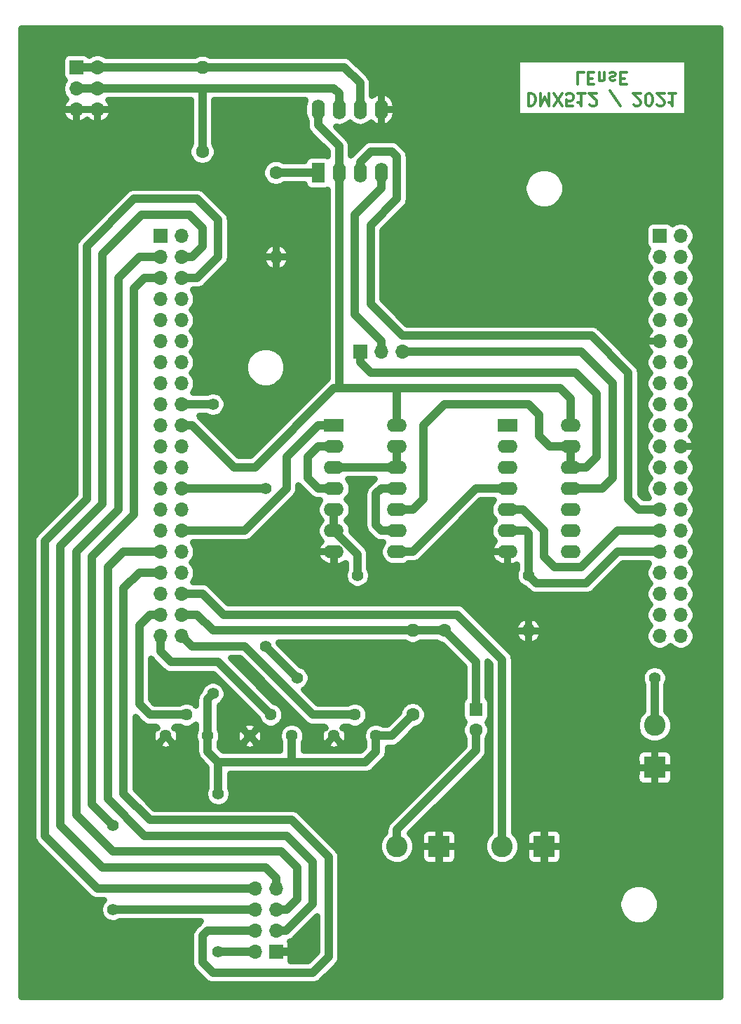
<source format=gbr>
%TF.GenerationSoftware,KiCad,Pcbnew,(5.1.6)-1*%
%TF.CreationDate,2021-10-18T16:55:43+02:00*%
%TF.ProjectId,carteDmx512,63617274-6544-46d7-9835-31322e6b6963,rev?*%
%TF.SameCoordinates,Original*%
%TF.FileFunction,Copper,L2,Bot*%
%TF.FilePolarity,Positive*%
%FSLAX46Y46*%
G04 Gerber Fmt 4.6, Leading zero omitted, Abs format (unit mm)*
G04 Created by KiCad (PCBNEW (5.1.6)-1) date 2021-10-18 16:55:43*
%MOMM*%
%LPD*%
G01*
G04 APERTURE LIST*
%TA.AperFunction,NonConductor*%
%ADD10C,0.300000*%
%TD*%
%TA.AperFunction,ComponentPad*%
%ADD11O,2.400000X1.600000*%
%TD*%
%TA.AperFunction,ComponentPad*%
%ADD12R,2.400000X1.600000*%
%TD*%
%TA.AperFunction,ComponentPad*%
%ADD13R,1.700000X1.700000*%
%TD*%
%TA.AperFunction,ComponentPad*%
%ADD14O,1.700000X1.700000*%
%TD*%
%TA.AperFunction,ComponentPad*%
%ADD15C,1.440000*%
%TD*%
%TA.AperFunction,ComponentPad*%
%ADD16R,1.600000X2.400000*%
%TD*%
%TA.AperFunction,ComponentPad*%
%ADD17O,1.600000X2.400000*%
%TD*%
%TA.AperFunction,ComponentPad*%
%ADD18R,2.600000X2.600000*%
%TD*%
%TA.AperFunction,ComponentPad*%
%ADD19C,2.600000*%
%TD*%
%TA.AperFunction,ComponentPad*%
%ADD20O,1.600000X1.600000*%
%TD*%
%TA.AperFunction,ComponentPad*%
%ADD21C,1.600000*%
%TD*%
%TA.AperFunction,ComponentPad*%
%ADD22R,1.600000X1.600000*%
%TD*%
%TA.AperFunction,ViaPad*%
%ADD23C,1.400000*%
%TD*%
%TA.AperFunction,Conductor*%
%ADD24C,1.000000*%
%TD*%
%TA.AperFunction,Conductor*%
%ADD25C,0.800000*%
%TD*%
G04 APERTURE END LIST*
D10*
X249552142Y-56476428D02*
X249552142Y-57976428D01*
X249909285Y-57976428D01*
X250123571Y-57905000D01*
X250266428Y-57762142D01*
X250337857Y-57619285D01*
X250409285Y-57333571D01*
X250409285Y-57119285D01*
X250337857Y-56833571D01*
X250266428Y-56690714D01*
X250123571Y-56547857D01*
X249909285Y-56476428D01*
X249552142Y-56476428D01*
X251052142Y-56476428D02*
X251052142Y-57976428D01*
X251552142Y-56905000D01*
X252052142Y-57976428D01*
X252052142Y-56476428D01*
X252623571Y-57976428D02*
X253623571Y-56476428D01*
X253623571Y-57976428D02*
X252623571Y-56476428D01*
X254909285Y-57976428D02*
X254195000Y-57976428D01*
X254123571Y-57262142D01*
X254195000Y-57333571D01*
X254337857Y-57405000D01*
X254695000Y-57405000D01*
X254837857Y-57333571D01*
X254909285Y-57262142D01*
X254980714Y-57119285D01*
X254980714Y-56762142D01*
X254909285Y-56619285D01*
X254837857Y-56547857D01*
X254695000Y-56476428D01*
X254337857Y-56476428D01*
X254195000Y-56547857D01*
X254123571Y-56619285D01*
X256409285Y-56476428D02*
X255552142Y-56476428D01*
X255980714Y-56476428D02*
X255980714Y-57976428D01*
X255837857Y-57762142D01*
X255695000Y-57619285D01*
X255552142Y-57547857D01*
X256980714Y-57833571D02*
X257052142Y-57905000D01*
X257195000Y-57976428D01*
X257552142Y-57976428D01*
X257695000Y-57905000D01*
X257766428Y-57833571D01*
X257837857Y-57690714D01*
X257837857Y-57547857D01*
X257766428Y-57333571D01*
X256909285Y-56476428D01*
X257837857Y-56476428D01*
X260695000Y-58047857D02*
X259409285Y-56119285D01*
X262266428Y-57833571D02*
X262337857Y-57905000D01*
X262480714Y-57976428D01*
X262837857Y-57976428D01*
X262980714Y-57905000D01*
X263052142Y-57833571D01*
X263123571Y-57690714D01*
X263123571Y-57547857D01*
X263052142Y-57333571D01*
X262195000Y-56476428D01*
X263123571Y-56476428D01*
X264052142Y-57976428D02*
X264195000Y-57976428D01*
X264337857Y-57905000D01*
X264409285Y-57833571D01*
X264480714Y-57690714D01*
X264552142Y-57405000D01*
X264552142Y-57047857D01*
X264480714Y-56762142D01*
X264409285Y-56619285D01*
X264337857Y-56547857D01*
X264195000Y-56476428D01*
X264052142Y-56476428D01*
X263909285Y-56547857D01*
X263837857Y-56619285D01*
X263766428Y-56762142D01*
X263695000Y-57047857D01*
X263695000Y-57405000D01*
X263766428Y-57690714D01*
X263837857Y-57833571D01*
X263909285Y-57905000D01*
X264052142Y-57976428D01*
X265123571Y-57833571D02*
X265195000Y-57905000D01*
X265337857Y-57976428D01*
X265695000Y-57976428D01*
X265837857Y-57905000D01*
X265909285Y-57833571D01*
X265980714Y-57690714D01*
X265980714Y-57547857D01*
X265909285Y-57333571D01*
X265052142Y-56476428D01*
X265980714Y-56476428D01*
X267409285Y-56476428D02*
X266552142Y-56476428D01*
X266980714Y-56476428D02*
X266980714Y-57976428D01*
X266837857Y-57762142D01*
X266695000Y-57619285D01*
X266552142Y-57547857D01*
X256266428Y-53926428D02*
X255552142Y-53926428D01*
X255552142Y-55426428D01*
X256766428Y-54712142D02*
X257266428Y-54712142D01*
X257480714Y-53926428D02*
X256766428Y-53926428D01*
X256766428Y-55426428D01*
X257480714Y-55426428D01*
X258123571Y-54926428D02*
X258123571Y-53926428D01*
X258123571Y-54783571D02*
X258195000Y-54855000D01*
X258337857Y-54926428D01*
X258552142Y-54926428D01*
X258695000Y-54855000D01*
X258766428Y-54712142D01*
X258766428Y-53926428D01*
X259409285Y-53997857D02*
X259552142Y-53926428D01*
X259837857Y-53926428D01*
X259980714Y-53997857D01*
X260052142Y-54140714D01*
X260052142Y-54212142D01*
X259980714Y-54355000D01*
X259837857Y-54426428D01*
X259623571Y-54426428D01*
X259480714Y-54497857D01*
X259409285Y-54640714D01*
X259409285Y-54712142D01*
X259480714Y-54855000D01*
X259623571Y-54926428D01*
X259837857Y-54926428D01*
X259980714Y-54855000D01*
X260695000Y-54712142D02*
X261195000Y-54712142D01*
X261409285Y-53926428D02*
X260695000Y-53926428D01*
X260695000Y-55426428D01*
X261409285Y-55426428D01*
D11*
%TO.P,U1,14*%
%TO.N,5V*%
X254635000Y-96520000D03*
%TO.P,U1,7*%
%TO.N,GND*%
X247015000Y-111760000D03*
%TO.P,U1,13*%
%TO.N,Net-(J2-Pad1)*%
X254635000Y-99060000D03*
%TO.P,U1,6*%
%TO.N,start*%
X247015000Y-109220000D03*
%TO.P,U1,12*%
%TO.N,Net-(J2-Pad1)*%
X254635000Y-101600000D03*
%TO.P,U1,5*%
%TO.N,out_s*%
X247015000Y-106680000D03*
%TO.P,U1,11*%
%TO.N,Net-(J2-Pad3)*%
X254635000Y-104140000D03*
%TO.P,U1,4*%
%TO.N,Net-(U1-Pad4)*%
X247015000Y-104140000D03*
%TO.P,U1,10*%
%TO.N,N/C*%
X254635000Y-106680000D03*
%TO.P,U1,3*%
X247015000Y-101600000D03*
%TO.P,U1,9*%
X254635000Y-109220000D03*
%TO.P,U1,2*%
X247015000Y-99060000D03*
%TO.P,U1,8*%
X254635000Y-111760000D03*
D12*
%TO.P,U1,1*%
X247015000Y-96520000D03*
%TD*%
D13*
%TO.P,J4,1*%
%TO.N,Net-(J4-Pad1)*%
X205105000Y-73660000D03*
D14*
%TO.P,J4,2*%
%TO.N,Net-(J4-Pad2)*%
X207645000Y-73660000D03*
%TO.P,J4,3*%
%TO.N,SCK_nrF*%
X205105000Y-76200000D03*
%TO.P,J4,4*%
%TO.N,MISO_nrF*%
X207645000Y-76200000D03*
%TO.P,J4,5*%
%TO.N,MOSI_nrF*%
X205105000Y-78740000D03*
%TO.P,J4,6*%
%TO.N,IRQ_nrF*%
X207645000Y-78740000D03*
%TO.P,J4,7*%
%TO.N,Net-(J4-Pad7)*%
X205105000Y-81280000D03*
%TO.P,J4,8*%
%TO.N,Net-(J4-Pad8)*%
X207645000Y-81280000D03*
%TO.P,J4,9*%
%TO.N,Net-(J4-Pad9)*%
X205105000Y-83820000D03*
%TO.P,J4,10*%
%TO.N,Net-(J4-Pad10)*%
X207645000Y-83820000D03*
%TO.P,J4,11*%
%TO.N,Net-(J4-Pad11)*%
X205105000Y-86360000D03*
%TO.P,J4,12*%
%TO.N,Net-(J4-Pad12)*%
X207645000Y-86360000D03*
%TO.P,J4,13*%
%TO.N,Net-(J4-Pad13)*%
X205105000Y-88900000D03*
%TO.P,J4,14*%
%TO.N,Net-(J4-Pad14)*%
X207645000Y-88900000D03*
%TO.P,J4,15*%
%TO.N,Net-(J4-Pad15)*%
X205105000Y-91440000D03*
%TO.P,J4,16*%
%TO.N,Net-(J4-Pad16)*%
X207645000Y-91440000D03*
%TO.P,J4,17*%
%TO.N,Net-(J4-Pad17)*%
X205105000Y-93980000D03*
%TO.P,J4,18*%
%TO.N,3.3V*%
X207645000Y-93980000D03*
%TO.P,J4,19*%
%TO.N,Net-(J4-Pad19)*%
X205105000Y-96520000D03*
%TO.P,J4,20*%
%TO.N,5V*%
X207645000Y-96520000D03*
%TO.P,J4,21*%
%TO.N,Net-(J4-Pad21)*%
X205105000Y-99060000D03*
%TO.P,J4,22*%
%TO.N,Net-(J4-Pad22)*%
X207645000Y-99060000D03*
%TO.P,J4,23*%
%TO.N,Net-(J4-Pad23)*%
X205105000Y-101600000D03*
%TO.P,J4,24*%
%TO.N,Net-(J4-Pad24)*%
X207645000Y-101600000D03*
%TO.P,J4,25*%
%TO.N,Net-(J4-Pad25)*%
X205105000Y-104140000D03*
%TO.P,J4,26*%
%TO.N,Vinput*%
X207645000Y-104140000D03*
%TO.P,J4,27*%
%TO.N,Net-(J4-Pad27)*%
X205105000Y-106680000D03*
%TO.P,J4,28*%
%TO.N,Net-(J4-Pad28)*%
X207645000Y-106680000D03*
%TO.P,J4,29*%
%TO.N,Net-(J4-Pad29)*%
X205105000Y-109220000D03*
%TO.P,J4,30*%
%TO.N,TX*%
X207645000Y-109220000D03*
%TO.P,J4,31*%
%TO.N,CE_nrF*%
X205105000Y-111760000D03*
%TO.P,J4,32*%
%TO.N,Net-(J4-Pad32)*%
X207645000Y-111760000D03*
%TO.P,J4,33*%
%TO.N,CSN_nrF*%
X205105000Y-114300000D03*
%TO.P,J4,34*%
%TO.N,Net-(J4-Pad34)*%
X207645000Y-114300000D03*
%TO.P,J4,35*%
%TO.N,Net-(J4-Pad35)*%
X205105000Y-116840000D03*
%TO.P,J4,36*%
%TO.N,PitchIn*%
X207645000Y-116840000D03*
%TO.P,J4,37*%
%TO.N,AnInG*%
X205105000Y-119380000D03*
%TO.P,J4,38*%
%TO.N,VolumeIn_Adapt*%
X207645000Y-119380000D03*
%TO.P,J4,39*%
%TO.N,AnInB*%
X205105000Y-121920000D03*
%TO.P,J4,40*%
%TO.N,AnInR*%
X207645000Y-121920000D03*
%TD*%
%TO.P,J5,40*%
%TO.N,Net-(J5-Pad40)*%
X267970000Y-121920000D03*
%TO.P,J5,39*%
%TO.N,Net-(J5-Pad39)*%
X265430000Y-121920000D03*
%TO.P,J5,38*%
%TO.N,Net-(J5-Pad38)*%
X267970000Y-119380000D03*
%TO.P,J5,37*%
%TO.N,Net-(J5-Pad37)*%
X265430000Y-119380000D03*
%TO.P,J5,36*%
%TO.N,Net-(J5-Pad36)*%
X267970000Y-116840000D03*
%TO.P,J5,35*%
%TO.N,Net-(J5-Pad35)*%
X265430000Y-116840000D03*
%TO.P,J5,34*%
%TO.N,Net-(J5-Pad34)*%
X267970000Y-114300000D03*
%TO.P,J5,33*%
%TO.N,Net-(J5-Pad33)*%
X265430000Y-114300000D03*
%TO.P,J5,32*%
%TO.N,Net-(J5-Pad32)*%
X267970000Y-111760000D03*
%TO.P,J5,31*%
%TO.N,start*%
X265430000Y-111760000D03*
%TO.P,J5,30*%
%TO.N,Net-(J5-Pad30)*%
X267970000Y-109220000D03*
%TO.P,J5,29*%
%TO.N,out_s*%
X265430000Y-109220000D03*
%TO.P,J5,28*%
%TO.N,Net-(J5-Pad28)*%
X267970000Y-106680000D03*
%TO.P,J5,27*%
%TO.N,enable*%
X265430000Y-106680000D03*
%TO.P,J5,26*%
%TO.N,Net-(J5-Pad26)*%
X267970000Y-104140000D03*
%TO.P,J5,25*%
%TO.N,Net-(J5-Pad25)*%
X265430000Y-104140000D03*
%TO.P,J5,24*%
%TO.N,Net-(J5-Pad24)*%
X267970000Y-101600000D03*
%TO.P,J5,23*%
%TO.N,Net-(J5-Pad23)*%
X265430000Y-101600000D03*
%TO.P,J5,22*%
%TO.N,GND*%
X267970000Y-99060000D03*
%TO.P,J5,21*%
%TO.N,Net-(J5-Pad21)*%
X265430000Y-99060000D03*
%TO.P,J5,20*%
%TO.N,Net-(J5-Pad20)*%
X267970000Y-96520000D03*
%TO.P,J5,19*%
%TO.N,Net-(J5-Pad19)*%
X265430000Y-96520000D03*
%TO.P,J5,18*%
%TO.N,Net-(J5-Pad18)*%
X267970000Y-93980000D03*
%TO.P,J5,17*%
%TO.N,Net-(J5-Pad17)*%
X265430000Y-93980000D03*
%TO.P,J5,16*%
%TO.N,Net-(J5-Pad16)*%
X267970000Y-91440000D03*
%TO.P,J5,15*%
%TO.N,Net-(J5-Pad15)*%
X265430000Y-91440000D03*
%TO.P,J5,14*%
%TO.N,Net-(J5-Pad14)*%
X267970000Y-88900000D03*
%TO.P,J5,13*%
%TO.N,Net-(J5-Pad13)*%
X265430000Y-88900000D03*
%TO.P,J5,12*%
%TO.N,Net-(J5-Pad12)*%
X267970000Y-86360000D03*
%TO.P,J5,11*%
%TO.N,GND*%
X265430000Y-86360000D03*
%TO.P,J5,10*%
%TO.N,Net-(J5-Pad10)*%
X267970000Y-83820000D03*
%TO.P,J5,9*%
%TO.N,Net-(J5-Pad9)*%
X265430000Y-83820000D03*
%TO.P,J5,8*%
%TO.N,Net-(J5-Pad8)*%
X267970000Y-81280000D03*
%TO.P,J5,7*%
%TO.N,Net-(J5-Pad7)*%
X265430000Y-81280000D03*
%TO.P,J5,6*%
%TO.N,Net-(J5-Pad6)*%
X267970000Y-78740000D03*
%TO.P,J5,5*%
%TO.N,Net-(J5-Pad5)*%
X265430000Y-78740000D03*
%TO.P,J5,4*%
%TO.N,Net-(J5-Pad4)*%
X267970000Y-76200000D03*
%TO.P,J5,3*%
%TO.N,Net-(J5-Pad3)*%
X265430000Y-76200000D03*
%TO.P,J5,2*%
%TO.N,Net-(J5-Pad2)*%
X267970000Y-73660000D03*
D13*
%TO.P,J5,1*%
%TO.N,Net-(J5-Pad1)*%
X265430000Y-73660000D03*
%TD*%
%TO.P,J3,1*%
%TO.N,Net-(J3-Pad1)*%
X194945000Y-53340000D03*
D14*
%TO.P,J3,2*%
X197485000Y-53340000D03*
%TO.P,J3,3*%
%TO.N,Net-(J3-Pad3)*%
X194945000Y-55880000D03*
%TO.P,J3,4*%
X197485000Y-55880000D03*
%TO.P,J3,5*%
%TO.N,GND*%
X194945000Y-58420000D03*
%TO.P,J3,6*%
X197485000Y-58420000D03*
%TD*%
D15*
%TO.P,RV1,1*%
%TO.N,3.3V*%
X231140000Y-133985000D03*
%TO.P,RV1,2*%
%TO.N,AnInR*%
X228600000Y-131445000D03*
%TO.P,RV1,3*%
%TO.N,GND*%
X226060000Y-133985000D03*
%TD*%
%TO.P,RV2,3*%
%TO.N,GND*%
X205740000Y-133985000D03*
%TO.P,RV2,2*%
%TO.N,AnInG*%
X208280000Y-131445000D03*
%TO.P,RV2,1*%
%TO.N,3.3V*%
X210820000Y-133985000D03*
%TD*%
%TO.P,RV3,3*%
%TO.N,GND*%
X215900000Y-133985000D03*
%TO.P,RV3,2*%
%TO.N,AnInB*%
X218440000Y-131445000D03*
%TO.P,RV3,1*%
%TO.N,3.3V*%
X220980000Y-133985000D03*
%TD*%
D16*
%TO.P,U3,1*%
%TO.N,Net-(R2-Pad1)*%
X224155000Y-66040000D03*
D17*
%TO.P,U3,5*%
%TO.N,GND*%
X231775000Y-58420000D03*
%TO.P,U3,2*%
%TO.N,5V*%
X226695000Y-66040000D03*
%TO.P,U3,6*%
%TO.N,Net-(J3-Pad1)*%
X229235000Y-58420000D03*
%TO.P,U3,3*%
%TO.N,enable*%
X229235000Y-66040000D03*
%TO.P,U3,7*%
%TO.N,Net-(J3-Pad3)*%
X226695000Y-58420000D03*
%TO.P,U3,4*%
%TO.N,DMX_TX*%
X231775000Y-66040000D03*
%TO.P,U3,8*%
%TO.N,5V*%
X224155000Y-58420000D03*
%TD*%
D18*
%TO.P,J6,1*%
%TO.N,GND*%
X264795000Y-137795000D03*
D19*
%TO.P,J6,2*%
%TO.N,Vinput*%
X264795000Y-132715000D03*
%TD*%
D13*
%TO.P,J2,1*%
%TO.N,Net-(J2-Pad1)*%
X229235000Y-87630000D03*
D14*
%TO.P,J2,2*%
%TO.N,DMX_TX*%
X231775000Y-87630000D03*
%TO.P,J2,3*%
%TO.N,Net-(J2-Pad3)*%
X234315000Y-87630000D03*
%TD*%
D12*
%TO.P,U2,1*%
%TO.N,TX*%
X226060000Y-96520000D03*
D11*
%TO.P,U2,8*%
%TO.N,Net-(U1-Pad4)*%
X233680000Y-111760000D03*
%TO.P,U2,2*%
%TO.N,notstart*%
X226060000Y-99060000D03*
%TO.P,U2,9*%
%TO.N,Net-(U2-Pad11)*%
X233680000Y-109220000D03*
%TO.P,U2,3*%
%TO.N,Net-(U2-Pad12)*%
X226060000Y-101600000D03*
%TO.P,U2,10*%
%TO.N,Net-(J2-Pad1)*%
X233680000Y-106680000D03*
%TO.P,U2,4*%
%TO.N,notstart*%
X226060000Y-104140000D03*
%TO.P,U2,11*%
%TO.N,Net-(U2-Pad11)*%
X233680000Y-104140000D03*
%TO.P,U2,5*%
%TO.N,start*%
X226060000Y-106680000D03*
%TO.P,U2,12*%
%TO.N,Net-(U2-Pad12)*%
X233680000Y-101600000D03*
%TO.P,U2,6*%
%TO.N,start*%
X226060000Y-109220000D03*
%TO.P,U2,13*%
%TO.N,Net-(U2-Pad12)*%
X233680000Y-99060000D03*
%TO.P,U2,7*%
%TO.N,GND*%
X226060000Y-111760000D03*
%TO.P,U2,14*%
%TO.N,5V*%
X233680000Y-96520000D03*
%TD*%
D18*
%TO.P,J7,1*%
%TO.N,GND*%
X238760000Y-147320000D03*
D19*
%TO.P,J7,2*%
%TO.N,VolumeIn*%
X233680000Y-147320000D03*
%TD*%
D20*
%TO.P,R3,2*%
%TO.N,VolumeIn_Adapt*%
X235585000Y-121285000D03*
D21*
%TO.P,R3,1*%
%TO.N,3.3V*%
X235585000Y-131445000D03*
%TD*%
%TO.P,R4,1*%
%TO.N,VolumeIn_Adapt*%
X239395000Y-121285000D03*
D20*
%TO.P,R4,2*%
%TO.N,GND*%
X249555000Y-121285000D03*
%TD*%
D18*
%TO.P,J1,1*%
%TO.N,GND*%
X251460000Y-147320000D03*
D19*
%TO.P,J1,2*%
%TO.N,PitchIn*%
X246380000Y-147320000D03*
%TD*%
D13*
%TO.P,J8,1*%
%TO.N,GND*%
X219075000Y-160020000D03*
D14*
%TO.P,J8,2*%
%TO.N,3.3V*%
X216535000Y-160020000D03*
%TO.P,J8,3*%
%TO.N,CE_nrF*%
X219075000Y-157480000D03*
%TO.P,J8,4*%
%TO.N,CSN_nrF*%
X216535000Y-157480000D03*
%TO.P,J8,5*%
%TO.N,SCK_nrF*%
X219075000Y-154940000D03*
%TO.P,J8,6*%
%TO.N,MOSI_nrF*%
X216535000Y-154940000D03*
%TO.P,J8,7*%
%TO.N,MISO_nrF*%
X219075000Y-152400000D03*
%TO.P,J8,8*%
%TO.N,IRQ_nrF*%
X216535000Y-152400000D03*
%TD*%
D22*
%TO.P,C1,1*%
%TO.N,VolumeIn_Adapt*%
X243205000Y-130810000D03*
D21*
%TO.P,C1,2*%
%TO.N,VolumeIn*%
X243205000Y-133310000D03*
%TD*%
D20*
%TO.P,R1,2*%
%TO.N,Net-(J3-Pad1)*%
X210185000Y-53340000D03*
D21*
%TO.P,R1,1*%
%TO.N,Net-(J3-Pad3)*%
X210185000Y-63500000D03*
%TD*%
%TO.P,R2,1*%
%TO.N,Net-(R2-Pad1)*%
X219075000Y-66040000D03*
D20*
%TO.P,R2,2*%
%TO.N,GND*%
X219075000Y-76200000D03*
%TD*%
D23*
%TO.N,start*%
X228917500Y-114617502D03*
X249555000Y-114617501D03*
%TO.N,GND*%
X222885000Y-160020000D03*
X238760000Y-160020000D03*
%TO.N,3.3V*%
X212090000Y-160020000D03*
X211455000Y-93980000D03*
X211455000Y-128905000D03*
X212090000Y-140970000D03*
%TO.N,Vinput*%
X217805000Y-104140000D03*
X264794994Y-127000000D03*
X217805000Y-123190000D03*
X221615000Y-127000004D03*
%TO.N,MOSI_nrF*%
X199390000Y-144780000D03*
X199390000Y-154940000D03*
%TD*%
D24*
%TO.N,AnInB*%
X205105000Y-121920000D02*
X205105000Y-123825000D01*
X205105000Y-123825000D02*
X206375000Y-125095000D01*
X212090000Y-125095000D02*
X218440000Y-131445000D01*
X206375000Y-125095000D02*
X212090000Y-125095000D01*
%TO.N,AnInG*%
X202565000Y-120650000D02*
X203835000Y-119380000D01*
X202565000Y-130175000D02*
X202565000Y-120650000D01*
X203835000Y-119380000D02*
X205105000Y-119380000D01*
X208280000Y-131445000D02*
X203835000Y-131445000D01*
X203835000Y-131445000D02*
X202565000Y-130175000D01*
%TO.N,AnInR*%
X215265000Y-123190000D02*
X223520000Y-131445000D01*
X223520000Y-131445000D02*
X228600000Y-131445000D01*
X207645000Y-121920000D02*
X208915000Y-123190000D01*
X208915000Y-123190000D02*
X215265000Y-123190000D01*
%TO.N,out_s*%
X260350000Y-109220000D02*
X265430000Y-109220000D01*
X255905000Y-113665000D02*
X260350000Y-109220000D01*
X248920000Y-106680000D02*
X251460000Y-109220000D01*
X252730000Y-113665000D02*
X255905000Y-113665000D01*
X247015000Y-106680000D02*
X248920000Y-106680000D01*
X251460000Y-109220000D02*
X251460000Y-112395000D01*
X251460000Y-112395000D02*
X252730000Y-113665000D01*
%TO.N,start*%
X226060000Y-106680000D02*
X226060000Y-109220000D01*
X226060000Y-109220000D02*
X228917500Y-112077500D01*
X228917500Y-112077500D02*
X228917500Y-114617502D01*
X247015000Y-109220000D02*
X249215000Y-109220000D01*
X249555000Y-109560000D02*
X249555000Y-114617501D01*
X249215000Y-109220000D02*
X249555000Y-109560000D01*
X250507499Y-115570000D02*
X249555000Y-114617501D01*
X256540000Y-115570000D02*
X250507499Y-115570000D01*
X265430000Y-111760000D02*
X260350000Y-111760000D01*
X260350000Y-111760000D02*
X256540000Y-115570000D01*
%TO.N,enable*%
X262890000Y-106680000D02*
X264160000Y-106680000D01*
X261620000Y-105410000D02*
X262890000Y-106680000D01*
X233045000Y-63500000D02*
X233680000Y-64135000D01*
X229235000Y-66040000D02*
X229235000Y-64770000D01*
X230505000Y-63500000D02*
X233045000Y-63500000D01*
X264160000Y-106680000D02*
X265430000Y-106680000D01*
X229235000Y-64770000D02*
X230505000Y-63500000D01*
X233680000Y-69215000D02*
X230505000Y-72390000D01*
X261620000Y-90170000D02*
X261620000Y-105410000D01*
X230505000Y-72390000D02*
X230505000Y-81915000D01*
X233680000Y-64135000D02*
X233680000Y-69215000D01*
X234315000Y-85725000D02*
X257175000Y-85725000D01*
X257175000Y-85725000D02*
X261620000Y-90170000D01*
X230505000Y-81915000D02*
X234315000Y-85725000D01*
%TO.N,TX*%
X224155000Y-96520000D02*
X226060000Y-96520000D01*
X220345000Y-100330000D02*
X224155000Y-96520000D01*
X220345000Y-104140000D02*
X220345000Y-100330000D01*
X207645000Y-109220000D02*
X215265000Y-109220000D01*
X215265000Y-109220000D02*
X220345000Y-104140000D01*
%TO.N,GND*%
X219075000Y-160020000D02*
X222885000Y-160020000D01*
%TO.N,5V*%
X224155000Y-58420000D02*
X224155000Y-60325000D01*
X224155000Y-60325000D02*
X226695000Y-62865000D01*
X226695000Y-62865000D02*
X226695000Y-66040000D01*
X254635000Y-93345000D02*
X254635000Y-96520000D01*
X253365000Y-92075000D02*
X254635000Y-93345000D01*
X233680000Y-96520000D02*
X233680000Y-92075000D01*
X233680000Y-92075000D02*
X253365000Y-92075000D01*
X226695000Y-66040000D02*
X226695000Y-92075000D01*
X226695000Y-92075000D02*
X233680000Y-92075000D01*
X216535000Y-101600000D02*
X226060000Y-92075000D01*
X207645000Y-96520000D02*
X208915000Y-96520000D01*
X226060000Y-92075000D02*
X226695000Y-92075000D01*
X213995000Y-101600000D02*
X216535000Y-101600000D01*
X208915000Y-96520000D02*
X213995000Y-101600000D01*
%TO.N,3.3V*%
X210820000Y-133985000D02*
X210820000Y-135890000D01*
X210820000Y-135890000D02*
X212090000Y-137160000D01*
X212090000Y-137160000D02*
X220980000Y-137160000D01*
X220980000Y-137160000D02*
X220980000Y-133985000D01*
X220980000Y-137160000D02*
X229870000Y-137160000D01*
X231140000Y-135890000D02*
X231140000Y-133985000D01*
X229870000Y-137160000D02*
X231140000Y-135890000D01*
X216535000Y-160020000D02*
X212090000Y-160020000D01*
X207645000Y-93980000D02*
X211455000Y-93980000D01*
X210820000Y-133985000D02*
X210820000Y-129540000D01*
X210820000Y-129540000D02*
X211455000Y-128905000D01*
X212090000Y-137160000D02*
X212090000Y-140970000D01*
X233045000Y-133985000D02*
X235585000Y-131445000D01*
X231140000Y-133985000D02*
X233045000Y-133985000D01*
%TO.N,Net-(J2-Pad3)*%
X255905000Y-87630000D02*
X234315000Y-87630000D01*
X259715000Y-91440000D02*
X255905000Y-87630000D01*
X259715000Y-102870000D02*
X259715000Y-91440000D01*
X254635000Y-104140000D02*
X258445000Y-104140000D01*
X258445000Y-104140000D02*
X259715000Y-102870000D01*
%TO.N,DMX_TX*%
X231775000Y-86360000D02*
X231775000Y-87630000D01*
X228600000Y-83185000D02*
X231775000Y-86360000D01*
X228600000Y-71120000D02*
X228600000Y-83185000D01*
X231775000Y-66040000D02*
X231775000Y-67945000D01*
X231775000Y-67945000D02*
X228600000Y-71120000D01*
%TO.N,Net-(J2-Pad1)*%
X254635000Y-101600000D02*
X254635000Y-99060000D01*
X252095000Y-99060000D02*
X254635000Y-99060000D01*
X250825000Y-97790000D02*
X252095000Y-99060000D01*
X250825000Y-95250000D02*
X250825000Y-97790000D01*
X249555000Y-93980000D02*
X250825000Y-95250000D01*
X235585000Y-106680000D02*
X236855000Y-105410000D01*
X233680000Y-106680000D02*
X235585000Y-106680000D01*
X236855000Y-105410000D02*
X236855000Y-96520000D01*
X239395000Y-93980000D02*
X249555000Y-93980000D01*
X236855000Y-96520000D02*
X239395000Y-93980000D01*
X257810000Y-100330000D02*
X256540000Y-101600000D01*
X256540000Y-101600000D02*
X254635000Y-101600000D01*
X229235000Y-88900000D02*
X230505000Y-90170000D01*
X230505000Y-90170000D02*
X255270000Y-90170000D01*
X229235000Y-87630000D02*
X229235000Y-88900000D01*
X257810000Y-92710000D02*
X257810000Y-100330000D01*
X255270000Y-90170000D02*
X257810000Y-92710000D01*
%TO.N,Net-(J3-Pad3)*%
X194945000Y-55880000D02*
X197485000Y-55880000D01*
X226695000Y-56515000D02*
X226695000Y-58420000D01*
X226060000Y-55880000D02*
X226695000Y-56515000D01*
X213995000Y-55880000D02*
X226060000Y-55880000D01*
X213360000Y-55880000D02*
X213995000Y-55880000D01*
X210185000Y-63500000D02*
X210185000Y-55880000D01*
X197485000Y-55880000D02*
X210185000Y-55880000D01*
X210185000Y-55880000D02*
X213995000Y-55880000D01*
%TO.N,Net-(J3-Pad1)*%
X194945000Y-53340000D02*
X197485000Y-53340000D01*
X229235000Y-55245000D02*
X229235000Y-57150000D01*
X197485000Y-53340000D02*
X227330000Y-53340000D01*
X229235000Y-57150000D02*
X229235000Y-58420000D01*
X227330000Y-53340000D02*
X229235000Y-55245000D01*
%TO.N,Net-(R2-Pad1)*%
X219075000Y-66040000D02*
X224155000Y-66040000D01*
%TO.N,notstart*%
X224155000Y-99060000D02*
X226060000Y-99060000D01*
X222885000Y-100330000D02*
X224155000Y-99060000D01*
X222885000Y-102870000D02*
X222885000Y-100330000D01*
X226060000Y-104140000D02*
X224155000Y-104140000D01*
X224155000Y-104140000D02*
X222885000Y-102870000D01*
%TO.N,Net-(U1-Pad4)*%
X243205000Y-104140000D02*
X247015000Y-104140000D01*
X233680000Y-111760000D02*
X235585000Y-111760000D01*
X235585000Y-111760000D02*
X243205000Y-104140000D01*
%TO.N,Vinput*%
X207645000Y-104140000D02*
X214630000Y-104140000D01*
X214630000Y-104140000D02*
X217805000Y-104140000D01*
X264795000Y-132715000D02*
X264795000Y-128270000D01*
X264795000Y-128270000D02*
X264795000Y-127000006D01*
X264795000Y-127000006D02*
X264794994Y-127000000D01*
X221615000Y-127000000D02*
X221615000Y-127000004D01*
X217805000Y-123190000D02*
X221615000Y-127000000D01*
%TO.N,Net-(U2-Pad11)*%
X233680000Y-109220000D02*
X231775000Y-109220000D01*
X231775000Y-109220000D02*
X231140000Y-108585000D01*
X231140000Y-108585000D02*
X231140000Y-104775000D01*
X231775000Y-104140000D02*
X233680000Y-104140000D01*
X231140000Y-104775000D02*
X231775000Y-104140000D01*
%TO.N,Net-(U2-Pad12)*%
X226060000Y-101600000D02*
X233680000Y-101600000D01*
X233680000Y-101600000D02*
X233680000Y-99060000D01*
%TO.N,PitchIn*%
X212725000Y-119380000D02*
X210185000Y-116840000D01*
X210185000Y-116840000D02*
X207645000Y-116840000D01*
X240982500Y-119380000D02*
X212725000Y-119380000D01*
X246380000Y-147320000D02*
X246380000Y-124777500D01*
X246380000Y-124777500D02*
X240982500Y-119380000D01*
%TO.N,VolumeIn_Adapt*%
X243205000Y-125730000D02*
X243205000Y-130810000D01*
X207645000Y-119380000D02*
X209550000Y-119380000D01*
X211455000Y-121285000D02*
X234950000Y-121285000D01*
X209550000Y-119380000D02*
X211455000Y-121285000D01*
X235585000Y-121285000D02*
X239395000Y-121285000D01*
X243205000Y-125095000D02*
X243205000Y-125730000D01*
X239395000Y-121285000D02*
X243205000Y-125095000D01*
%TO.N,VolumeIn*%
X243205000Y-135255000D02*
X243205000Y-133310000D01*
X243205000Y-135770000D02*
X243205000Y-135255000D01*
X233680000Y-147320000D02*
X233680000Y-145295000D01*
X233680000Y-145295000D02*
X243205000Y-135770000D01*
%TO.N,IRQ_nrF*%
X209550000Y-78740000D02*
X207645000Y-78740000D01*
X212090000Y-71755000D02*
X212090000Y-76200000D01*
X209550000Y-69215000D02*
X212090000Y-71755000D01*
X201930000Y-69215000D02*
X209550000Y-69215000D01*
X197485000Y-152400000D02*
X191135000Y-146050000D01*
X216535000Y-152400000D02*
X197485000Y-152400000D01*
X196215000Y-74930000D02*
X201930000Y-69215000D01*
X191135000Y-146050000D02*
X191135000Y-110490000D01*
X191135000Y-110490000D02*
X196215000Y-105410000D01*
X212090000Y-76200000D02*
X209550000Y-78740000D01*
X196215000Y-105410000D02*
X196215000Y-74930000D01*
%TO.N,CE_nrF*%
X200660000Y-111760000D02*
X205105000Y-111760000D01*
X198755000Y-113665000D02*
X200660000Y-111760000D01*
X198755000Y-141605000D02*
X198755000Y-113665000D01*
X203200000Y-146050000D02*
X198755000Y-141605000D01*
X220277081Y-157480000D02*
X223520000Y-154237081D01*
X223520000Y-149225000D02*
X220345000Y-146050000D01*
X219075000Y-157480000D02*
X220277081Y-157480000D01*
X223520000Y-154237081D02*
X223520000Y-149225000D01*
X220345000Y-146050000D02*
X203200000Y-146050000D01*
%TO.N,MOSI_nrF*%
X216535000Y-154940000D02*
X199390000Y-154940000D01*
X196850000Y-142240000D02*
X199390000Y-144780000D01*
X203200000Y-78740000D02*
X201930000Y-80010000D01*
X205105000Y-78740000D02*
X203200000Y-78740000D01*
X201930000Y-80010000D02*
X201930000Y-107315000D01*
X196850000Y-112395000D02*
X196850000Y-142240000D01*
X201930000Y-107315000D02*
X196850000Y-112395000D01*
%TO.N,MISO_nrF*%
X210185000Y-74930000D02*
X208915000Y-76200000D01*
X208915000Y-76200000D02*
X207645000Y-76200000D01*
X219075000Y-151130000D02*
X217805000Y-149860000D01*
X217805000Y-149860000D02*
X198120000Y-149860000D01*
X198120000Y-149860000D02*
X193040000Y-144780000D01*
X219075000Y-152400000D02*
X219075000Y-151130000D01*
X193040000Y-144780000D02*
X193040000Y-111125000D01*
X193040000Y-111125000D02*
X198120000Y-106045000D01*
X198120000Y-106045000D02*
X198120000Y-75882500D01*
X202882500Y-71120000D02*
X208597500Y-71120000D01*
X198120000Y-75882500D02*
X202882500Y-71120000D01*
X210185000Y-72707500D02*
X210185000Y-74930000D01*
X208597500Y-71120000D02*
X210185000Y-72707500D01*
%TO.N,SCK_nrF*%
X219710000Y-147955000D02*
X221615000Y-149860000D01*
X199390000Y-147955000D02*
X219710000Y-147955000D01*
X220345000Y-154940000D02*
X219075000Y-154940000D01*
X194945000Y-143510000D02*
X199390000Y-147955000D01*
X202565000Y-76200000D02*
X200025000Y-78740000D01*
X205105000Y-76200000D02*
X202565000Y-76200000D01*
X221615000Y-153670000D02*
X220345000Y-154940000D01*
X221615000Y-149860000D02*
X221615000Y-153670000D01*
X200025000Y-78740000D02*
X200025000Y-106680000D01*
X194945000Y-111760000D02*
X194945000Y-143510000D01*
X200025000Y-106680000D02*
X194945000Y-111760000D01*
%TO.N,CSN_nrF*%
X200660000Y-116205000D02*
X202565000Y-114300000D01*
X211455000Y-162560000D02*
X223520000Y-162560000D01*
X210185000Y-161290000D02*
X211455000Y-162560000D01*
X225425000Y-160655000D02*
X225425000Y-148590000D01*
X210185000Y-158115000D02*
X210185000Y-161290000D01*
X216535000Y-157480000D02*
X210820000Y-157480000D01*
X210820000Y-157480000D02*
X210185000Y-158115000D01*
X200660000Y-140970000D02*
X200660000Y-116205000D01*
X223520000Y-162560000D02*
X225425000Y-160655000D01*
X225425000Y-148590000D02*
X220980000Y-144145000D01*
X203835000Y-144145000D02*
X200660000Y-140970000D01*
X202565000Y-114300000D02*
X205105000Y-114300000D01*
X220980000Y-144145000D02*
X203835000Y-144145000D01*
%TD*%
D25*
%TO.N,GND*%
G36*
X272727001Y-165412000D02*
G01*
X188283000Y-165412000D01*
X188283000Y-110490000D01*
X189720189Y-110490000D01*
X189727001Y-110559164D01*
X189727000Y-145980846D01*
X189720189Y-146050000D01*
X189727000Y-146119154D01*
X189727000Y-146119163D01*
X189747373Y-146326015D01*
X189827884Y-146591424D01*
X189858063Y-146647884D01*
X189958627Y-146836027D01*
X190090488Y-146996700D01*
X190090491Y-146996703D01*
X190134577Y-147050422D01*
X190188297Y-147094509D01*
X196440491Y-153346704D01*
X196484577Y-153400423D01*
X196538296Y-153444509D01*
X196538299Y-153444512D01*
X196698972Y-153576373D01*
X196804697Y-153632884D01*
X196943575Y-153707116D01*
X197208984Y-153787627D01*
X197415836Y-153808000D01*
X197415845Y-153808000D01*
X197484999Y-153814811D01*
X197554153Y-153808000D01*
X198247945Y-153808000D01*
X198140985Y-153914960D01*
X197965009Y-154178327D01*
X197843795Y-154470964D01*
X197782000Y-154781626D01*
X197782000Y-155098374D01*
X197843795Y-155409036D01*
X197965009Y-155701673D01*
X198140985Y-155965040D01*
X198364960Y-156189015D01*
X198628327Y-156364991D01*
X198920964Y-156486205D01*
X199231626Y-156548000D01*
X199548374Y-156548000D01*
X199859036Y-156486205D01*
X200151673Y-156364991D01*
X200177102Y-156348000D01*
X209979904Y-156348000D01*
X209819577Y-156479577D01*
X209775483Y-156533306D01*
X209238298Y-157070490D01*
X209184577Y-157114578D01*
X209140491Y-157168297D01*
X209140488Y-157168300D01*
X209008627Y-157328973D01*
X208938744Y-157459716D01*
X208877884Y-157573576D01*
X208797373Y-157838985D01*
X208777000Y-158045837D01*
X208777000Y-158045846D01*
X208770189Y-158115000D01*
X208777000Y-158184154D01*
X208777001Y-161220837D01*
X208770189Y-161290000D01*
X208797374Y-161566016D01*
X208877885Y-161831425D01*
X209008627Y-162076027D01*
X209140488Y-162236700D01*
X209140492Y-162236704D01*
X209184578Y-162290423D01*
X209238296Y-162334509D01*
X210410491Y-163506704D01*
X210454577Y-163560423D01*
X210508296Y-163604509D01*
X210508299Y-163604512D01*
X210668972Y-163736373D01*
X210799715Y-163806256D01*
X210913575Y-163867116D01*
X211178984Y-163947627D01*
X211385836Y-163968000D01*
X211385845Y-163968000D01*
X211454999Y-163974811D01*
X211524153Y-163968000D01*
X223450846Y-163968000D01*
X223520000Y-163974811D01*
X223589154Y-163968000D01*
X223589164Y-163968000D01*
X223796016Y-163947627D01*
X224061425Y-163867116D01*
X224306027Y-163736373D01*
X224520423Y-163560423D01*
X224564513Y-163506699D01*
X226371703Y-161699509D01*
X226425422Y-161655423D01*
X226469512Y-161601700D01*
X226601373Y-161441028D01*
X226732115Y-161196426D01*
X226732116Y-161196425D01*
X226812627Y-160931016D01*
X226833000Y-160724164D01*
X226833000Y-160724154D01*
X226839811Y-160655000D01*
X226833000Y-160585846D01*
X226833000Y-154057984D01*
X260382000Y-154057984D01*
X260382000Y-154552016D01*
X260478381Y-155036557D01*
X260667439Y-155492983D01*
X260941909Y-155903757D01*
X261291243Y-156253091D01*
X261702017Y-156527561D01*
X262158443Y-156716619D01*
X262642984Y-156813000D01*
X263137016Y-156813000D01*
X263621557Y-156716619D01*
X264077983Y-156527561D01*
X264488757Y-156253091D01*
X264838091Y-155903757D01*
X265112561Y-155492983D01*
X265301619Y-155036557D01*
X265398000Y-154552016D01*
X265398000Y-154057984D01*
X265301619Y-153573443D01*
X265112561Y-153117017D01*
X264838091Y-152706243D01*
X264488757Y-152356909D01*
X264077983Y-152082439D01*
X263621557Y-151893381D01*
X263137016Y-151797000D01*
X262642984Y-151797000D01*
X262158443Y-151893381D01*
X261702017Y-152082439D01*
X261291243Y-152356909D01*
X260941909Y-152706243D01*
X260667439Y-153117017D01*
X260478381Y-153573443D01*
X260382000Y-154057984D01*
X226833000Y-154057984D01*
X226833000Y-148659153D01*
X226839811Y-148589999D01*
X226833000Y-148520845D01*
X226833000Y-148520836D01*
X226812627Y-148313984D01*
X226732116Y-148048575D01*
X226632082Y-147861425D01*
X226601373Y-147803972D01*
X226469512Y-147643299D01*
X226469509Y-147643296D01*
X226425423Y-147589577D01*
X226371704Y-147545491D01*
X222024511Y-143198299D01*
X221980423Y-143144577D01*
X221766027Y-142968627D01*
X221521425Y-142837884D01*
X221256016Y-142757373D01*
X221049164Y-142737000D01*
X221049154Y-142737000D01*
X220980000Y-142730189D01*
X220910846Y-142737000D01*
X204418213Y-142737000D01*
X202068000Y-140386788D01*
X202068000Y-135015954D01*
X204779757Y-135015954D01*
X204819355Y-135337223D01*
X205100851Y-135490850D01*
X205406909Y-135586607D01*
X205725767Y-135620815D01*
X206045172Y-135592160D01*
X206352850Y-135501742D01*
X206636976Y-135353037D01*
X206660645Y-135337223D01*
X206700243Y-135015954D01*
X205740000Y-134055711D01*
X204779757Y-135015954D01*
X202068000Y-135015954D01*
X202068000Y-131669212D01*
X202790491Y-132391704D01*
X202834577Y-132445423D01*
X202888296Y-132489509D01*
X202888299Y-132489512D01*
X203048972Y-132621373D01*
X203154697Y-132677884D01*
X203293575Y-132752116D01*
X203558984Y-132832627D01*
X203765836Y-132853000D01*
X203765845Y-132853000D01*
X203834999Y-132859811D01*
X203904153Y-132853000D01*
X204561257Y-132853000D01*
X204549272Y-132864985D01*
X204709044Y-133024757D01*
X204387777Y-133064355D01*
X204234150Y-133345851D01*
X204138393Y-133651909D01*
X204104185Y-133970767D01*
X204132840Y-134290172D01*
X204223258Y-134597850D01*
X204371963Y-134881976D01*
X204387777Y-134905645D01*
X204709046Y-134945243D01*
X205669289Y-133985000D01*
X205655147Y-133970858D01*
X205725858Y-133900147D01*
X205740000Y-133914289D01*
X205754142Y-133900147D01*
X205824853Y-133970858D01*
X205810711Y-133985000D01*
X206770954Y-134945243D01*
X207092223Y-134905645D01*
X207245850Y-134624149D01*
X207341607Y-134318091D01*
X207375815Y-133999233D01*
X207347160Y-133679828D01*
X207256742Y-133372150D01*
X207108037Y-133088024D01*
X207092223Y-133064355D01*
X206770956Y-133024757D01*
X206930728Y-132864985D01*
X206918743Y-132853000D01*
X207456898Y-132853000D01*
X207508853Y-132887715D01*
X207805130Y-133010437D01*
X208119656Y-133073000D01*
X208440344Y-133073000D01*
X208754870Y-133010437D01*
X209051147Y-132887715D01*
X209317789Y-132709550D01*
X209412000Y-132615339D01*
X209412000Y-133161898D01*
X209377285Y-133213853D01*
X209254563Y-133510130D01*
X209192000Y-133824656D01*
X209192000Y-134145344D01*
X209254563Y-134459870D01*
X209377285Y-134756147D01*
X209412000Y-134808102D01*
X209412001Y-135820837D01*
X209405189Y-135890000D01*
X209432374Y-136166016D01*
X209512885Y-136431425D01*
X209643627Y-136676027D01*
X209775488Y-136836700D01*
X209775492Y-136836704D01*
X209819578Y-136890423D01*
X209873296Y-136934509D01*
X210682000Y-137743213D01*
X210682001Y-140182897D01*
X210665009Y-140208327D01*
X210543795Y-140500964D01*
X210482000Y-140811626D01*
X210482000Y-141128374D01*
X210543795Y-141439036D01*
X210665009Y-141731673D01*
X210840985Y-141995040D01*
X211064960Y-142219015D01*
X211328327Y-142394991D01*
X211620964Y-142516205D01*
X211931626Y-142578000D01*
X212248374Y-142578000D01*
X212559036Y-142516205D01*
X212851673Y-142394991D01*
X213115040Y-142219015D01*
X213339015Y-141995040D01*
X213514991Y-141731673D01*
X213636205Y-141439036D01*
X213698000Y-141128374D01*
X213698000Y-140811626D01*
X213636205Y-140500964D01*
X213514991Y-140208327D01*
X213498000Y-140182898D01*
X213498000Y-138568000D01*
X220910836Y-138568000D01*
X220980000Y-138574812D01*
X221049164Y-138568000D01*
X229800846Y-138568000D01*
X229870000Y-138574811D01*
X229939154Y-138568000D01*
X229939164Y-138568000D01*
X230146016Y-138547627D01*
X230411425Y-138467116D01*
X230656027Y-138336373D01*
X230870423Y-138160423D01*
X230914513Y-138106699D01*
X232086708Y-136934505D01*
X232140422Y-136890423D01*
X232184505Y-136836708D01*
X232184512Y-136836701D01*
X232316373Y-136676028D01*
X232447115Y-136431426D01*
X232447116Y-136431425D01*
X232527627Y-136166016D01*
X232548000Y-135959164D01*
X232548000Y-135959155D01*
X232554811Y-135890001D01*
X232548000Y-135820847D01*
X232548000Y-135393000D01*
X232975846Y-135393000D01*
X233045000Y-135399811D01*
X233114154Y-135393000D01*
X233114164Y-135393000D01*
X233321016Y-135372627D01*
X233586425Y-135292116D01*
X233831027Y-135161373D01*
X234045423Y-134985423D01*
X234089513Y-134931699D01*
X235896765Y-133124447D01*
X236083205Y-133087362D01*
X236394041Y-132958610D01*
X236673786Y-132771690D01*
X236911690Y-132533786D01*
X237098610Y-132254041D01*
X237227362Y-131943205D01*
X237293000Y-131613223D01*
X237293000Y-131276777D01*
X237227362Y-130946795D01*
X237098610Y-130635959D01*
X236911690Y-130356214D01*
X236673786Y-130118310D01*
X236394041Y-129931390D01*
X236083205Y-129802638D01*
X235753223Y-129737000D01*
X235416777Y-129737000D01*
X235086795Y-129802638D01*
X234775959Y-129931390D01*
X234496214Y-130118310D01*
X234258310Y-130356214D01*
X234071390Y-130635959D01*
X233942638Y-130946795D01*
X233905553Y-131133235D01*
X232461788Y-132577000D01*
X231963102Y-132577000D01*
X231911147Y-132542285D01*
X231614870Y-132419563D01*
X231300344Y-132357000D01*
X230979656Y-132357000D01*
X230665130Y-132419563D01*
X230368853Y-132542285D01*
X230102211Y-132720450D01*
X229875450Y-132947211D01*
X229697285Y-133213853D01*
X229574563Y-133510130D01*
X229512000Y-133824656D01*
X229512000Y-134145344D01*
X229574563Y-134459870D01*
X229697285Y-134756147D01*
X229732001Y-134808102D01*
X229732000Y-135306787D01*
X229286788Y-135752000D01*
X222388000Y-135752000D01*
X222388000Y-135015954D01*
X225099757Y-135015954D01*
X225139355Y-135337223D01*
X225420851Y-135490850D01*
X225726909Y-135586607D01*
X226045767Y-135620815D01*
X226365172Y-135592160D01*
X226672850Y-135501742D01*
X226956976Y-135353037D01*
X226980645Y-135337223D01*
X227020243Y-135015954D01*
X226060000Y-134055711D01*
X225099757Y-135015954D01*
X222388000Y-135015954D01*
X222388000Y-134808102D01*
X222422715Y-134756147D01*
X222545437Y-134459870D01*
X222608000Y-134145344D01*
X222608000Y-133824656D01*
X222545437Y-133510130D01*
X222422715Y-133213853D01*
X222244550Y-132947211D01*
X222017789Y-132720450D01*
X221751147Y-132542285D01*
X221454870Y-132419563D01*
X221140344Y-132357000D01*
X220819656Y-132357000D01*
X220505130Y-132419563D01*
X220208853Y-132542285D01*
X219942211Y-132720450D01*
X219715450Y-132947211D01*
X219537285Y-133213853D01*
X219414563Y-133510130D01*
X219352000Y-133824656D01*
X219352000Y-134145344D01*
X219414563Y-134459870D01*
X219537285Y-134756147D01*
X219572001Y-134808103D01*
X219572000Y-135752000D01*
X212673213Y-135752000D01*
X212228000Y-135306788D01*
X212228000Y-135015954D01*
X214939757Y-135015954D01*
X214979355Y-135337223D01*
X215260851Y-135490850D01*
X215566909Y-135586607D01*
X215885767Y-135620815D01*
X216205172Y-135592160D01*
X216512850Y-135501742D01*
X216796976Y-135353037D01*
X216820645Y-135337223D01*
X216860243Y-135015954D01*
X215900000Y-134055711D01*
X214939757Y-135015954D01*
X212228000Y-135015954D01*
X212228000Y-134808102D01*
X212262715Y-134756147D01*
X212385437Y-134459870D01*
X212448000Y-134145344D01*
X212448000Y-133970767D01*
X214264185Y-133970767D01*
X214292840Y-134290172D01*
X214383258Y-134597850D01*
X214531963Y-134881976D01*
X214547777Y-134905645D01*
X214869046Y-134945243D01*
X215829289Y-133985000D01*
X215970711Y-133985000D01*
X216930954Y-134945243D01*
X217252223Y-134905645D01*
X217405850Y-134624149D01*
X217501607Y-134318091D01*
X217535815Y-133999233D01*
X217507160Y-133679828D01*
X217416742Y-133372150D01*
X217268037Y-133088024D01*
X217252223Y-133064355D01*
X216930954Y-133024757D01*
X215970711Y-133985000D01*
X215829289Y-133985000D01*
X214869046Y-133024757D01*
X214547777Y-133064355D01*
X214394150Y-133345851D01*
X214298393Y-133651909D01*
X214264185Y-133970767D01*
X212448000Y-133970767D01*
X212448000Y-133824656D01*
X212385437Y-133510130D01*
X212262715Y-133213853D01*
X212228000Y-133161898D01*
X212228000Y-132954046D01*
X214939757Y-132954046D01*
X215900000Y-133914289D01*
X216860243Y-132954046D01*
X216820645Y-132632777D01*
X216539149Y-132479150D01*
X216233091Y-132383393D01*
X215914233Y-132349185D01*
X215594828Y-132377840D01*
X215287150Y-132468258D01*
X215003024Y-132616963D01*
X214979355Y-132632777D01*
X214939757Y-132954046D01*
X212228000Y-132954046D01*
X212228000Y-130322423D01*
X212480040Y-130154015D01*
X212704015Y-129930040D01*
X212879991Y-129666673D01*
X213001205Y-129374036D01*
X213063000Y-129063374D01*
X213063000Y-128746626D01*
X213001205Y-128435964D01*
X212879991Y-128143327D01*
X212704015Y-127879960D01*
X212480040Y-127655985D01*
X212216673Y-127480009D01*
X211924036Y-127358795D01*
X211613374Y-127297000D01*
X211296626Y-127297000D01*
X210985964Y-127358795D01*
X210693327Y-127480009D01*
X210429960Y-127655985D01*
X210205985Y-127879960D01*
X210030009Y-128143327D01*
X209908795Y-128435964D01*
X209902828Y-128465960D01*
X209873298Y-128495490D01*
X209819578Y-128539577D01*
X209775492Y-128593296D01*
X209775488Y-128593300D01*
X209643627Y-128753973D01*
X209512885Y-128998575D01*
X209432374Y-129263984D01*
X209405189Y-129540000D01*
X209412001Y-129609164D01*
X209412001Y-130274662D01*
X209317789Y-130180450D01*
X209051147Y-130002285D01*
X208754870Y-129879563D01*
X208440344Y-129817000D01*
X208119656Y-129817000D01*
X207805130Y-129879563D01*
X207508853Y-130002285D01*
X207456898Y-130037000D01*
X204418213Y-130037000D01*
X203973000Y-129591788D01*
X203973000Y-124665096D01*
X204060488Y-124771700D01*
X204060492Y-124771704D01*
X204104578Y-124825423D01*
X204158296Y-124869509D01*
X205330491Y-126041704D01*
X205374577Y-126095423D01*
X205428296Y-126139509D01*
X205428299Y-126139512D01*
X205588972Y-126271373D01*
X205719715Y-126341256D01*
X205833575Y-126402116D01*
X206098984Y-126482627D01*
X206305836Y-126503000D01*
X206305845Y-126503000D01*
X206374999Y-126509811D01*
X206444153Y-126503000D01*
X211506788Y-126503000D01*
X216862373Y-131858586D01*
X216874563Y-131919870D01*
X216997285Y-132216147D01*
X217175450Y-132482789D01*
X217402211Y-132709550D01*
X217668853Y-132887715D01*
X217965130Y-133010437D01*
X218279656Y-133073000D01*
X218600344Y-133073000D01*
X218914870Y-133010437D01*
X219211147Y-132887715D01*
X219477789Y-132709550D01*
X219704550Y-132482789D01*
X219882715Y-132216147D01*
X220005437Y-131919870D01*
X220068000Y-131605344D01*
X220068000Y-131284656D01*
X220005437Y-130970130D01*
X219882715Y-130673853D01*
X219704550Y-130407211D01*
X219477789Y-130180450D01*
X219211147Y-130002285D01*
X218914870Y-129879563D01*
X218853586Y-129867373D01*
X213584212Y-124598000D01*
X214681788Y-124598000D01*
X222475487Y-132391699D01*
X222519577Y-132445423D01*
X222573300Y-132489512D01*
X222733972Y-132621373D01*
X222839697Y-132677884D01*
X222978575Y-132752116D01*
X223243984Y-132832627D01*
X223450836Y-132853000D01*
X223450846Y-132853000D01*
X223520000Y-132859811D01*
X223589154Y-132853000D01*
X224881257Y-132853000D01*
X224869272Y-132864985D01*
X225029044Y-133024757D01*
X224707777Y-133064355D01*
X224554150Y-133345851D01*
X224458393Y-133651909D01*
X224424185Y-133970767D01*
X224452840Y-134290172D01*
X224543258Y-134597850D01*
X224691963Y-134881976D01*
X224707777Y-134905645D01*
X225029046Y-134945243D01*
X225989289Y-133985000D01*
X225975147Y-133970858D01*
X226045858Y-133900147D01*
X226060000Y-133914289D01*
X226074142Y-133900147D01*
X226144853Y-133970858D01*
X226130711Y-133985000D01*
X227090954Y-134945243D01*
X227412223Y-134905645D01*
X227565850Y-134624149D01*
X227661607Y-134318091D01*
X227695815Y-133999233D01*
X227667160Y-133679828D01*
X227576742Y-133372150D01*
X227428037Y-133088024D01*
X227412223Y-133064355D01*
X227090956Y-133024757D01*
X227250728Y-132864985D01*
X227238743Y-132853000D01*
X227776898Y-132853000D01*
X227828853Y-132887715D01*
X228125130Y-133010437D01*
X228439656Y-133073000D01*
X228760344Y-133073000D01*
X229074870Y-133010437D01*
X229371147Y-132887715D01*
X229637789Y-132709550D01*
X229864550Y-132482789D01*
X230042715Y-132216147D01*
X230165437Y-131919870D01*
X230228000Y-131605344D01*
X230228000Y-131284656D01*
X230165437Y-130970130D01*
X230042715Y-130673853D01*
X229864550Y-130407211D01*
X229637789Y-130180450D01*
X229371147Y-130002285D01*
X229074870Y-129879563D01*
X228760344Y-129817000D01*
X228439656Y-129817000D01*
X228125130Y-129879563D01*
X227828853Y-130002285D01*
X227776898Y-130037000D01*
X224103212Y-130037000D01*
X222445331Y-128379119D01*
X222640040Y-128249019D01*
X222864015Y-128025044D01*
X223039991Y-127761677D01*
X223161205Y-127469040D01*
X223223000Y-127158378D01*
X223223000Y-126841630D01*
X223161205Y-126530968D01*
X223039991Y-126238331D01*
X222864015Y-125974964D01*
X222640040Y-125750989D01*
X222376673Y-125575013D01*
X222084036Y-125453799D01*
X222054045Y-125447833D01*
X219357172Y-122750960D01*
X219351205Y-122720964D01*
X219339622Y-122693000D01*
X234617903Y-122693000D01*
X234775959Y-122798610D01*
X235086795Y-122927362D01*
X235416777Y-122993000D01*
X235753223Y-122993000D01*
X236083205Y-122927362D01*
X236394041Y-122798610D01*
X236552097Y-122693000D01*
X238427903Y-122693000D01*
X238585959Y-122798610D01*
X238896795Y-122927362D01*
X239083236Y-122964448D01*
X241797000Y-125678212D01*
X241797001Y-129334345D01*
X241759841Y-129364841D01*
X241646373Y-129503102D01*
X241562059Y-129660842D01*
X241510138Y-129832001D01*
X241492607Y-130010000D01*
X241492607Y-131610000D01*
X241510138Y-131787999D01*
X241562059Y-131959158D01*
X241646373Y-132116898D01*
X241759841Y-132255159D01*
X241821705Y-132305929D01*
X241691390Y-132500959D01*
X241562638Y-132811795D01*
X241497000Y-133141777D01*
X241497000Y-133478223D01*
X241562638Y-133808205D01*
X241691390Y-134119041D01*
X241797001Y-134277098D01*
X241797000Y-135185835D01*
X241797000Y-135186787D01*
X232733297Y-144250491D01*
X232679578Y-144294577D01*
X232635492Y-144348296D01*
X232635488Y-144348300D01*
X232503627Y-144508973D01*
X232372885Y-144753575D01*
X232292374Y-145018984D01*
X232265189Y-145295000D01*
X232272001Y-145364163D01*
X232272001Y-145605415D01*
X231964934Y-145912482D01*
X231723295Y-146274120D01*
X231556852Y-146675950D01*
X231472000Y-147102531D01*
X231472000Y-147537469D01*
X231556852Y-147964050D01*
X231723295Y-148365880D01*
X231964934Y-148727518D01*
X232272482Y-149035066D01*
X232634120Y-149276705D01*
X233035950Y-149443148D01*
X233462531Y-149528000D01*
X233897469Y-149528000D01*
X234324050Y-149443148D01*
X234725880Y-149276705D01*
X235087518Y-149035066D01*
X235395066Y-148727518D01*
X235466907Y-148620000D01*
X236547607Y-148620000D01*
X236565138Y-148797999D01*
X236617059Y-148969158D01*
X236701373Y-149126898D01*
X236814841Y-149265159D01*
X236953102Y-149378627D01*
X237110842Y-149462941D01*
X237282001Y-149514862D01*
X237460000Y-149532393D01*
X238483000Y-149528000D01*
X238710000Y-149301000D01*
X238710000Y-147370000D01*
X238810000Y-147370000D01*
X238810000Y-149301000D01*
X239037000Y-149528000D01*
X240060000Y-149532393D01*
X240237999Y-149514862D01*
X240409158Y-149462941D01*
X240566898Y-149378627D01*
X240705159Y-149265159D01*
X240818627Y-149126898D01*
X240902941Y-148969158D01*
X240954862Y-148797999D01*
X240972393Y-148620000D01*
X240968000Y-147597000D01*
X240741000Y-147370000D01*
X238810000Y-147370000D01*
X238710000Y-147370000D01*
X236779000Y-147370000D01*
X236552000Y-147597000D01*
X236547607Y-148620000D01*
X235466907Y-148620000D01*
X235636705Y-148365880D01*
X235803148Y-147964050D01*
X235888000Y-147537469D01*
X235888000Y-147102531D01*
X235803148Y-146675950D01*
X235636705Y-146274120D01*
X235466908Y-146020000D01*
X236547607Y-146020000D01*
X236552000Y-147043000D01*
X236779000Y-147270000D01*
X238710000Y-147270000D01*
X238710000Y-145339000D01*
X238810000Y-145339000D01*
X238810000Y-147270000D01*
X240741000Y-147270000D01*
X240968000Y-147043000D01*
X240972393Y-146020000D01*
X240954862Y-145842001D01*
X240902941Y-145670842D01*
X240818627Y-145513102D01*
X240705159Y-145374841D01*
X240566898Y-145261373D01*
X240409158Y-145177059D01*
X240237999Y-145125138D01*
X240060000Y-145107607D01*
X239037000Y-145112000D01*
X238810000Y-145339000D01*
X238710000Y-145339000D01*
X238483000Y-145112000D01*
X237460000Y-145107607D01*
X237282001Y-145125138D01*
X237110842Y-145177059D01*
X236953102Y-145261373D01*
X236814841Y-145374841D01*
X236701373Y-145513102D01*
X236617059Y-145670842D01*
X236565138Y-145842001D01*
X236547607Y-146020000D01*
X235466908Y-146020000D01*
X235395066Y-145912482D01*
X235224398Y-145741814D01*
X244151709Y-136814504D01*
X244205422Y-136770423D01*
X244249505Y-136716708D01*
X244249512Y-136716701D01*
X244381373Y-136556028D01*
X244478684Y-136373972D01*
X244512116Y-136311425D01*
X244592627Y-136046016D01*
X244613000Y-135839164D01*
X244613000Y-135839155D01*
X244619811Y-135770001D01*
X244613000Y-135700847D01*
X244613000Y-134277097D01*
X244718610Y-134119041D01*
X244847362Y-133808205D01*
X244913000Y-133478223D01*
X244913000Y-133141777D01*
X244847362Y-132811795D01*
X244718610Y-132500959D01*
X244588295Y-132305929D01*
X244650159Y-132255159D01*
X244763627Y-132116898D01*
X244847941Y-131959158D01*
X244899862Y-131787999D01*
X244917393Y-131610000D01*
X244917393Y-130010000D01*
X244899862Y-129832001D01*
X244847941Y-129660842D01*
X244763627Y-129503102D01*
X244650159Y-129364841D01*
X244613000Y-129334345D01*
X244613000Y-125164161D01*
X244619812Y-125095000D01*
X244613000Y-125025836D01*
X244610364Y-124999076D01*
X244972001Y-125360713D01*
X244972000Y-145605416D01*
X244664934Y-145912482D01*
X244423295Y-146274120D01*
X244256852Y-146675950D01*
X244172000Y-147102531D01*
X244172000Y-147537469D01*
X244256852Y-147964050D01*
X244423295Y-148365880D01*
X244664934Y-148727518D01*
X244972482Y-149035066D01*
X245334120Y-149276705D01*
X245735950Y-149443148D01*
X246162531Y-149528000D01*
X246597469Y-149528000D01*
X247024050Y-149443148D01*
X247425880Y-149276705D01*
X247787518Y-149035066D01*
X248095066Y-148727518D01*
X248166907Y-148620000D01*
X249247607Y-148620000D01*
X249265138Y-148797999D01*
X249317059Y-148969158D01*
X249401373Y-149126898D01*
X249514841Y-149265159D01*
X249653102Y-149378627D01*
X249810842Y-149462941D01*
X249982001Y-149514862D01*
X250160000Y-149532393D01*
X251183000Y-149528000D01*
X251410000Y-149301000D01*
X251410000Y-147370000D01*
X251510000Y-147370000D01*
X251510000Y-149301000D01*
X251737000Y-149528000D01*
X252760000Y-149532393D01*
X252937999Y-149514862D01*
X253109158Y-149462941D01*
X253266898Y-149378627D01*
X253405159Y-149265159D01*
X253518627Y-149126898D01*
X253602941Y-148969158D01*
X253654862Y-148797999D01*
X253672393Y-148620000D01*
X253668000Y-147597000D01*
X253441000Y-147370000D01*
X251510000Y-147370000D01*
X251410000Y-147370000D01*
X249479000Y-147370000D01*
X249252000Y-147597000D01*
X249247607Y-148620000D01*
X248166907Y-148620000D01*
X248336705Y-148365880D01*
X248503148Y-147964050D01*
X248588000Y-147537469D01*
X248588000Y-147102531D01*
X248503148Y-146675950D01*
X248336705Y-146274120D01*
X248166908Y-146020000D01*
X249247607Y-146020000D01*
X249252000Y-147043000D01*
X249479000Y-147270000D01*
X251410000Y-147270000D01*
X251410000Y-145339000D01*
X251510000Y-145339000D01*
X251510000Y-147270000D01*
X253441000Y-147270000D01*
X253668000Y-147043000D01*
X253672393Y-146020000D01*
X253654862Y-145842001D01*
X253602941Y-145670842D01*
X253518627Y-145513102D01*
X253405159Y-145374841D01*
X253266898Y-145261373D01*
X253109158Y-145177059D01*
X252937999Y-145125138D01*
X252760000Y-145107607D01*
X251737000Y-145112000D01*
X251510000Y-145339000D01*
X251410000Y-145339000D01*
X251183000Y-145112000D01*
X250160000Y-145107607D01*
X249982001Y-145125138D01*
X249810842Y-145177059D01*
X249653102Y-145261373D01*
X249514841Y-145374841D01*
X249401373Y-145513102D01*
X249317059Y-145670842D01*
X249265138Y-145842001D01*
X249247607Y-146020000D01*
X248166908Y-146020000D01*
X248095066Y-145912482D01*
X247788000Y-145605416D01*
X247788000Y-139095000D01*
X262582607Y-139095000D01*
X262600138Y-139272999D01*
X262652059Y-139444158D01*
X262736373Y-139601898D01*
X262849841Y-139740159D01*
X262988102Y-139853627D01*
X263145842Y-139937941D01*
X263317001Y-139989862D01*
X263495000Y-140007393D01*
X264518000Y-140003000D01*
X264745000Y-139776000D01*
X264745000Y-137845000D01*
X264845000Y-137845000D01*
X264845000Y-139776000D01*
X265072000Y-140003000D01*
X266095000Y-140007393D01*
X266272999Y-139989862D01*
X266444158Y-139937941D01*
X266601898Y-139853627D01*
X266740159Y-139740159D01*
X266853627Y-139601898D01*
X266937941Y-139444158D01*
X266989862Y-139272999D01*
X267007393Y-139095000D01*
X267003000Y-138072000D01*
X266776000Y-137845000D01*
X264845000Y-137845000D01*
X264745000Y-137845000D01*
X262814000Y-137845000D01*
X262587000Y-138072000D01*
X262582607Y-139095000D01*
X247788000Y-139095000D01*
X247788000Y-136495000D01*
X262582607Y-136495000D01*
X262587000Y-137518000D01*
X262814000Y-137745000D01*
X264745000Y-137745000D01*
X264745000Y-135814000D01*
X264845000Y-135814000D01*
X264845000Y-137745000D01*
X266776000Y-137745000D01*
X267003000Y-137518000D01*
X267007393Y-136495000D01*
X266989862Y-136317001D01*
X266937941Y-136145842D01*
X266853627Y-135988102D01*
X266740159Y-135849841D01*
X266601898Y-135736373D01*
X266444158Y-135652059D01*
X266272999Y-135600138D01*
X266095000Y-135582607D01*
X265072000Y-135587000D01*
X264845000Y-135814000D01*
X264745000Y-135814000D01*
X264518000Y-135587000D01*
X263495000Y-135582607D01*
X263317001Y-135600138D01*
X263145842Y-135652059D01*
X262988102Y-135736373D01*
X262849841Y-135849841D01*
X262736373Y-135988102D01*
X262652059Y-136145842D01*
X262600138Y-136317001D01*
X262582607Y-136495000D01*
X247788000Y-136495000D01*
X247788000Y-132497531D01*
X262587000Y-132497531D01*
X262587000Y-132932469D01*
X262671852Y-133359050D01*
X262838295Y-133760880D01*
X263079934Y-134122518D01*
X263387482Y-134430066D01*
X263749120Y-134671705D01*
X264150950Y-134838148D01*
X264577531Y-134923000D01*
X265012469Y-134923000D01*
X265439050Y-134838148D01*
X265840880Y-134671705D01*
X266202518Y-134430066D01*
X266510066Y-134122518D01*
X266751705Y-133760880D01*
X266918148Y-133359050D01*
X267003000Y-132932469D01*
X267003000Y-132497531D01*
X266918148Y-132070950D01*
X266751705Y-131669120D01*
X266510066Y-131307482D01*
X266203000Y-131000416D01*
X266203000Y-127787093D01*
X266219985Y-127761673D01*
X266341199Y-127469036D01*
X266402994Y-127158374D01*
X266402994Y-126841626D01*
X266341199Y-126530964D01*
X266219985Y-126238327D01*
X266044009Y-125974960D01*
X265820034Y-125750985D01*
X265556667Y-125575009D01*
X265264030Y-125453795D01*
X264953368Y-125392000D01*
X264636620Y-125392000D01*
X264325958Y-125453795D01*
X264033321Y-125575009D01*
X263769954Y-125750985D01*
X263545979Y-125974960D01*
X263370003Y-126238327D01*
X263248789Y-126530964D01*
X263186994Y-126841626D01*
X263186994Y-127158374D01*
X263248789Y-127469036D01*
X263370003Y-127761673D01*
X263387000Y-127787111D01*
X263387000Y-128339163D01*
X263387001Y-128339173D01*
X263387000Y-131000416D01*
X263079934Y-131307482D01*
X262838295Y-131669120D01*
X262671852Y-132070950D01*
X262587000Y-132497531D01*
X247788000Y-132497531D01*
X247788000Y-124846654D01*
X247794811Y-124777500D01*
X247788000Y-124708346D01*
X247788000Y-124708336D01*
X247767627Y-124501484D01*
X247687116Y-124236075D01*
X247687116Y-124236074D01*
X247556373Y-123991472D01*
X247424512Y-123830800D01*
X247380423Y-123777077D01*
X247326699Y-123732987D01*
X245195172Y-121601460D01*
X247876573Y-121601460D01*
X247883230Y-121634937D01*
X247983622Y-121954359D01*
X248144401Y-122248058D01*
X248359388Y-122504747D01*
X248620322Y-122714562D01*
X248917175Y-122869440D01*
X249238540Y-122963429D01*
X249505000Y-122765270D01*
X249505000Y-121335000D01*
X249605000Y-121335000D01*
X249605000Y-122765270D01*
X249871460Y-122963429D01*
X250192825Y-122869440D01*
X250489678Y-122714562D01*
X250750612Y-122504747D01*
X250965599Y-122248058D01*
X251126378Y-121954359D01*
X251226770Y-121634937D01*
X251233427Y-121601460D01*
X251035156Y-121335000D01*
X249605000Y-121335000D01*
X249505000Y-121335000D01*
X248074844Y-121335000D01*
X247876573Y-121601460D01*
X245195172Y-121601460D01*
X244562252Y-120968540D01*
X247876573Y-120968540D01*
X248074844Y-121235000D01*
X249505000Y-121235000D01*
X249505000Y-119804730D01*
X249605000Y-119804730D01*
X249605000Y-121235000D01*
X251035156Y-121235000D01*
X251233427Y-120968540D01*
X251226770Y-120935063D01*
X251126378Y-120615641D01*
X250965599Y-120321942D01*
X250750612Y-120065253D01*
X250489678Y-119855438D01*
X250192825Y-119700560D01*
X249871460Y-119606571D01*
X249605000Y-119804730D01*
X249505000Y-119804730D01*
X249238540Y-119606571D01*
X248917175Y-119700560D01*
X248620322Y-119855438D01*
X248359388Y-120065253D01*
X248144401Y-120321942D01*
X247983622Y-120615641D01*
X247883230Y-120935063D01*
X247876573Y-120968540D01*
X244562252Y-120968540D01*
X242027011Y-118433299D01*
X241982923Y-118379577D01*
X241768527Y-118203627D01*
X241523925Y-118072884D01*
X241258516Y-117992373D01*
X241051664Y-117972000D01*
X241051654Y-117972000D01*
X240982500Y-117965189D01*
X240913346Y-117972000D01*
X213308213Y-117972000D01*
X211229513Y-115893301D01*
X211185423Y-115839577D01*
X210971027Y-115663627D01*
X210726425Y-115532884D01*
X210461016Y-115452373D01*
X210254164Y-115432000D01*
X210254154Y-115432000D01*
X210185000Y-115425189D01*
X210115846Y-115432000D01*
X208999188Y-115432000D01*
X209010528Y-115420660D01*
X209202919Y-115132725D01*
X209335441Y-114812790D01*
X209403000Y-114473148D01*
X209403000Y-114126852D01*
X209335441Y-113787210D01*
X209202919Y-113467275D01*
X209010528Y-113179340D01*
X208861188Y-113030000D01*
X209010528Y-112880660D01*
X209202919Y-112592725D01*
X209335441Y-112272790D01*
X209374493Y-112076460D01*
X223981573Y-112076460D01*
X224062879Y-112367428D01*
X224212071Y-112667339D01*
X224416906Y-112932382D01*
X224669512Y-113152371D01*
X224960182Y-113318852D01*
X225277746Y-113425427D01*
X225610000Y-113468000D01*
X226010000Y-113468000D01*
X226010000Y-111810000D01*
X224179844Y-111810000D01*
X223981573Y-112076460D01*
X209374493Y-112076460D01*
X209403000Y-111933148D01*
X209403000Y-111586852D01*
X209335441Y-111247210D01*
X209202919Y-110927275D01*
X209010528Y-110639340D01*
X208999188Y-110628000D01*
X215195846Y-110628000D01*
X215265000Y-110634811D01*
X215334154Y-110628000D01*
X215334164Y-110628000D01*
X215541016Y-110607627D01*
X215806425Y-110527116D01*
X216051027Y-110396373D01*
X216265423Y-110220423D01*
X216309513Y-110166699D01*
X221291703Y-105184509D01*
X221345422Y-105140423D01*
X221389512Y-105086700D01*
X221521373Y-104926028D01*
X221652115Y-104681426D01*
X221652116Y-104681425D01*
X221732627Y-104416016D01*
X221753000Y-104209164D01*
X221753000Y-104209154D01*
X221759811Y-104140000D01*
X221753000Y-104070846D01*
X221753000Y-103710096D01*
X221840488Y-103816700D01*
X221840489Y-103816701D01*
X221884577Y-103870422D01*
X221938297Y-103914509D01*
X223110491Y-105086704D01*
X223154577Y-105140423D01*
X223208296Y-105184509D01*
X223208299Y-105184512D01*
X223368972Y-105316373D01*
X223474697Y-105372884D01*
X223613575Y-105447116D01*
X223878984Y-105527627D01*
X224085836Y-105548000D01*
X224085845Y-105548000D01*
X224154999Y-105554811D01*
X224224153Y-105548000D01*
X224379466Y-105548000D01*
X224232979Y-105726495D01*
X224074379Y-106023214D01*
X223976714Y-106345174D01*
X223943736Y-106680000D01*
X223976714Y-107014826D01*
X224074379Y-107336786D01*
X224232979Y-107633505D01*
X224446418Y-107893582D01*
X224515164Y-107950000D01*
X224446418Y-108006418D01*
X224232979Y-108266495D01*
X224074379Y-108563214D01*
X223976714Y-108885174D01*
X223943736Y-109220000D01*
X223976714Y-109554826D01*
X224074379Y-109876786D01*
X224232979Y-110173505D01*
X224446418Y-110433582D01*
X224522286Y-110495845D01*
X224416906Y-110587618D01*
X224212071Y-110852661D01*
X224062879Y-111152572D01*
X223981573Y-111443540D01*
X224179844Y-111710000D01*
X226010000Y-111710000D01*
X226010000Y-111690000D01*
X226110000Y-111690000D01*
X226110000Y-111710000D01*
X226130000Y-111710000D01*
X226130000Y-111810000D01*
X226110000Y-111810000D01*
X226110000Y-113468000D01*
X226510000Y-113468000D01*
X226842254Y-113425427D01*
X227159818Y-113318852D01*
X227450488Y-113152371D01*
X227509500Y-113100978D01*
X227509501Y-113830399D01*
X227492509Y-113855829D01*
X227371295Y-114148466D01*
X227309500Y-114459128D01*
X227309500Y-114775876D01*
X227371295Y-115086538D01*
X227492509Y-115379175D01*
X227668485Y-115642542D01*
X227892460Y-115866517D01*
X228155827Y-116042493D01*
X228448464Y-116163707D01*
X228759126Y-116225502D01*
X229075874Y-116225502D01*
X229386536Y-116163707D01*
X229679173Y-116042493D01*
X229942540Y-115866517D01*
X230166515Y-115642542D01*
X230342491Y-115379175D01*
X230463705Y-115086538D01*
X230525500Y-114775876D01*
X230525500Y-114459128D01*
X230463705Y-114148466D01*
X230342491Y-113855829D01*
X230325500Y-113830400D01*
X230325500Y-112146653D01*
X230332311Y-112077499D01*
X230325500Y-112008345D01*
X230325500Y-112008336D01*
X230305127Y-111801484D01*
X230224616Y-111536075D01*
X230148984Y-111394578D01*
X230093873Y-111291472D01*
X229962012Y-111130799D01*
X229962005Y-111130792D01*
X229917922Y-111077077D01*
X229864208Y-111032996D01*
X228165052Y-109333839D01*
X228176264Y-109220000D01*
X228143286Y-108885174D01*
X228045621Y-108563214D01*
X227887021Y-108266495D01*
X227673582Y-108006418D01*
X227604836Y-107950000D01*
X227673582Y-107893582D01*
X227887021Y-107633505D01*
X228045621Y-107336786D01*
X228143286Y-107014826D01*
X228176264Y-106680000D01*
X228143286Y-106345174D01*
X228045621Y-106023214D01*
X227887021Y-105726495D01*
X227673582Y-105466418D01*
X227604836Y-105410000D01*
X227673582Y-105353582D01*
X227887021Y-105093505D01*
X228045621Y-104796786D01*
X228143286Y-104474826D01*
X228176264Y-104140000D01*
X228143286Y-103805174D01*
X228045621Y-103483214D01*
X227887021Y-103186495D01*
X227740534Y-103008000D01*
X230934904Y-103008000D01*
X230774577Y-103139577D01*
X230730483Y-103193306D01*
X230193298Y-103730490D01*
X230139578Y-103774577D01*
X230095492Y-103828296D01*
X230095488Y-103828300D01*
X229963627Y-103988973D01*
X229832885Y-104233575D01*
X229752374Y-104498984D01*
X229725189Y-104775000D01*
X229732001Y-104844164D01*
X229732000Y-108515846D01*
X229725189Y-108585000D01*
X229732000Y-108654154D01*
X229732000Y-108654163D01*
X229752373Y-108861015D01*
X229832884Y-109126424D01*
X229832885Y-109126425D01*
X229963627Y-109371027D01*
X230095488Y-109531700D01*
X230095491Y-109531703D01*
X230139577Y-109585422D01*
X230193298Y-109629510D01*
X230730483Y-110166694D01*
X230774577Y-110220423D01*
X230959729Y-110372373D01*
X230988973Y-110396373D01*
X231233574Y-110527116D01*
X231297205Y-110546418D01*
X231498984Y-110607627D01*
X231705836Y-110628000D01*
X231705838Y-110628000D01*
X231775000Y-110634812D01*
X231844161Y-110628000D01*
X231999466Y-110628000D01*
X231852979Y-110806495D01*
X231694379Y-111103214D01*
X231596714Y-111425174D01*
X231563736Y-111760000D01*
X231596714Y-112094826D01*
X231694379Y-112416786D01*
X231852979Y-112713505D01*
X232066418Y-112973582D01*
X232326495Y-113187021D01*
X232623214Y-113345621D01*
X232945174Y-113443286D01*
X233196096Y-113468000D01*
X234163904Y-113468000D01*
X234414826Y-113443286D01*
X234736786Y-113345621D01*
X235033505Y-113187021D01*
X235056682Y-113168000D01*
X235515846Y-113168000D01*
X235585000Y-113174811D01*
X235654154Y-113168000D01*
X235654164Y-113168000D01*
X235861016Y-113147627D01*
X236126425Y-113067116D01*
X236371027Y-112936373D01*
X236585423Y-112760423D01*
X236629513Y-112706699D01*
X237259752Y-112076460D01*
X244936573Y-112076460D01*
X245017879Y-112367428D01*
X245167071Y-112667339D01*
X245371906Y-112932382D01*
X245624512Y-113152371D01*
X245915182Y-113318852D01*
X246232746Y-113425427D01*
X246565000Y-113468000D01*
X246965000Y-113468000D01*
X246965000Y-111810000D01*
X245134844Y-111810000D01*
X244936573Y-112076460D01*
X237259752Y-112076460D01*
X243788213Y-105548000D01*
X245334466Y-105548000D01*
X245187979Y-105726495D01*
X245029379Y-106023214D01*
X244931714Y-106345174D01*
X244898736Y-106680000D01*
X244931714Y-107014826D01*
X245029379Y-107336786D01*
X245187979Y-107633505D01*
X245401418Y-107893582D01*
X245470164Y-107950000D01*
X245401418Y-108006418D01*
X245187979Y-108266495D01*
X245029379Y-108563214D01*
X244931714Y-108885174D01*
X244898736Y-109220000D01*
X244931714Y-109554826D01*
X245029379Y-109876786D01*
X245187979Y-110173505D01*
X245401418Y-110433582D01*
X245477286Y-110495845D01*
X245371906Y-110587618D01*
X245167071Y-110852661D01*
X245017879Y-111152572D01*
X244936573Y-111443540D01*
X245134844Y-111710000D01*
X246965000Y-111710000D01*
X246965000Y-111690000D01*
X247065000Y-111690000D01*
X247065000Y-111710000D01*
X247085000Y-111710000D01*
X247085000Y-111810000D01*
X247065000Y-111810000D01*
X247065000Y-113468000D01*
X247465000Y-113468000D01*
X247797254Y-113425427D01*
X248114818Y-113318852D01*
X248147001Y-113300419D01*
X248147001Y-113830398D01*
X248130009Y-113855828D01*
X248008795Y-114148465D01*
X247947000Y-114459127D01*
X247947000Y-114775875D01*
X248008795Y-115086537D01*
X248130009Y-115379174D01*
X248305985Y-115642541D01*
X248529960Y-115866516D01*
X248793327Y-116042492D01*
X249085964Y-116163706D01*
X249115959Y-116169672D01*
X249462990Y-116516704D01*
X249507076Y-116570423D01*
X249560795Y-116614509D01*
X249560798Y-116614512D01*
X249721471Y-116746373D01*
X249852214Y-116816256D01*
X249966074Y-116877116D01*
X250231483Y-116957627D01*
X250438335Y-116978000D01*
X250438344Y-116978000D01*
X250507498Y-116984811D01*
X250576652Y-116978000D01*
X256470846Y-116978000D01*
X256540000Y-116984811D01*
X256609154Y-116978000D01*
X256609164Y-116978000D01*
X256816016Y-116957627D01*
X257081425Y-116877116D01*
X257326027Y-116746373D01*
X257540423Y-116570423D01*
X257584513Y-116516699D01*
X260933212Y-113168000D01*
X264075812Y-113168000D01*
X264064472Y-113179340D01*
X263872081Y-113467275D01*
X263739559Y-113787210D01*
X263672000Y-114126852D01*
X263672000Y-114473148D01*
X263739559Y-114812790D01*
X263872081Y-115132725D01*
X264064472Y-115420660D01*
X264213812Y-115570000D01*
X264064472Y-115719340D01*
X263872081Y-116007275D01*
X263739559Y-116327210D01*
X263672000Y-116666852D01*
X263672000Y-117013148D01*
X263739559Y-117352790D01*
X263872081Y-117672725D01*
X264064472Y-117960660D01*
X264213812Y-118110000D01*
X264064472Y-118259340D01*
X263872081Y-118547275D01*
X263739559Y-118867210D01*
X263672000Y-119206852D01*
X263672000Y-119553148D01*
X263739559Y-119892790D01*
X263872081Y-120212725D01*
X264064472Y-120500660D01*
X264213812Y-120650000D01*
X264064472Y-120799340D01*
X263872081Y-121087275D01*
X263739559Y-121407210D01*
X263672000Y-121746852D01*
X263672000Y-122093148D01*
X263739559Y-122432790D01*
X263872081Y-122752725D01*
X264064472Y-123040660D01*
X264309340Y-123285528D01*
X264597275Y-123477919D01*
X264917210Y-123610441D01*
X265256852Y-123678000D01*
X265603148Y-123678000D01*
X265942790Y-123610441D01*
X266262725Y-123477919D01*
X266550660Y-123285528D01*
X266700000Y-123136188D01*
X266849340Y-123285528D01*
X267137275Y-123477919D01*
X267457210Y-123610441D01*
X267796852Y-123678000D01*
X268143148Y-123678000D01*
X268482790Y-123610441D01*
X268802725Y-123477919D01*
X269090660Y-123285528D01*
X269335528Y-123040660D01*
X269527919Y-122752725D01*
X269660441Y-122432790D01*
X269728000Y-122093148D01*
X269728000Y-121746852D01*
X269660441Y-121407210D01*
X269527919Y-121087275D01*
X269335528Y-120799340D01*
X269186188Y-120650000D01*
X269335528Y-120500660D01*
X269527919Y-120212725D01*
X269660441Y-119892790D01*
X269728000Y-119553148D01*
X269728000Y-119206852D01*
X269660441Y-118867210D01*
X269527919Y-118547275D01*
X269335528Y-118259340D01*
X269186188Y-118110000D01*
X269335528Y-117960660D01*
X269527919Y-117672725D01*
X269660441Y-117352790D01*
X269728000Y-117013148D01*
X269728000Y-116666852D01*
X269660441Y-116327210D01*
X269527919Y-116007275D01*
X269335528Y-115719340D01*
X269186188Y-115570000D01*
X269335528Y-115420660D01*
X269527919Y-115132725D01*
X269660441Y-114812790D01*
X269728000Y-114473148D01*
X269728000Y-114126852D01*
X269660441Y-113787210D01*
X269527919Y-113467275D01*
X269335528Y-113179340D01*
X269186188Y-113030000D01*
X269335528Y-112880660D01*
X269527919Y-112592725D01*
X269660441Y-112272790D01*
X269728000Y-111933148D01*
X269728000Y-111586852D01*
X269660441Y-111247210D01*
X269527919Y-110927275D01*
X269335528Y-110639340D01*
X269186188Y-110490000D01*
X269335528Y-110340660D01*
X269527919Y-110052725D01*
X269660441Y-109732790D01*
X269728000Y-109393148D01*
X269728000Y-109046852D01*
X269660441Y-108707210D01*
X269527919Y-108387275D01*
X269335528Y-108099340D01*
X269186188Y-107950000D01*
X269335528Y-107800660D01*
X269527919Y-107512725D01*
X269660441Y-107192790D01*
X269728000Y-106853148D01*
X269728000Y-106506852D01*
X269660441Y-106167210D01*
X269527919Y-105847275D01*
X269335528Y-105559340D01*
X269186188Y-105410000D01*
X269335528Y-105260660D01*
X269527919Y-104972725D01*
X269660441Y-104652790D01*
X269728000Y-104313148D01*
X269728000Y-103966852D01*
X269660441Y-103627210D01*
X269527919Y-103307275D01*
X269335528Y-103019340D01*
X269186188Y-102870000D01*
X269335528Y-102720660D01*
X269527919Y-102432725D01*
X269660441Y-102112790D01*
X269728000Y-101773148D01*
X269728000Y-101426852D01*
X269660441Y-101087210D01*
X269527919Y-100767275D01*
X269335528Y-100479340D01*
X269184644Y-100328456D01*
X269199565Y-100316478D01*
X269421066Y-100052459D01*
X269586803Y-99750300D01*
X269690407Y-99421613D01*
X269697832Y-99384285D01*
X269500183Y-99110000D01*
X268020000Y-99110000D01*
X268020000Y-99130000D01*
X267920000Y-99130000D01*
X267920000Y-99110000D01*
X267900000Y-99110000D01*
X267900000Y-99010000D01*
X267920000Y-99010000D01*
X267920000Y-98990000D01*
X268020000Y-98990000D01*
X268020000Y-99010000D01*
X269500183Y-99010000D01*
X269697832Y-98735715D01*
X269690407Y-98698387D01*
X269586803Y-98369700D01*
X269421066Y-98067541D01*
X269199565Y-97803522D01*
X269184644Y-97791544D01*
X269335528Y-97640660D01*
X269527919Y-97352725D01*
X269660441Y-97032790D01*
X269728000Y-96693148D01*
X269728000Y-96346852D01*
X269660441Y-96007210D01*
X269527919Y-95687275D01*
X269335528Y-95399340D01*
X269186188Y-95250000D01*
X269335528Y-95100660D01*
X269527919Y-94812725D01*
X269660441Y-94492790D01*
X269728000Y-94153148D01*
X269728000Y-93806852D01*
X269660441Y-93467210D01*
X269527919Y-93147275D01*
X269335528Y-92859340D01*
X269186188Y-92710000D01*
X269335528Y-92560660D01*
X269527919Y-92272725D01*
X269660441Y-91952790D01*
X269728000Y-91613148D01*
X269728000Y-91266852D01*
X269660441Y-90927210D01*
X269527919Y-90607275D01*
X269335528Y-90319340D01*
X269186188Y-90170000D01*
X269335528Y-90020660D01*
X269527919Y-89732725D01*
X269660441Y-89412790D01*
X269728000Y-89073148D01*
X269728000Y-88726852D01*
X269660441Y-88387210D01*
X269527919Y-88067275D01*
X269335528Y-87779340D01*
X269186188Y-87630000D01*
X269335528Y-87480660D01*
X269527919Y-87192725D01*
X269660441Y-86872790D01*
X269728000Y-86533148D01*
X269728000Y-86186852D01*
X269660441Y-85847210D01*
X269527919Y-85527275D01*
X269335528Y-85239340D01*
X269186188Y-85090000D01*
X269335528Y-84940660D01*
X269527919Y-84652725D01*
X269660441Y-84332790D01*
X269728000Y-83993148D01*
X269728000Y-83646852D01*
X269660441Y-83307210D01*
X269527919Y-82987275D01*
X269335528Y-82699340D01*
X269186188Y-82550000D01*
X269335528Y-82400660D01*
X269527919Y-82112725D01*
X269660441Y-81792790D01*
X269728000Y-81453148D01*
X269728000Y-81106852D01*
X269660441Y-80767210D01*
X269527919Y-80447275D01*
X269335528Y-80159340D01*
X269186188Y-80010000D01*
X269335528Y-79860660D01*
X269527919Y-79572725D01*
X269660441Y-79252790D01*
X269728000Y-78913148D01*
X269728000Y-78566852D01*
X269660441Y-78227210D01*
X269527919Y-77907275D01*
X269335528Y-77619340D01*
X269186188Y-77470000D01*
X269335528Y-77320660D01*
X269527919Y-77032725D01*
X269660441Y-76712790D01*
X269728000Y-76373148D01*
X269728000Y-76026852D01*
X269660441Y-75687210D01*
X269527919Y-75367275D01*
X269335528Y-75079340D01*
X269186188Y-74930000D01*
X269335528Y-74780660D01*
X269527919Y-74492725D01*
X269660441Y-74172790D01*
X269728000Y-73833148D01*
X269728000Y-73486852D01*
X269660441Y-73147210D01*
X269527919Y-72827275D01*
X269335528Y-72539340D01*
X269090660Y-72294472D01*
X268802725Y-72102081D01*
X268482790Y-71969559D01*
X268143148Y-71902000D01*
X267796852Y-71902000D01*
X267457210Y-71969559D01*
X267137275Y-72102081D01*
X266967016Y-72215844D01*
X266925159Y-72164841D01*
X266786898Y-72051373D01*
X266629158Y-71967059D01*
X266457999Y-71915138D01*
X266280000Y-71897607D01*
X264580000Y-71897607D01*
X264402001Y-71915138D01*
X264230842Y-71967059D01*
X264073102Y-72051373D01*
X263934841Y-72164841D01*
X263821373Y-72303102D01*
X263737059Y-72460842D01*
X263685138Y-72632001D01*
X263667607Y-72810000D01*
X263667607Y-74510000D01*
X263685138Y-74687999D01*
X263737059Y-74859158D01*
X263821373Y-75016898D01*
X263934841Y-75155159D01*
X263985844Y-75197016D01*
X263872081Y-75367275D01*
X263739559Y-75687210D01*
X263672000Y-76026852D01*
X263672000Y-76373148D01*
X263739559Y-76712790D01*
X263872081Y-77032725D01*
X264064472Y-77320660D01*
X264213812Y-77470000D01*
X264064472Y-77619340D01*
X263872081Y-77907275D01*
X263739559Y-78227210D01*
X263672000Y-78566852D01*
X263672000Y-78913148D01*
X263739559Y-79252790D01*
X263872081Y-79572725D01*
X264064472Y-79860660D01*
X264213812Y-80010000D01*
X264064472Y-80159340D01*
X263872081Y-80447275D01*
X263739559Y-80767210D01*
X263672000Y-81106852D01*
X263672000Y-81453148D01*
X263739559Y-81792790D01*
X263872081Y-82112725D01*
X264064472Y-82400660D01*
X264213812Y-82550000D01*
X264064472Y-82699340D01*
X263872081Y-82987275D01*
X263739559Y-83307210D01*
X263672000Y-83646852D01*
X263672000Y-83993148D01*
X263739559Y-84332790D01*
X263872081Y-84652725D01*
X264064472Y-84940660D01*
X264215356Y-85091544D01*
X264200435Y-85103522D01*
X263978934Y-85367541D01*
X263813197Y-85669700D01*
X263709593Y-85998387D01*
X263702168Y-86035715D01*
X263899817Y-86310000D01*
X265380000Y-86310000D01*
X265380000Y-86290000D01*
X265480000Y-86290000D01*
X265480000Y-86310000D01*
X265500000Y-86310000D01*
X265500000Y-86410000D01*
X265480000Y-86410000D01*
X265480000Y-86430000D01*
X265380000Y-86430000D01*
X265380000Y-86410000D01*
X263899817Y-86410000D01*
X263702168Y-86684285D01*
X263709593Y-86721613D01*
X263813197Y-87050300D01*
X263978934Y-87352459D01*
X264200435Y-87616478D01*
X264215356Y-87628456D01*
X264064472Y-87779340D01*
X263872081Y-88067275D01*
X263739559Y-88387210D01*
X263672000Y-88726852D01*
X263672000Y-89073148D01*
X263739559Y-89412790D01*
X263872081Y-89732725D01*
X264064472Y-90020660D01*
X264213812Y-90170000D01*
X264064472Y-90319340D01*
X263872081Y-90607275D01*
X263739559Y-90927210D01*
X263672000Y-91266852D01*
X263672000Y-91613148D01*
X263739559Y-91952790D01*
X263872081Y-92272725D01*
X264064472Y-92560660D01*
X264213812Y-92710000D01*
X264064472Y-92859340D01*
X263872081Y-93147275D01*
X263739559Y-93467210D01*
X263672000Y-93806852D01*
X263672000Y-94153148D01*
X263739559Y-94492790D01*
X263872081Y-94812725D01*
X264064472Y-95100660D01*
X264213812Y-95250000D01*
X264064472Y-95399340D01*
X263872081Y-95687275D01*
X263739559Y-96007210D01*
X263672000Y-96346852D01*
X263672000Y-96693148D01*
X263739559Y-97032790D01*
X263872081Y-97352725D01*
X264064472Y-97640660D01*
X264213812Y-97790000D01*
X264064472Y-97939340D01*
X263872081Y-98227275D01*
X263739559Y-98547210D01*
X263672000Y-98886852D01*
X263672000Y-99233148D01*
X263739559Y-99572790D01*
X263872081Y-99892725D01*
X264064472Y-100180660D01*
X264213812Y-100330000D01*
X264064472Y-100479340D01*
X263872081Y-100767275D01*
X263739559Y-101087210D01*
X263672000Y-101426852D01*
X263672000Y-101773148D01*
X263739559Y-102112790D01*
X263872081Y-102432725D01*
X264064472Y-102720660D01*
X264213812Y-102870000D01*
X264064472Y-103019340D01*
X263872081Y-103307275D01*
X263739559Y-103627210D01*
X263672000Y-103966852D01*
X263672000Y-104313148D01*
X263739559Y-104652790D01*
X263872081Y-104972725D01*
X264064472Y-105260660D01*
X264075812Y-105272000D01*
X263473213Y-105272000D01*
X263028000Y-104826788D01*
X263028000Y-90239153D01*
X263034811Y-90169999D01*
X263028000Y-90100845D01*
X263028000Y-90100836D01*
X263007627Y-89893984D01*
X262927116Y-89628575D01*
X262800874Y-89392393D01*
X262796373Y-89383972D01*
X262664512Y-89223299D01*
X262664505Y-89223292D01*
X262620422Y-89169577D01*
X262566709Y-89125496D01*
X258219512Y-84778300D01*
X258175423Y-84724577D01*
X257961027Y-84548627D01*
X257716425Y-84417884D01*
X257451016Y-84337373D01*
X257244164Y-84317000D01*
X257244154Y-84317000D01*
X257175000Y-84310189D01*
X257105846Y-84317000D01*
X234898212Y-84317000D01*
X231913000Y-81331788D01*
X231913000Y-72973212D01*
X234626704Y-70259509D01*
X234680423Y-70215423D01*
X234724509Y-70161704D01*
X234724512Y-70161701D01*
X234856373Y-70001028D01*
X234987115Y-69756426D01*
X234987116Y-69756425D01*
X235067627Y-69491016D01*
X235088000Y-69284164D01*
X235088000Y-69284155D01*
X235094811Y-69215001D01*
X235088000Y-69145847D01*
X235088000Y-67697984D01*
X248952000Y-67697984D01*
X248952000Y-68192016D01*
X249048381Y-68676557D01*
X249237439Y-69132983D01*
X249511909Y-69543757D01*
X249861243Y-69893091D01*
X250272017Y-70167561D01*
X250728443Y-70356619D01*
X251212984Y-70453000D01*
X251707016Y-70453000D01*
X252191557Y-70356619D01*
X252647983Y-70167561D01*
X253058757Y-69893091D01*
X253408091Y-69543757D01*
X253682561Y-69132983D01*
X253871619Y-68676557D01*
X253968000Y-68192016D01*
X253968000Y-67697984D01*
X253871619Y-67213443D01*
X253682561Y-66757017D01*
X253408091Y-66346243D01*
X253058757Y-65996909D01*
X252647983Y-65722439D01*
X252191557Y-65533381D01*
X251707016Y-65437000D01*
X251212984Y-65437000D01*
X250728443Y-65533381D01*
X250272017Y-65722439D01*
X249861243Y-65996909D01*
X249511909Y-66346243D01*
X249237439Y-66757017D01*
X249048381Y-67213443D01*
X248952000Y-67697984D01*
X235088000Y-67697984D01*
X235088000Y-64204161D01*
X235094812Y-64135000D01*
X235088000Y-64065836D01*
X235067627Y-63858984D01*
X234987132Y-63593627D01*
X234987116Y-63593574D01*
X234856373Y-63348973D01*
X234842261Y-63331777D01*
X234680422Y-63134577D01*
X234626698Y-63090487D01*
X234089514Y-62553302D01*
X234045423Y-62499577D01*
X233831027Y-62323627D01*
X233586425Y-62192884D01*
X233321016Y-62112373D01*
X233114164Y-62092000D01*
X233114154Y-62092000D01*
X233045000Y-62085189D01*
X232975846Y-62092000D01*
X230574153Y-62092000D01*
X230504999Y-62085189D01*
X230435845Y-62092000D01*
X230435836Y-62092000D01*
X230228984Y-62112373D01*
X229963575Y-62192884D01*
X229849715Y-62253744D01*
X229718972Y-62323627D01*
X229558299Y-62455488D01*
X229558296Y-62455491D01*
X229504577Y-62499577D01*
X229460491Y-62553296D01*
X228288296Y-63725491D01*
X228234578Y-63769577D01*
X228190492Y-63823296D01*
X228190488Y-63823300D01*
X228103000Y-63929904D01*
X228103000Y-62934153D01*
X228109811Y-62864999D01*
X228103000Y-62795845D01*
X228103000Y-62795836D01*
X228082627Y-62588984D01*
X228002116Y-62323575D01*
X227871373Y-62078973D01*
X227795392Y-61986390D01*
X227739512Y-61918299D01*
X227739505Y-61918292D01*
X227695422Y-61864577D01*
X227641708Y-61820496D01*
X226308964Y-60487751D01*
X226360175Y-60503286D01*
X226695000Y-60536264D01*
X227029826Y-60503286D01*
X227351786Y-60405621D01*
X227648505Y-60247021D01*
X227908582Y-60033582D01*
X227965000Y-59964836D01*
X228021419Y-60033582D01*
X228281496Y-60247021D01*
X228578215Y-60405621D01*
X228900175Y-60503286D01*
X229235000Y-60536264D01*
X229569826Y-60503286D01*
X229891786Y-60405621D01*
X230188505Y-60247021D01*
X230448582Y-60033582D01*
X230510845Y-59957714D01*
X230602618Y-60063094D01*
X230867661Y-60267929D01*
X231167572Y-60417121D01*
X231458540Y-60498427D01*
X231725000Y-60300156D01*
X231725000Y-58470000D01*
X231825000Y-58470000D01*
X231825000Y-60300156D01*
X232091460Y-60498427D01*
X232382428Y-60417121D01*
X232682339Y-60267929D01*
X232947382Y-60063094D01*
X233167371Y-59810488D01*
X233333852Y-59519818D01*
X233440427Y-59202254D01*
X233483000Y-58870000D01*
X233483000Y-58470000D01*
X231825000Y-58470000D01*
X231725000Y-58470000D01*
X231705000Y-58470000D01*
X231705000Y-58370000D01*
X231725000Y-58370000D01*
X231725000Y-56539844D01*
X231825000Y-56539844D01*
X231825000Y-58370000D01*
X233483000Y-58370000D01*
X233483000Y-57970000D01*
X233440427Y-57637746D01*
X233333852Y-57320182D01*
X233167371Y-57029512D01*
X232947382Y-56776906D01*
X232682339Y-56572071D01*
X232382428Y-56422879D01*
X232091460Y-56341573D01*
X231825000Y-56539844D01*
X231725000Y-56539844D01*
X231458540Y-56341573D01*
X231167572Y-56422879D01*
X230867661Y-56572071D01*
X230643000Y-56745697D01*
X230643000Y-55314154D01*
X230649811Y-55245000D01*
X230643000Y-55175846D01*
X230643000Y-55175836D01*
X230622627Y-54968984D01*
X230542116Y-54703575D01*
X230481256Y-54589715D01*
X230411373Y-54458972D01*
X230279512Y-54298300D01*
X230279509Y-54298297D01*
X230235422Y-54244577D01*
X230181703Y-54200491D01*
X228374513Y-52393301D01*
X228330423Y-52339577D01*
X228284636Y-52302000D01*
X248137000Y-52302000D01*
X248137000Y-59218000D01*
X268753000Y-59218000D01*
X268753000Y-52302000D01*
X248137000Y-52302000D01*
X228284636Y-52302000D01*
X228116027Y-52163627D01*
X227871425Y-52032884D01*
X227606016Y-51952373D01*
X227399164Y-51932000D01*
X227399154Y-51932000D01*
X227330000Y-51925189D01*
X227260846Y-51932000D01*
X211152097Y-51932000D01*
X210994041Y-51826390D01*
X210683205Y-51697638D01*
X210353223Y-51632000D01*
X210016777Y-51632000D01*
X209686795Y-51697638D01*
X209375959Y-51826390D01*
X209217903Y-51932000D01*
X198542096Y-51932000D01*
X198317725Y-51782081D01*
X197997790Y-51649559D01*
X197658148Y-51582000D01*
X197311852Y-51582000D01*
X196972210Y-51649559D01*
X196652275Y-51782081D01*
X196482016Y-51895844D01*
X196440159Y-51844841D01*
X196301898Y-51731373D01*
X196144158Y-51647059D01*
X195972999Y-51595138D01*
X195795000Y-51577607D01*
X194095000Y-51577607D01*
X193917001Y-51595138D01*
X193745842Y-51647059D01*
X193588102Y-51731373D01*
X193449841Y-51844841D01*
X193336373Y-51983102D01*
X193252059Y-52140842D01*
X193200138Y-52312001D01*
X193182607Y-52490000D01*
X193182607Y-54190000D01*
X193200138Y-54367999D01*
X193252059Y-54539158D01*
X193336373Y-54696898D01*
X193449841Y-54835159D01*
X193500844Y-54877016D01*
X193387081Y-55047275D01*
X193254559Y-55367210D01*
X193187000Y-55706852D01*
X193187000Y-56053148D01*
X193254559Y-56392790D01*
X193387081Y-56712725D01*
X193579472Y-57000660D01*
X193730356Y-57151544D01*
X193715435Y-57163522D01*
X193493934Y-57427541D01*
X193328197Y-57729700D01*
X193224593Y-58058387D01*
X193217168Y-58095715D01*
X193414817Y-58370000D01*
X194895000Y-58370000D01*
X194895000Y-58350000D01*
X194995000Y-58350000D01*
X194995000Y-58370000D01*
X197435000Y-58370000D01*
X197435000Y-58350000D01*
X197535000Y-58350000D01*
X197535000Y-58370000D01*
X199015183Y-58370000D01*
X199212832Y-58095715D01*
X199205407Y-58058387D01*
X199101803Y-57729700D01*
X198936066Y-57427541D01*
X198818997Y-57288000D01*
X208777001Y-57288000D01*
X208777000Y-62532903D01*
X208671390Y-62690959D01*
X208542638Y-63001795D01*
X208477000Y-63331777D01*
X208477000Y-63668223D01*
X208542638Y-63998205D01*
X208671390Y-64309041D01*
X208858310Y-64588786D01*
X209096214Y-64826690D01*
X209375959Y-65013610D01*
X209686795Y-65142362D01*
X210016777Y-65208000D01*
X210353223Y-65208000D01*
X210683205Y-65142362D01*
X210994041Y-65013610D01*
X211273786Y-64826690D01*
X211511690Y-64588786D01*
X211698610Y-64309041D01*
X211827362Y-63998205D01*
X211893000Y-63668223D01*
X211893000Y-63331777D01*
X211827362Y-63001795D01*
X211698610Y-62690959D01*
X211593000Y-62532903D01*
X211593000Y-57288000D01*
X222609582Y-57288000D01*
X222569379Y-57363215D01*
X222471714Y-57685175D01*
X222447000Y-57936097D01*
X222447000Y-58903904D01*
X222471714Y-59154826D01*
X222569379Y-59476786D01*
X222727979Y-59773505D01*
X222747001Y-59796683D01*
X222747001Y-60255837D01*
X222740189Y-60325000D01*
X222767374Y-60601016D01*
X222847885Y-60866425D01*
X222978627Y-61111027D01*
X223110488Y-61271700D01*
X223110492Y-61271704D01*
X223154578Y-61325423D01*
X223208297Y-61369509D01*
X225287000Y-63448213D01*
X225287000Y-63991854D01*
X225132999Y-63945138D01*
X224955000Y-63927607D01*
X223355000Y-63927607D01*
X223177001Y-63945138D01*
X223005842Y-63997059D01*
X222848102Y-64081373D01*
X222709841Y-64194841D01*
X222596373Y-64333102D01*
X222512059Y-64490842D01*
X222469239Y-64632000D01*
X220042097Y-64632000D01*
X219884041Y-64526390D01*
X219573205Y-64397638D01*
X219243223Y-64332000D01*
X218906777Y-64332000D01*
X218576795Y-64397638D01*
X218265959Y-64526390D01*
X217986214Y-64713310D01*
X217748310Y-64951214D01*
X217561390Y-65230959D01*
X217432638Y-65541795D01*
X217367000Y-65871777D01*
X217367000Y-66208223D01*
X217432638Y-66538205D01*
X217561390Y-66849041D01*
X217748310Y-67128786D01*
X217986214Y-67366690D01*
X218265959Y-67553610D01*
X218576795Y-67682362D01*
X218906777Y-67748000D01*
X219243223Y-67748000D01*
X219573205Y-67682362D01*
X219884041Y-67553610D01*
X220042097Y-67448000D01*
X222469239Y-67448000D01*
X222512059Y-67589158D01*
X222596373Y-67746898D01*
X222709841Y-67885159D01*
X222848102Y-67998627D01*
X223005842Y-68082941D01*
X223177001Y-68134862D01*
X223355000Y-68152393D01*
X224955000Y-68152393D01*
X225132999Y-68134862D01*
X225287000Y-68088146D01*
X225287001Y-90891663D01*
X225273972Y-90898627D01*
X225113299Y-91030488D01*
X225113296Y-91030491D01*
X225059577Y-91074577D01*
X225015491Y-91128296D01*
X215951788Y-100192000D01*
X214578212Y-100192000D01*
X209959512Y-95573300D01*
X209915423Y-95519577D01*
X209755096Y-95388000D01*
X210667898Y-95388000D01*
X210693327Y-95404991D01*
X210985964Y-95526205D01*
X211296626Y-95588000D01*
X211613374Y-95588000D01*
X211924036Y-95526205D01*
X212216673Y-95404991D01*
X212480040Y-95229015D01*
X212704015Y-95005040D01*
X212879991Y-94741673D01*
X213001205Y-94449036D01*
X213063000Y-94138374D01*
X213063000Y-93821626D01*
X213001205Y-93510964D01*
X212879991Y-93218327D01*
X212704015Y-92954960D01*
X212480040Y-92730985D01*
X212216673Y-92555009D01*
X211924036Y-92433795D01*
X211613374Y-92372000D01*
X211296626Y-92372000D01*
X210985964Y-92433795D01*
X210693327Y-92555009D01*
X210667898Y-92572000D01*
X208999188Y-92572000D01*
X209010528Y-92560660D01*
X209202919Y-92272725D01*
X209335441Y-91952790D01*
X209403000Y-91613148D01*
X209403000Y-91266852D01*
X209335441Y-90927210D01*
X209202919Y-90607275D01*
X209010528Y-90319340D01*
X208861188Y-90170000D01*
X209010528Y-90020660D01*
X209202919Y-89732725D01*
X209335441Y-89412790D01*
X209360266Y-89287984D01*
X215297000Y-89287984D01*
X215297000Y-89782016D01*
X215393381Y-90266557D01*
X215582439Y-90722983D01*
X215856909Y-91133757D01*
X216206243Y-91483091D01*
X216617017Y-91757561D01*
X217073443Y-91946619D01*
X217557984Y-92043000D01*
X218052016Y-92043000D01*
X218536557Y-91946619D01*
X218992983Y-91757561D01*
X219403757Y-91483091D01*
X219753091Y-91133757D01*
X220027561Y-90722983D01*
X220216619Y-90266557D01*
X220313000Y-89782016D01*
X220313000Y-89287984D01*
X220216619Y-88803443D01*
X220027561Y-88347017D01*
X219753091Y-87936243D01*
X219403757Y-87586909D01*
X218992983Y-87312439D01*
X218536557Y-87123381D01*
X218052016Y-87027000D01*
X217557984Y-87027000D01*
X217073443Y-87123381D01*
X216617017Y-87312439D01*
X216206243Y-87586909D01*
X215856909Y-87936243D01*
X215582439Y-88347017D01*
X215393381Y-88803443D01*
X215297000Y-89287984D01*
X209360266Y-89287984D01*
X209403000Y-89073148D01*
X209403000Y-88726852D01*
X209335441Y-88387210D01*
X209202919Y-88067275D01*
X209010528Y-87779340D01*
X208861188Y-87630000D01*
X209010528Y-87480660D01*
X209202919Y-87192725D01*
X209335441Y-86872790D01*
X209403000Y-86533148D01*
X209403000Y-86186852D01*
X209335441Y-85847210D01*
X209202919Y-85527275D01*
X209010528Y-85239340D01*
X208861188Y-85090000D01*
X209010528Y-84940660D01*
X209202919Y-84652725D01*
X209335441Y-84332790D01*
X209403000Y-83993148D01*
X209403000Y-83646852D01*
X209335441Y-83307210D01*
X209202919Y-82987275D01*
X209010528Y-82699340D01*
X208861188Y-82550000D01*
X209010528Y-82400660D01*
X209202919Y-82112725D01*
X209335441Y-81792790D01*
X209403000Y-81453148D01*
X209403000Y-81106852D01*
X209335441Y-80767210D01*
X209202919Y-80447275D01*
X209010528Y-80159340D01*
X208999188Y-80148000D01*
X209480846Y-80148000D01*
X209550000Y-80154811D01*
X209619154Y-80148000D01*
X209619164Y-80148000D01*
X209826016Y-80127627D01*
X210091425Y-80047116D01*
X210336027Y-79916373D01*
X210550423Y-79740423D01*
X210594513Y-79686699D01*
X213036704Y-77244509D01*
X213090423Y-77200423D01*
X213134509Y-77146704D01*
X213134512Y-77146701D01*
X213266372Y-76986028D01*
X213321483Y-76882923D01*
X213397116Y-76741425D01*
X213465358Y-76516460D01*
X217396571Y-76516460D01*
X217490560Y-76837825D01*
X217645438Y-77134678D01*
X217855253Y-77395612D01*
X218111942Y-77610599D01*
X218405641Y-77771378D01*
X218725063Y-77871770D01*
X218758540Y-77878427D01*
X219025000Y-77680156D01*
X219025000Y-76250000D01*
X219125000Y-76250000D01*
X219125000Y-77680156D01*
X219391460Y-77878427D01*
X219424937Y-77871770D01*
X219744359Y-77771378D01*
X220038058Y-77610599D01*
X220294747Y-77395612D01*
X220504562Y-77134678D01*
X220659440Y-76837825D01*
X220753429Y-76516460D01*
X220555270Y-76250000D01*
X219125000Y-76250000D01*
X219025000Y-76250000D01*
X217594730Y-76250000D01*
X217396571Y-76516460D01*
X213465358Y-76516460D01*
X213477627Y-76476016D01*
X213498000Y-76269164D01*
X213498000Y-76269155D01*
X213504811Y-76200001D01*
X213498000Y-76130847D01*
X213498000Y-75883540D01*
X217396571Y-75883540D01*
X217594730Y-76150000D01*
X219025000Y-76150000D01*
X219025000Y-74719844D01*
X219125000Y-74719844D01*
X219125000Y-76150000D01*
X220555270Y-76150000D01*
X220753429Y-75883540D01*
X220659440Y-75562175D01*
X220504562Y-75265322D01*
X220294747Y-75004388D01*
X220038058Y-74789401D01*
X219744359Y-74628622D01*
X219424937Y-74528230D01*
X219391460Y-74521573D01*
X219125000Y-74719844D01*
X219025000Y-74719844D01*
X218758540Y-74521573D01*
X218725063Y-74528230D01*
X218405641Y-74628622D01*
X218111942Y-74789401D01*
X217855253Y-75004388D01*
X217645438Y-75265322D01*
X217490560Y-75562175D01*
X217396571Y-75883540D01*
X213498000Y-75883540D01*
X213498000Y-71824153D01*
X213504811Y-71754999D01*
X213498000Y-71685845D01*
X213498000Y-71685836D01*
X213477627Y-71478984D01*
X213397116Y-71213575D01*
X213266373Y-70968973D01*
X213250454Y-70949575D01*
X213134512Y-70808299D01*
X213134505Y-70808292D01*
X213090422Y-70754577D01*
X213036708Y-70710496D01*
X210594513Y-68268301D01*
X210550423Y-68214577D01*
X210336027Y-68038627D01*
X210091425Y-67907884D01*
X209826016Y-67827373D01*
X209619164Y-67807000D01*
X209619154Y-67807000D01*
X209550000Y-67800189D01*
X209480846Y-67807000D01*
X201999161Y-67807000D01*
X201930000Y-67800188D01*
X201860839Y-67807000D01*
X201860836Y-67807000D01*
X201653984Y-67827373D01*
X201388575Y-67907884D01*
X201143972Y-68038627D01*
X200983300Y-68170487D01*
X200983296Y-68170491D01*
X200929577Y-68214577D01*
X200885491Y-68268296D01*
X195268297Y-73885491D01*
X195214578Y-73929577D01*
X195170492Y-73983296D01*
X195170488Y-73983300D01*
X195038627Y-74143973D01*
X194907885Y-74388575D01*
X194827374Y-74653984D01*
X194800189Y-74930000D01*
X194807001Y-74999164D01*
X194807000Y-104826788D01*
X190188297Y-109445491D01*
X190134578Y-109489577D01*
X190090492Y-109543296D01*
X190090488Y-109543300D01*
X189958627Y-109703973D01*
X189827885Y-109948575D01*
X189747374Y-110213984D01*
X189720189Y-110490000D01*
X188283000Y-110490000D01*
X188283000Y-58744285D01*
X193217168Y-58744285D01*
X193224593Y-58781613D01*
X193328197Y-59110300D01*
X193493934Y-59412459D01*
X193715435Y-59676478D01*
X193984187Y-59892211D01*
X194289863Y-60051368D01*
X194620715Y-60147833D01*
X194895000Y-59950290D01*
X194895000Y-58470000D01*
X194995000Y-58470000D01*
X194995000Y-59950290D01*
X195269285Y-60147833D01*
X195600137Y-60051368D01*
X195905813Y-59892211D01*
X196174565Y-59676478D01*
X196215000Y-59628281D01*
X196255435Y-59676478D01*
X196524187Y-59892211D01*
X196829863Y-60051368D01*
X197160715Y-60147833D01*
X197435000Y-59950290D01*
X197435000Y-58470000D01*
X197535000Y-58470000D01*
X197535000Y-59950290D01*
X197809285Y-60147833D01*
X198140137Y-60051368D01*
X198445813Y-59892211D01*
X198714565Y-59676478D01*
X198936066Y-59412459D01*
X199101803Y-59110300D01*
X199205407Y-58781613D01*
X199212832Y-58744285D01*
X199015183Y-58470000D01*
X197535000Y-58470000D01*
X197435000Y-58470000D01*
X194995000Y-58470000D01*
X194895000Y-58470000D01*
X193414817Y-58470000D01*
X193217168Y-58744285D01*
X188283000Y-58744285D01*
X188283000Y-48583000D01*
X272727000Y-48583000D01*
X272727001Y-165412000D01*
G37*
X272727001Y-165412000D02*
X188283000Y-165412000D01*
X188283000Y-110490000D01*
X189720189Y-110490000D01*
X189727001Y-110559164D01*
X189727000Y-145980846D01*
X189720189Y-146050000D01*
X189727000Y-146119154D01*
X189727000Y-146119163D01*
X189747373Y-146326015D01*
X189827884Y-146591424D01*
X189858063Y-146647884D01*
X189958627Y-146836027D01*
X190090488Y-146996700D01*
X190090491Y-146996703D01*
X190134577Y-147050422D01*
X190188297Y-147094509D01*
X196440491Y-153346704D01*
X196484577Y-153400423D01*
X196538296Y-153444509D01*
X196538299Y-153444512D01*
X196698972Y-153576373D01*
X196804697Y-153632884D01*
X196943575Y-153707116D01*
X197208984Y-153787627D01*
X197415836Y-153808000D01*
X197415845Y-153808000D01*
X197484999Y-153814811D01*
X197554153Y-153808000D01*
X198247945Y-153808000D01*
X198140985Y-153914960D01*
X197965009Y-154178327D01*
X197843795Y-154470964D01*
X197782000Y-154781626D01*
X197782000Y-155098374D01*
X197843795Y-155409036D01*
X197965009Y-155701673D01*
X198140985Y-155965040D01*
X198364960Y-156189015D01*
X198628327Y-156364991D01*
X198920964Y-156486205D01*
X199231626Y-156548000D01*
X199548374Y-156548000D01*
X199859036Y-156486205D01*
X200151673Y-156364991D01*
X200177102Y-156348000D01*
X209979904Y-156348000D01*
X209819577Y-156479577D01*
X209775483Y-156533306D01*
X209238298Y-157070490D01*
X209184577Y-157114578D01*
X209140491Y-157168297D01*
X209140488Y-157168300D01*
X209008627Y-157328973D01*
X208938744Y-157459716D01*
X208877884Y-157573576D01*
X208797373Y-157838985D01*
X208777000Y-158045837D01*
X208777000Y-158045846D01*
X208770189Y-158115000D01*
X208777000Y-158184154D01*
X208777001Y-161220837D01*
X208770189Y-161290000D01*
X208797374Y-161566016D01*
X208877885Y-161831425D01*
X209008627Y-162076027D01*
X209140488Y-162236700D01*
X209140492Y-162236704D01*
X209184578Y-162290423D01*
X209238296Y-162334509D01*
X210410491Y-163506704D01*
X210454577Y-163560423D01*
X210508296Y-163604509D01*
X210508299Y-163604512D01*
X210668972Y-163736373D01*
X210799715Y-163806256D01*
X210913575Y-163867116D01*
X211178984Y-163947627D01*
X211385836Y-163968000D01*
X211385845Y-163968000D01*
X211454999Y-163974811D01*
X211524153Y-163968000D01*
X223450846Y-163968000D01*
X223520000Y-163974811D01*
X223589154Y-163968000D01*
X223589164Y-163968000D01*
X223796016Y-163947627D01*
X224061425Y-163867116D01*
X224306027Y-163736373D01*
X224520423Y-163560423D01*
X224564513Y-163506699D01*
X226371703Y-161699509D01*
X226425422Y-161655423D01*
X226469512Y-161601700D01*
X226601373Y-161441028D01*
X226732115Y-161196426D01*
X226732116Y-161196425D01*
X226812627Y-160931016D01*
X226833000Y-160724164D01*
X226833000Y-160724154D01*
X226839811Y-160655000D01*
X226833000Y-160585846D01*
X226833000Y-154057984D01*
X260382000Y-154057984D01*
X260382000Y-154552016D01*
X260478381Y-155036557D01*
X260667439Y-155492983D01*
X260941909Y-155903757D01*
X261291243Y-156253091D01*
X261702017Y-156527561D01*
X262158443Y-156716619D01*
X262642984Y-156813000D01*
X263137016Y-156813000D01*
X263621557Y-156716619D01*
X264077983Y-156527561D01*
X264488757Y-156253091D01*
X264838091Y-155903757D01*
X265112561Y-155492983D01*
X265301619Y-155036557D01*
X265398000Y-154552016D01*
X265398000Y-154057984D01*
X265301619Y-153573443D01*
X265112561Y-153117017D01*
X264838091Y-152706243D01*
X264488757Y-152356909D01*
X264077983Y-152082439D01*
X263621557Y-151893381D01*
X263137016Y-151797000D01*
X262642984Y-151797000D01*
X262158443Y-151893381D01*
X261702017Y-152082439D01*
X261291243Y-152356909D01*
X260941909Y-152706243D01*
X260667439Y-153117017D01*
X260478381Y-153573443D01*
X260382000Y-154057984D01*
X226833000Y-154057984D01*
X226833000Y-148659153D01*
X226839811Y-148589999D01*
X226833000Y-148520845D01*
X226833000Y-148520836D01*
X226812627Y-148313984D01*
X226732116Y-148048575D01*
X226632082Y-147861425D01*
X226601373Y-147803972D01*
X226469512Y-147643299D01*
X226469509Y-147643296D01*
X226425423Y-147589577D01*
X226371704Y-147545491D01*
X222024511Y-143198299D01*
X221980423Y-143144577D01*
X221766027Y-142968627D01*
X221521425Y-142837884D01*
X221256016Y-142757373D01*
X221049164Y-142737000D01*
X221049154Y-142737000D01*
X220980000Y-142730189D01*
X220910846Y-142737000D01*
X204418213Y-142737000D01*
X202068000Y-140386788D01*
X202068000Y-135015954D01*
X204779757Y-135015954D01*
X204819355Y-135337223D01*
X205100851Y-135490850D01*
X205406909Y-135586607D01*
X205725767Y-135620815D01*
X206045172Y-135592160D01*
X206352850Y-135501742D01*
X206636976Y-135353037D01*
X206660645Y-135337223D01*
X206700243Y-135015954D01*
X205740000Y-134055711D01*
X204779757Y-135015954D01*
X202068000Y-135015954D01*
X202068000Y-131669212D01*
X202790491Y-132391704D01*
X202834577Y-132445423D01*
X202888296Y-132489509D01*
X202888299Y-132489512D01*
X203048972Y-132621373D01*
X203154697Y-132677884D01*
X203293575Y-132752116D01*
X203558984Y-132832627D01*
X203765836Y-132853000D01*
X203765845Y-132853000D01*
X203834999Y-132859811D01*
X203904153Y-132853000D01*
X204561257Y-132853000D01*
X204549272Y-132864985D01*
X204709044Y-133024757D01*
X204387777Y-133064355D01*
X204234150Y-133345851D01*
X204138393Y-133651909D01*
X204104185Y-133970767D01*
X204132840Y-134290172D01*
X204223258Y-134597850D01*
X204371963Y-134881976D01*
X204387777Y-134905645D01*
X204709046Y-134945243D01*
X205669289Y-133985000D01*
X205655147Y-133970858D01*
X205725858Y-133900147D01*
X205740000Y-133914289D01*
X205754142Y-133900147D01*
X205824853Y-133970858D01*
X205810711Y-133985000D01*
X206770954Y-134945243D01*
X207092223Y-134905645D01*
X207245850Y-134624149D01*
X207341607Y-134318091D01*
X207375815Y-133999233D01*
X207347160Y-133679828D01*
X207256742Y-133372150D01*
X207108037Y-133088024D01*
X207092223Y-133064355D01*
X206770956Y-133024757D01*
X206930728Y-132864985D01*
X206918743Y-132853000D01*
X207456898Y-132853000D01*
X207508853Y-132887715D01*
X207805130Y-133010437D01*
X208119656Y-133073000D01*
X208440344Y-133073000D01*
X208754870Y-133010437D01*
X209051147Y-132887715D01*
X209317789Y-132709550D01*
X209412000Y-132615339D01*
X209412000Y-133161898D01*
X209377285Y-133213853D01*
X209254563Y-133510130D01*
X209192000Y-133824656D01*
X209192000Y-134145344D01*
X209254563Y-134459870D01*
X209377285Y-134756147D01*
X209412000Y-134808102D01*
X209412001Y-135820837D01*
X209405189Y-135890000D01*
X209432374Y-136166016D01*
X209512885Y-136431425D01*
X209643627Y-136676027D01*
X209775488Y-136836700D01*
X209775492Y-136836704D01*
X209819578Y-136890423D01*
X209873296Y-136934509D01*
X210682000Y-137743213D01*
X210682001Y-140182897D01*
X210665009Y-140208327D01*
X210543795Y-140500964D01*
X210482000Y-140811626D01*
X210482000Y-141128374D01*
X210543795Y-141439036D01*
X210665009Y-141731673D01*
X210840985Y-141995040D01*
X211064960Y-142219015D01*
X211328327Y-142394991D01*
X211620964Y-142516205D01*
X211931626Y-142578000D01*
X212248374Y-142578000D01*
X212559036Y-142516205D01*
X212851673Y-142394991D01*
X213115040Y-142219015D01*
X213339015Y-141995040D01*
X213514991Y-141731673D01*
X213636205Y-141439036D01*
X213698000Y-141128374D01*
X213698000Y-140811626D01*
X213636205Y-140500964D01*
X213514991Y-140208327D01*
X213498000Y-140182898D01*
X213498000Y-138568000D01*
X220910836Y-138568000D01*
X220980000Y-138574812D01*
X221049164Y-138568000D01*
X229800846Y-138568000D01*
X229870000Y-138574811D01*
X229939154Y-138568000D01*
X229939164Y-138568000D01*
X230146016Y-138547627D01*
X230411425Y-138467116D01*
X230656027Y-138336373D01*
X230870423Y-138160423D01*
X230914513Y-138106699D01*
X232086708Y-136934505D01*
X232140422Y-136890423D01*
X232184505Y-136836708D01*
X232184512Y-136836701D01*
X232316373Y-136676028D01*
X232447115Y-136431426D01*
X232447116Y-136431425D01*
X232527627Y-136166016D01*
X232548000Y-135959164D01*
X232548000Y-135959155D01*
X232554811Y-135890001D01*
X232548000Y-135820847D01*
X232548000Y-135393000D01*
X232975846Y-135393000D01*
X233045000Y-135399811D01*
X233114154Y-135393000D01*
X233114164Y-135393000D01*
X233321016Y-135372627D01*
X233586425Y-135292116D01*
X233831027Y-135161373D01*
X234045423Y-134985423D01*
X234089513Y-134931699D01*
X235896765Y-133124447D01*
X236083205Y-133087362D01*
X236394041Y-132958610D01*
X236673786Y-132771690D01*
X236911690Y-132533786D01*
X237098610Y-132254041D01*
X237227362Y-131943205D01*
X237293000Y-131613223D01*
X237293000Y-131276777D01*
X237227362Y-130946795D01*
X237098610Y-130635959D01*
X236911690Y-130356214D01*
X236673786Y-130118310D01*
X236394041Y-129931390D01*
X236083205Y-129802638D01*
X235753223Y-129737000D01*
X235416777Y-129737000D01*
X235086795Y-129802638D01*
X234775959Y-129931390D01*
X234496214Y-130118310D01*
X234258310Y-130356214D01*
X234071390Y-130635959D01*
X233942638Y-130946795D01*
X233905553Y-131133235D01*
X232461788Y-132577000D01*
X231963102Y-132577000D01*
X231911147Y-132542285D01*
X231614870Y-132419563D01*
X231300344Y-132357000D01*
X230979656Y-132357000D01*
X230665130Y-132419563D01*
X230368853Y-132542285D01*
X230102211Y-132720450D01*
X229875450Y-132947211D01*
X229697285Y-133213853D01*
X229574563Y-133510130D01*
X229512000Y-133824656D01*
X229512000Y-134145344D01*
X229574563Y-134459870D01*
X229697285Y-134756147D01*
X229732001Y-134808102D01*
X229732000Y-135306787D01*
X229286788Y-135752000D01*
X222388000Y-135752000D01*
X222388000Y-135015954D01*
X225099757Y-135015954D01*
X225139355Y-135337223D01*
X225420851Y-135490850D01*
X225726909Y-135586607D01*
X226045767Y-135620815D01*
X226365172Y-135592160D01*
X226672850Y-135501742D01*
X226956976Y-135353037D01*
X226980645Y-135337223D01*
X227020243Y-135015954D01*
X226060000Y-134055711D01*
X225099757Y-135015954D01*
X222388000Y-135015954D01*
X222388000Y-134808102D01*
X222422715Y-134756147D01*
X222545437Y-134459870D01*
X222608000Y-134145344D01*
X222608000Y-133824656D01*
X222545437Y-133510130D01*
X222422715Y-133213853D01*
X222244550Y-132947211D01*
X222017789Y-132720450D01*
X221751147Y-132542285D01*
X221454870Y-132419563D01*
X221140344Y-132357000D01*
X220819656Y-132357000D01*
X220505130Y-132419563D01*
X220208853Y-132542285D01*
X219942211Y-132720450D01*
X219715450Y-132947211D01*
X219537285Y-133213853D01*
X219414563Y-133510130D01*
X219352000Y-133824656D01*
X219352000Y-134145344D01*
X219414563Y-134459870D01*
X219537285Y-134756147D01*
X219572001Y-134808103D01*
X219572000Y-135752000D01*
X212673213Y-135752000D01*
X212228000Y-135306788D01*
X212228000Y-135015954D01*
X214939757Y-135015954D01*
X214979355Y-135337223D01*
X215260851Y-135490850D01*
X215566909Y-135586607D01*
X215885767Y-135620815D01*
X216205172Y-135592160D01*
X216512850Y-135501742D01*
X216796976Y-135353037D01*
X216820645Y-135337223D01*
X216860243Y-135015954D01*
X215900000Y-134055711D01*
X214939757Y-135015954D01*
X212228000Y-135015954D01*
X212228000Y-134808102D01*
X212262715Y-134756147D01*
X212385437Y-134459870D01*
X212448000Y-134145344D01*
X212448000Y-133970767D01*
X214264185Y-133970767D01*
X214292840Y-134290172D01*
X214383258Y-134597850D01*
X214531963Y-134881976D01*
X214547777Y-134905645D01*
X214869046Y-134945243D01*
X215829289Y-133985000D01*
X215970711Y-133985000D01*
X216930954Y-134945243D01*
X217252223Y-134905645D01*
X217405850Y-134624149D01*
X217501607Y-134318091D01*
X217535815Y-133999233D01*
X217507160Y-133679828D01*
X217416742Y-133372150D01*
X217268037Y-133088024D01*
X217252223Y-133064355D01*
X216930954Y-133024757D01*
X215970711Y-133985000D01*
X215829289Y-133985000D01*
X214869046Y-133024757D01*
X214547777Y-133064355D01*
X214394150Y-133345851D01*
X214298393Y-133651909D01*
X214264185Y-133970767D01*
X212448000Y-133970767D01*
X212448000Y-133824656D01*
X212385437Y-133510130D01*
X212262715Y-133213853D01*
X212228000Y-133161898D01*
X212228000Y-132954046D01*
X214939757Y-132954046D01*
X215900000Y-133914289D01*
X216860243Y-132954046D01*
X216820645Y-132632777D01*
X216539149Y-132479150D01*
X216233091Y-132383393D01*
X215914233Y-132349185D01*
X215594828Y-132377840D01*
X215287150Y-132468258D01*
X215003024Y-132616963D01*
X214979355Y-132632777D01*
X214939757Y-132954046D01*
X212228000Y-132954046D01*
X212228000Y-130322423D01*
X212480040Y-130154015D01*
X212704015Y-129930040D01*
X212879991Y-129666673D01*
X213001205Y-129374036D01*
X213063000Y-129063374D01*
X213063000Y-128746626D01*
X213001205Y-128435964D01*
X212879991Y-128143327D01*
X212704015Y-127879960D01*
X212480040Y-127655985D01*
X212216673Y-127480009D01*
X211924036Y-127358795D01*
X211613374Y-127297000D01*
X211296626Y-127297000D01*
X210985964Y-127358795D01*
X210693327Y-127480009D01*
X210429960Y-127655985D01*
X210205985Y-127879960D01*
X210030009Y-128143327D01*
X209908795Y-128435964D01*
X209902828Y-128465960D01*
X209873298Y-128495490D01*
X209819578Y-128539577D01*
X209775492Y-128593296D01*
X209775488Y-128593300D01*
X209643627Y-128753973D01*
X209512885Y-128998575D01*
X209432374Y-129263984D01*
X209405189Y-129540000D01*
X209412001Y-129609164D01*
X209412001Y-130274662D01*
X209317789Y-130180450D01*
X209051147Y-130002285D01*
X208754870Y-129879563D01*
X208440344Y-129817000D01*
X208119656Y-129817000D01*
X207805130Y-129879563D01*
X207508853Y-130002285D01*
X207456898Y-130037000D01*
X204418213Y-130037000D01*
X203973000Y-129591788D01*
X203973000Y-124665096D01*
X204060488Y-124771700D01*
X204060492Y-124771704D01*
X204104578Y-124825423D01*
X204158296Y-124869509D01*
X205330491Y-126041704D01*
X205374577Y-126095423D01*
X205428296Y-126139509D01*
X205428299Y-126139512D01*
X205588972Y-126271373D01*
X205719715Y-126341256D01*
X205833575Y-126402116D01*
X206098984Y-126482627D01*
X206305836Y-126503000D01*
X206305845Y-126503000D01*
X206374999Y-126509811D01*
X206444153Y-126503000D01*
X211506788Y-126503000D01*
X216862373Y-131858586D01*
X216874563Y-131919870D01*
X216997285Y-132216147D01*
X217175450Y-132482789D01*
X217402211Y-132709550D01*
X217668853Y-132887715D01*
X217965130Y-133010437D01*
X218279656Y-133073000D01*
X218600344Y-133073000D01*
X218914870Y-133010437D01*
X219211147Y-132887715D01*
X219477789Y-132709550D01*
X219704550Y-132482789D01*
X219882715Y-132216147D01*
X220005437Y-131919870D01*
X220068000Y-131605344D01*
X220068000Y-131284656D01*
X220005437Y-130970130D01*
X219882715Y-130673853D01*
X219704550Y-130407211D01*
X219477789Y-130180450D01*
X219211147Y-130002285D01*
X218914870Y-129879563D01*
X218853586Y-129867373D01*
X213584212Y-124598000D01*
X214681788Y-124598000D01*
X222475487Y-132391699D01*
X222519577Y-132445423D01*
X222573300Y-132489512D01*
X222733972Y-132621373D01*
X222839697Y-132677884D01*
X222978575Y-132752116D01*
X223243984Y-132832627D01*
X223450836Y-132853000D01*
X223450846Y-132853000D01*
X223520000Y-132859811D01*
X223589154Y-132853000D01*
X224881257Y-132853000D01*
X224869272Y-132864985D01*
X225029044Y-133024757D01*
X224707777Y-133064355D01*
X224554150Y-133345851D01*
X224458393Y-133651909D01*
X224424185Y-133970767D01*
X224452840Y-134290172D01*
X224543258Y-134597850D01*
X224691963Y-134881976D01*
X224707777Y-134905645D01*
X225029046Y-134945243D01*
X225989289Y-133985000D01*
X225975147Y-133970858D01*
X226045858Y-133900147D01*
X226060000Y-133914289D01*
X226074142Y-133900147D01*
X226144853Y-133970858D01*
X226130711Y-133985000D01*
X227090954Y-134945243D01*
X227412223Y-134905645D01*
X227565850Y-134624149D01*
X227661607Y-134318091D01*
X227695815Y-133999233D01*
X227667160Y-133679828D01*
X227576742Y-133372150D01*
X227428037Y-133088024D01*
X227412223Y-133064355D01*
X227090956Y-133024757D01*
X227250728Y-132864985D01*
X227238743Y-132853000D01*
X227776898Y-132853000D01*
X227828853Y-132887715D01*
X228125130Y-133010437D01*
X228439656Y-133073000D01*
X228760344Y-133073000D01*
X229074870Y-133010437D01*
X229371147Y-132887715D01*
X229637789Y-132709550D01*
X229864550Y-132482789D01*
X230042715Y-132216147D01*
X230165437Y-131919870D01*
X230228000Y-131605344D01*
X230228000Y-131284656D01*
X230165437Y-130970130D01*
X230042715Y-130673853D01*
X229864550Y-130407211D01*
X229637789Y-130180450D01*
X229371147Y-130002285D01*
X229074870Y-129879563D01*
X228760344Y-129817000D01*
X228439656Y-129817000D01*
X228125130Y-129879563D01*
X227828853Y-130002285D01*
X227776898Y-130037000D01*
X224103212Y-130037000D01*
X222445331Y-128379119D01*
X222640040Y-128249019D01*
X222864015Y-128025044D01*
X223039991Y-127761677D01*
X223161205Y-127469040D01*
X223223000Y-127158378D01*
X223223000Y-126841630D01*
X223161205Y-126530968D01*
X223039991Y-126238331D01*
X222864015Y-125974964D01*
X222640040Y-125750989D01*
X222376673Y-125575013D01*
X222084036Y-125453799D01*
X222054045Y-125447833D01*
X219357172Y-122750960D01*
X219351205Y-122720964D01*
X219339622Y-122693000D01*
X234617903Y-122693000D01*
X234775959Y-122798610D01*
X235086795Y-122927362D01*
X235416777Y-122993000D01*
X235753223Y-122993000D01*
X236083205Y-122927362D01*
X236394041Y-122798610D01*
X236552097Y-122693000D01*
X238427903Y-122693000D01*
X238585959Y-122798610D01*
X238896795Y-122927362D01*
X239083236Y-122964448D01*
X241797000Y-125678212D01*
X241797001Y-129334345D01*
X241759841Y-129364841D01*
X241646373Y-129503102D01*
X241562059Y-129660842D01*
X241510138Y-129832001D01*
X241492607Y-130010000D01*
X241492607Y-131610000D01*
X241510138Y-131787999D01*
X241562059Y-131959158D01*
X241646373Y-132116898D01*
X241759841Y-132255159D01*
X241821705Y-132305929D01*
X241691390Y-132500959D01*
X241562638Y-132811795D01*
X241497000Y-133141777D01*
X241497000Y-133478223D01*
X241562638Y-133808205D01*
X241691390Y-134119041D01*
X241797001Y-134277098D01*
X241797000Y-135185835D01*
X241797000Y-135186787D01*
X232733297Y-144250491D01*
X232679578Y-144294577D01*
X232635492Y-144348296D01*
X232635488Y-144348300D01*
X232503627Y-144508973D01*
X232372885Y-144753575D01*
X232292374Y-145018984D01*
X232265189Y-145295000D01*
X232272001Y-145364163D01*
X232272001Y-145605415D01*
X231964934Y-145912482D01*
X231723295Y-146274120D01*
X231556852Y-146675950D01*
X231472000Y-147102531D01*
X231472000Y-147537469D01*
X231556852Y-147964050D01*
X231723295Y-148365880D01*
X231964934Y-148727518D01*
X232272482Y-149035066D01*
X232634120Y-149276705D01*
X233035950Y-149443148D01*
X233462531Y-149528000D01*
X233897469Y-149528000D01*
X234324050Y-149443148D01*
X234725880Y-149276705D01*
X235087518Y-149035066D01*
X235395066Y-148727518D01*
X235466907Y-148620000D01*
X236547607Y-148620000D01*
X236565138Y-148797999D01*
X236617059Y-148969158D01*
X236701373Y-149126898D01*
X236814841Y-149265159D01*
X236953102Y-149378627D01*
X237110842Y-149462941D01*
X237282001Y-149514862D01*
X237460000Y-149532393D01*
X238483000Y-149528000D01*
X238710000Y-149301000D01*
X238710000Y-147370000D01*
X238810000Y-147370000D01*
X238810000Y-149301000D01*
X239037000Y-149528000D01*
X240060000Y-149532393D01*
X240237999Y-149514862D01*
X240409158Y-149462941D01*
X240566898Y-149378627D01*
X240705159Y-149265159D01*
X240818627Y-149126898D01*
X240902941Y-148969158D01*
X240954862Y-148797999D01*
X240972393Y-148620000D01*
X240968000Y-147597000D01*
X240741000Y-147370000D01*
X238810000Y-147370000D01*
X238710000Y-147370000D01*
X236779000Y-147370000D01*
X236552000Y-147597000D01*
X236547607Y-148620000D01*
X235466907Y-148620000D01*
X235636705Y-148365880D01*
X235803148Y-147964050D01*
X235888000Y-147537469D01*
X235888000Y-147102531D01*
X235803148Y-146675950D01*
X235636705Y-146274120D01*
X235466908Y-146020000D01*
X236547607Y-146020000D01*
X236552000Y-147043000D01*
X236779000Y-147270000D01*
X238710000Y-147270000D01*
X238710000Y-145339000D01*
X238810000Y-145339000D01*
X238810000Y-147270000D01*
X240741000Y-147270000D01*
X240968000Y-147043000D01*
X240972393Y-146020000D01*
X240954862Y-145842001D01*
X240902941Y-145670842D01*
X240818627Y-145513102D01*
X240705159Y-145374841D01*
X240566898Y-145261373D01*
X240409158Y-145177059D01*
X240237999Y-145125138D01*
X240060000Y-145107607D01*
X239037000Y-145112000D01*
X238810000Y-145339000D01*
X238710000Y-145339000D01*
X238483000Y-145112000D01*
X237460000Y-145107607D01*
X237282001Y-145125138D01*
X237110842Y-145177059D01*
X236953102Y-145261373D01*
X236814841Y-145374841D01*
X236701373Y-145513102D01*
X236617059Y-145670842D01*
X236565138Y-145842001D01*
X236547607Y-146020000D01*
X235466908Y-146020000D01*
X235395066Y-145912482D01*
X235224398Y-145741814D01*
X244151709Y-136814504D01*
X244205422Y-136770423D01*
X244249505Y-136716708D01*
X244249512Y-136716701D01*
X244381373Y-136556028D01*
X244478684Y-136373972D01*
X244512116Y-136311425D01*
X244592627Y-136046016D01*
X244613000Y-135839164D01*
X244613000Y-135839155D01*
X244619811Y-135770001D01*
X244613000Y-135700847D01*
X244613000Y-134277097D01*
X244718610Y-134119041D01*
X244847362Y-133808205D01*
X244913000Y-133478223D01*
X244913000Y-133141777D01*
X244847362Y-132811795D01*
X244718610Y-132500959D01*
X244588295Y-132305929D01*
X244650159Y-132255159D01*
X244763627Y-132116898D01*
X244847941Y-131959158D01*
X244899862Y-131787999D01*
X244917393Y-131610000D01*
X244917393Y-130010000D01*
X244899862Y-129832001D01*
X244847941Y-129660842D01*
X244763627Y-129503102D01*
X244650159Y-129364841D01*
X244613000Y-129334345D01*
X244613000Y-125164161D01*
X244619812Y-125095000D01*
X244613000Y-125025836D01*
X244610364Y-124999076D01*
X244972001Y-125360713D01*
X244972000Y-145605416D01*
X244664934Y-145912482D01*
X244423295Y-146274120D01*
X244256852Y-146675950D01*
X244172000Y-147102531D01*
X244172000Y-147537469D01*
X244256852Y-147964050D01*
X244423295Y-148365880D01*
X244664934Y-148727518D01*
X244972482Y-149035066D01*
X245334120Y-149276705D01*
X245735950Y-149443148D01*
X246162531Y-149528000D01*
X246597469Y-149528000D01*
X247024050Y-149443148D01*
X247425880Y-149276705D01*
X247787518Y-149035066D01*
X248095066Y-148727518D01*
X248166907Y-148620000D01*
X249247607Y-148620000D01*
X249265138Y-148797999D01*
X249317059Y-148969158D01*
X249401373Y-149126898D01*
X249514841Y-149265159D01*
X249653102Y-149378627D01*
X249810842Y-149462941D01*
X249982001Y-149514862D01*
X250160000Y-149532393D01*
X251183000Y-149528000D01*
X251410000Y-149301000D01*
X251410000Y-147370000D01*
X251510000Y-147370000D01*
X251510000Y-149301000D01*
X251737000Y-149528000D01*
X252760000Y-149532393D01*
X252937999Y-149514862D01*
X253109158Y-149462941D01*
X253266898Y-149378627D01*
X253405159Y-149265159D01*
X253518627Y-149126898D01*
X253602941Y-148969158D01*
X253654862Y-148797999D01*
X253672393Y-148620000D01*
X253668000Y-147597000D01*
X253441000Y-147370000D01*
X251510000Y-147370000D01*
X251410000Y-147370000D01*
X249479000Y-147370000D01*
X249252000Y-147597000D01*
X249247607Y-148620000D01*
X248166907Y-148620000D01*
X248336705Y-148365880D01*
X248503148Y-147964050D01*
X248588000Y-147537469D01*
X248588000Y-147102531D01*
X248503148Y-146675950D01*
X248336705Y-146274120D01*
X248166908Y-146020000D01*
X249247607Y-146020000D01*
X249252000Y-147043000D01*
X249479000Y-147270000D01*
X251410000Y-147270000D01*
X251410000Y-145339000D01*
X251510000Y-145339000D01*
X251510000Y-147270000D01*
X253441000Y-147270000D01*
X253668000Y-147043000D01*
X253672393Y-146020000D01*
X253654862Y-145842001D01*
X253602941Y-145670842D01*
X253518627Y-145513102D01*
X253405159Y-145374841D01*
X253266898Y-145261373D01*
X253109158Y-145177059D01*
X252937999Y-145125138D01*
X252760000Y-145107607D01*
X251737000Y-145112000D01*
X251510000Y-145339000D01*
X251410000Y-145339000D01*
X251183000Y-145112000D01*
X250160000Y-145107607D01*
X249982001Y-145125138D01*
X249810842Y-145177059D01*
X249653102Y-145261373D01*
X249514841Y-145374841D01*
X249401373Y-145513102D01*
X249317059Y-145670842D01*
X249265138Y-145842001D01*
X249247607Y-146020000D01*
X248166908Y-146020000D01*
X248095066Y-145912482D01*
X247788000Y-145605416D01*
X247788000Y-139095000D01*
X262582607Y-139095000D01*
X262600138Y-139272999D01*
X262652059Y-139444158D01*
X262736373Y-139601898D01*
X262849841Y-139740159D01*
X262988102Y-139853627D01*
X263145842Y-139937941D01*
X263317001Y-139989862D01*
X263495000Y-140007393D01*
X264518000Y-140003000D01*
X264745000Y-139776000D01*
X264745000Y-137845000D01*
X264845000Y-137845000D01*
X264845000Y-139776000D01*
X265072000Y-140003000D01*
X266095000Y-140007393D01*
X266272999Y-139989862D01*
X266444158Y-139937941D01*
X266601898Y-139853627D01*
X266740159Y-139740159D01*
X266853627Y-139601898D01*
X266937941Y-139444158D01*
X266989862Y-139272999D01*
X267007393Y-139095000D01*
X267003000Y-138072000D01*
X266776000Y-137845000D01*
X264845000Y-137845000D01*
X264745000Y-137845000D01*
X262814000Y-137845000D01*
X262587000Y-138072000D01*
X262582607Y-139095000D01*
X247788000Y-139095000D01*
X247788000Y-136495000D01*
X262582607Y-136495000D01*
X262587000Y-137518000D01*
X262814000Y-137745000D01*
X264745000Y-137745000D01*
X264745000Y-135814000D01*
X264845000Y-135814000D01*
X264845000Y-137745000D01*
X266776000Y-137745000D01*
X267003000Y-137518000D01*
X267007393Y-136495000D01*
X266989862Y-136317001D01*
X266937941Y-136145842D01*
X266853627Y-135988102D01*
X266740159Y-135849841D01*
X266601898Y-135736373D01*
X266444158Y-135652059D01*
X266272999Y-135600138D01*
X266095000Y-135582607D01*
X265072000Y-135587000D01*
X264845000Y-135814000D01*
X264745000Y-135814000D01*
X264518000Y-135587000D01*
X263495000Y-135582607D01*
X263317001Y-135600138D01*
X263145842Y-135652059D01*
X262988102Y-135736373D01*
X262849841Y-135849841D01*
X262736373Y-135988102D01*
X262652059Y-136145842D01*
X262600138Y-136317001D01*
X262582607Y-136495000D01*
X247788000Y-136495000D01*
X247788000Y-132497531D01*
X262587000Y-132497531D01*
X262587000Y-132932469D01*
X262671852Y-133359050D01*
X262838295Y-133760880D01*
X263079934Y-134122518D01*
X263387482Y-134430066D01*
X263749120Y-134671705D01*
X264150950Y-134838148D01*
X264577531Y-134923000D01*
X265012469Y-134923000D01*
X265439050Y-134838148D01*
X265840880Y-134671705D01*
X266202518Y-134430066D01*
X266510066Y-134122518D01*
X266751705Y-133760880D01*
X266918148Y-133359050D01*
X267003000Y-132932469D01*
X267003000Y-132497531D01*
X266918148Y-132070950D01*
X266751705Y-131669120D01*
X266510066Y-131307482D01*
X266203000Y-131000416D01*
X266203000Y-127787093D01*
X266219985Y-127761673D01*
X266341199Y-127469036D01*
X266402994Y-127158374D01*
X266402994Y-126841626D01*
X266341199Y-126530964D01*
X266219985Y-126238327D01*
X266044009Y-125974960D01*
X265820034Y-125750985D01*
X265556667Y-125575009D01*
X265264030Y-125453795D01*
X264953368Y-125392000D01*
X264636620Y-125392000D01*
X264325958Y-125453795D01*
X264033321Y-125575009D01*
X263769954Y-125750985D01*
X263545979Y-125974960D01*
X263370003Y-126238327D01*
X263248789Y-126530964D01*
X263186994Y-126841626D01*
X263186994Y-127158374D01*
X263248789Y-127469036D01*
X263370003Y-127761673D01*
X263387000Y-127787111D01*
X263387000Y-128339163D01*
X263387001Y-128339173D01*
X263387000Y-131000416D01*
X263079934Y-131307482D01*
X262838295Y-131669120D01*
X262671852Y-132070950D01*
X262587000Y-132497531D01*
X247788000Y-132497531D01*
X247788000Y-124846654D01*
X247794811Y-124777500D01*
X247788000Y-124708346D01*
X247788000Y-124708336D01*
X247767627Y-124501484D01*
X247687116Y-124236075D01*
X247687116Y-124236074D01*
X247556373Y-123991472D01*
X247424512Y-123830800D01*
X247380423Y-123777077D01*
X247326699Y-123732987D01*
X245195172Y-121601460D01*
X247876573Y-121601460D01*
X247883230Y-121634937D01*
X247983622Y-121954359D01*
X248144401Y-122248058D01*
X248359388Y-122504747D01*
X248620322Y-122714562D01*
X248917175Y-122869440D01*
X249238540Y-122963429D01*
X249505000Y-122765270D01*
X249505000Y-121335000D01*
X249605000Y-121335000D01*
X249605000Y-122765270D01*
X249871460Y-122963429D01*
X250192825Y-122869440D01*
X250489678Y-122714562D01*
X250750612Y-122504747D01*
X250965599Y-122248058D01*
X251126378Y-121954359D01*
X251226770Y-121634937D01*
X251233427Y-121601460D01*
X251035156Y-121335000D01*
X249605000Y-121335000D01*
X249505000Y-121335000D01*
X248074844Y-121335000D01*
X247876573Y-121601460D01*
X245195172Y-121601460D01*
X244562252Y-120968540D01*
X247876573Y-120968540D01*
X248074844Y-121235000D01*
X249505000Y-121235000D01*
X249505000Y-119804730D01*
X249605000Y-119804730D01*
X249605000Y-121235000D01*
X251035156Y-121235000D01*
X251233427Y-120968540D01*
X251226770Y-120935063D01*
X251126378Y-120615641D01*
X250965599Y-120321942D01*
X250750612Y-120065253D01*
X250489678Y-119855438D01*
X250192825Y-119700560D01*
X249871460Y-119606571D01*
X249605000Y-119804730D01*
X249505000Y-119804730D01*
X249238540Y-119606571D01*
X248917175Y-119700560D01*
X248620322Y-119855438D01*
X248359388Y-120065253D01*
X248144401Y-120321942D01*
X247983622Y-120615641D01*
X247883230Y-120935063D01*
X247876573Y-120968540D01*
X244562252Y-120968540D01*
X242027011Y-118433299D01*
X241982923Y-118379577D01*
X241768527Y-118203627D01*
X241523925Y-118072884D01*
X241258516Y-117992373D01*
X241051664Y-117972000D01*
X241051654Y-117972000D01*
X240982500Y-117965189D01*
X240913346Y-117972000D01*
X213308213Y-117972000D01*
X211229513Y-115893301D01*
X211185423Y-115839577D01*
X210971027Y-115663627D01*
X210726425Y-115532884D01*
X210461016Y-115452373D01*
X210254164Y-115432000D01*
X210254154Y-115432000D01*
X210185000Y-115425189D01*
X210115846Y-115432000D01*
X208999188Y-115432000D01*
X209010528Y-115420660D01*
X209202919Y-115132725D01*
X209335441Y-114812790D01*
X209403000Y-114473148D01*
X209403000Y-114126852D01*
X209335441Y-113787210D01*
X209202919Y-113467275D01*
X209010528Y-113179340D01*
X208861188Y-113030000D01*
X209010528Y-112880660D01*
X209202919Y-112592725D01*
X209335441Y-112272790D01*
X209374493Y-112076460D01*
X223981573Y-112076460D01*
X224062879Y-112367428D01*
X224212071Y-112667339D01*
X224416906Y-112932382D01*
X224669512Y-113152371D01*
X224960182Y-113318852D01*
X225277746Y-113425427D01*
X225610000Y-113468000D01*
X226010000Y-113468000D01*
X226010000Y-111810000D01*
X224179844Y-111810000D01*
X223981573Y-112076460D01*
X209374493Y-112076460D01*
X209403000Y-111933148D01*
X209403000Y-111586852D01*
X209335441Y-111247210D01*
X209202919Y-110927275D01*
X209010528Y-110639340D01*
X208999188Y-110628000D01*
X215195846Y-110628000D01*
X215265000Y-110634811D01*
X215334154Y-110628000D01*
X215334164Y-110628000D01*
X215541016Y-110607627D01*
X215806425Y-110527116D01*
X216051027Y-110396373D01*
X216265423Y-110220423D01*
X216309513Y-110166699D01*
X221291703Y-105184509D01*
X221345422Y-105140423D01*
X221389512Y-105086700D01*
X221521373Y-104926028D01*
X221652115Y-104681426D01*
X221652116Y-104681425D01*
X221732627Y-104416016D01*
X221753000Y-104209164D01*
X221753000Y-104209154D01*
X221759811Y-104140000D01*
X221753000Y-104070846D01*
X221753000Y-103710096D01*
X221840488Y-103816700D01*
X221840489Y-103816701D01*
X221884577Y-103870422D01*
X221938297Y-103914509D01*
X223110491Y-105086704D01*
X223154577Y-105140423D01*
X223208296Y-105184509D01*
X223208299Y-105184512D01*
X223368972Y-105316373D01*
X223474697Y-105372884D01*
X223613575Y-105447116D01*
X223878984Y-105527627D01*
X224085836Y-105548000D01*
X224085845Y-105548000D01*
X224154999Y-105554811D01*
X224224153Y-105548000D01*
X224379466Y-105548000D01*
X224232979Y-105726495D01*
X224074379Y-106023214D01*
X223976714Y-106345174D01*
X223943736Y-106680000D01*
X223976714Y-107014826D01*
X224074379Y-107336786D01*
X224232979Y-107633505D01*
X224446418Y-107893582D01*
X224515164Y-107950000D01*
X224446418Y-108006418D01*
X224232979Y-108266495D01*
X224074379Y-108563214D01*
X223976714Y-108885174D01*
X223943736Y-109220000D01*
X223976714Y-109554826D01*
X224074379Y-109876786D01*
X224232979Y-110173505D01*
X224446418Y-110433582D01*
X224522286Y-110495845D01*
X224416906Y-110587618D01*
X224212071Y-110852661D01*
X224062879Y-111152572D01*
X223981573Y-111443540D01*
X224179844Y-111710000D01*
X226010000Y-111710000D01*
X226010000Y-111690000D01*
X226110000Y-111690000D01*
X226110000Y-111710000D01*
X226130000Y-111710000D01*
X226130000Y-111810000D01*
X226110000Y-111810000D01*
X226110000Y-113468000D01*
X226510000Y-113468000D01*
X226842254Y-113425427D01*
X227159818Y-113318852D01*
X227450488Y-113152371D01*
X227509500Y-113100978D01*
X227509501Y-113830399D01*
X227492509Y-113855829D01*
X227371295Y-114148466D01*
X227309500Y-114459128D01*
X227309500Y-114775876D01*
X227371295Y-115086538D01*
X227492509Y-115379175D01*
X227668485Y-115642542D01*
X227892460Y-115866517D01*
X228155827Y-116042493D01*
X228448464Y-116163707D01*
X228759126Y-116225502D01*
X229075874Y-116225502D01*
X229386536Y-116163707D01*
X229679173Y-116042493D01*
X229942540Y-115866517D01*
X230166515Y-115642542D01*
X230342491Y-115379175D01*
X230463705Y-115086538D01*
X230525500Y-114775876D01*
X230525500Y-114459128D01*
X230463705Y-114148466D01*
X230342491Y-113855829D01*
X230325500Y-113830400D01*
X230325500Y-112146653D01*
X230332311Y-112077499D01*
X230325500Y-112008345D01*
X230325500Y-112008336D01*
X230305127Y-111801484D01*
X230224616Y-111536075D01*
X230148984Y-111394578D01*
X230093873Y-111291472D01*
X229962012Y-111130799D01*
X229962005Y-111130792D01*
X229917922Y-111077077D01*
X229864208Y-111032996D01*
X228165052Y-109333839D01*
X228176264Y-109220000D01*
X228143286Y-108885174D01*
X228045621Y-108563214D01*
X227887021Y-108266495D01*
X227673582Y-108006418D01*
X227604836Y-107950000D01*
X227673582Y-107893582D01*
X227887021Y-107633505D01*
X228045621Y-107336786D01*
X228143286Y-107014826D01*
X228176264Y-106680000D01*
X228143286Y-106345174D01*
X228045621Y-106023214D01*
X227887021Y-105726495D01*
X227673582Y-105466418D01*
X227604836Y-105410000D01*
X227673582Y-105353582D01*
X227887021Y-105093505D01*
X228045621Y-104796786D01*
X228143286Y-104474826D01*
X228176264Y-104140000D01*
X228143286Y-103805174D01*
X228045621Y-103483214D01*
X227887021Y-103186495D01*
X227740534Y-103008000D01*
X230934904Y-103008000D01*
X230774577Y-103139577D01*
X230730483Y-103193306D01*
X230193298Y-103730490D01*
X230139578Y-103774577D01*
X230095492Y-103828296D01*
X230095488Y-103828300D01*
X229963627Y-103988973D01*
X229832885Y-104233575D01*
X229752374Y-104498984D01*
X229725189Y-104775000D01*
X229732001Y-104844164D01*
X229732000Y-108515846D01*
X229725189Y-108585000D01*
X229732000Y-108654154D01*
X229732000Y-108654163D01*
X229752373Y-108861015D01*
X229832884Y-109126424D01*
X229832885Y-109126425D01*
X229963627Y-109371027D01*
X230095488Y-109531700D01*
X230095491Y-109531703D01*
X230139577Y-109585422D01*
X230193298Y-109629510D01*
X230730483Y-110166694D01*
X230774577Y-110220423D01*
X230959729Y-110372373D01*
X230988973Y-110396373D01*
X231233574Y-110527116D01*
X231297205Y-110546418D01*
X231498984Y-110607627D01*
X231705836Y-110628000D01*
X231705838Y-110628000D01*
X231775000Y-110634812D01*
X231844161Y-110628000D01*
X231999466Y-110628000D01*
X231852979Y-110806495D01*
X231694379Y-111103214D01*
X231596714Y-111425174D01*
X231563736Y-111760000D01*
X231596714Y-112094826D01*
X231694379Y-112416786D01*
X231852979Y-112713505D01*
X232066418Y-112973582D01*
X232326495Y-113187021D01*
X232623214Y-113345621D01*
X232945174Y-113443286D01*
X233196096Y-113468000D01*
X234163904Y-113468000D01*
X234414826Y-113443286D01*
X234736786Y-113345621D01*
X235033505Y-113187021D01*
X235056682Y-113168000D01*
X235515846Y-113168000D01*
X235585000Y-113174811D01*
X235654154Y-113168000D01*
X235654164Y-113168000D01*
X235861016Y-113147627D01*
X236126425Y-113067116D01*
X236371027Y-112936373D01*
X236585423Y-112760423D01*
X236629513Y-112706699D01*
X237259752Y-112076460D01*
X244936573Y-112076460D01*
X245017879Y-112367428D01*
X245167071Y-112667339D01*
X245371906Y-112932382D01*
X245624512Y-113152371D01*
X245915182Y-113318852D01*
X246232746Y-113425427D01*
X246565000Y-113468000D01*
X246965000Y-113468000D01*
X246965000Y-111810000D01*
X245134844Y-111810000D01*
X244936573Y-112076460D01*
X237259752Y-112076460D01*
X243788213Y-105548000D01*
X245334466Y-105548000D01*
X245187979Y-105726495D01*
X245029379Y-106023214D01*
X244931714Y-106345174D01*
X244898736Y-106680000D01*
X244931714Y-107014826D01*
X245029379Y-107336786D01*
X245187979Y-107633505D01*
X245401418Y-107893582D01*
X245470164Y-107950000D01*
X245401418Y-108006418D01*
X245187979Y-108266495D01*
X245029379Y-108563214D01*
X244931714Y-108885174D01*
X244898736Y-109220000D01*
X244931714Y-109554826D01*
X245029379Y-109876786D01*
X245187979Y-110173505D01*
X245401418Y-110433582D01*
X245477286Y-110495845D01*
X245371906Y-110587618D01*
X245167071Y-110852661D01*
X245017879Y-111152572D01*
X244936573Y-111443540D01*
X245134844Y-111710000D01*
X246965000Y-111710000D01*
X246965000Y-111690000D01*
X247065000Y-111690000D01*
X247065000Y-111710000D01*
X247085000Y-111710000D01*
X247085000Y-111810000D01*
X247065000Y-111810000D01*
X247065000Y-113468000D01*
X247465000Y-113468000D01*
X247797254Y-113425427D01*
X248114818Y-113318852D01*
X248147001Y-113300419D01*
X248147001Y-113830398D01*
X248130009Y-113855828D01*
X248008795Y-114148465D01*
X247947000Y-114459127D01*
X247947000Y-114775875D01*
X248008795Y-115086537D01*
X248130009Y-115379174D01*
X248305985Y-115642541D01*
X248529960Y-115866516D01*
X248793327Y-116042492D01*
X249085964Y-116163706D01*
X249115959Y-116169672D01*
X249462990Y-116516704D01*
X249507076Y-116570423D01*
X249560795Y-116614509D01*
X249560798Y-116614512D01*
X249721471Y-116746373D01*
X249852214Y-116816256D01*
X249966074Y-116877116D01*
X250231483Y-116957627D01*
X250438335Y-116978000D01*
X250438344Y-116978000D01*
X250507498Y-116984811D01*
X250576652Y-116978000D01*
X256470846Y-116978000D01*
X256540000Y-116984811D01*
X256609154Y-116978000D01*
X256609164Y-116978000D01*
X256816016Y-116957627D01*
X257081425Y-116877116D01*
X257326027Y-116746373D01*
X257540423Y-116570423D01*
X257584513Y-116516699D01*
X260933212Y-113168000D01*
X264075812Y-113168000D01*
X264064472Y-113179340D01*
X263872081Y-113467275D01*
X263739559Y-113787210D01*
X263672000Y-114126852D01*
X263672000Y-114473148D01*
X263739559Y-114812790D01*
X263872081Y-115132725D01*
X264064472Y-115420660D01*
X264213812Y-115570000D01*
X264064472Y-115719340D01*
X263872081Y-116007275D01*
X263739559Y-116327210D01*
X263672000Y-116666852D01*
X263672000Y-117013148D01*
X263739559Y-117352790D01*
X263872081Y-117672725D01*
X264064472Y-117960660D01*
X264213812Y-118110000D01*
X264064472Y-118259340D01*
X263872081Y-118547275D01*
X263739559Y-118867210D01*
X263672000Y-119206852D01*
X263672000Y-119553148D01*
X263739559Y-119892790D01*
X263872081Y-120212725D01*
X264064472Y-120500660D01*
X264213812Y-120650000D01*
X264064472Y-120799340D01*
X263872081Y-121087275D01*
X263739559Y-121407210D01*
X263672000Y-121746852D01*
X263672000Y-122093148D01*
X263739559Y-122432790D01*
X263872081Y-122752725D01*
X264064472Y-123040660D01*
X264309340Y-123285528D01*
X264597275Y-123477919D01*
X264917210Y-123610441D01*
X265256852Y-123678000D01*
X265603148Y-123678000D01*
X265942790Y-123610441D01*
X266262725Y-123477919D01*
X266550660Y-123285528D01*
X266700000Y-123136188D01*
X266849340Y-123285528D01*
X267137275Y-123477919D01*
X267457210Y-123610441D01*
X267796852Y-123678000D01*
X268143148Y-123678000D01*
X268482790Y-123610441D01*
X268802725Y-123477919D01*
X269090660Y-123285528D01*
X269335528Y-123040660D01*
X269527919Y-122752725D01*
X269660441Y-122432790D01*
X269728000Y-122093148D01*
X269728000Y-121746852D01*
X269660441Y-121407210D01*
X269527919Y-121087275D01*
X269335528Y-120799340D01*
X269186188Y-120650000D01*
X269335528Y-120500660D01*
X269527919Y-120212725D01*
X269660441Y-119892790D01*
X269728000Y-119553148D01*
X269728000Y-119206852D01*
X269660441Y-118867210D01*
X269527919Y-118547275D01*
X269335528Y-118259340D01*
X269186188Y-118110000D01*
X269335528Y-117960660D01*
X269527919Y-117672725D01*
X269660441Y-117352790D01*
X269728000Y-117013148D01*
X269728000Y-116666852D01*
X269660441Y-116327210D01*
X269527919Y-116007275D01*
X269335528Y-115719340D01*
X269186188Y-115570000D01*
X269335528Y-115420660D01*
X269527919Y-115132725D01*
X269660441Y-114812790D01*
X269728000Y-114473148D01*
X269728000Y-114126852D01*
X269660441Y-113787210D01*
X269527919Y-113467275D01*
X269335528Y-113179340D01*
X269186188Y-113030000D01*
X269335528Y-112880660D01*
X269527919Y-112592725D01*
X269660441Y-112272790D01*
X269728000Y-111933148D01*
X269728000Y-111586852D01*
X269660441Y-111247210D01*
X269527919Y-110927275D01*
X269335528Y-110639340D01*
X269186188Y-110490000D01*
X269335528Y-110340660D01*
X269527919Y-110052725D01*
X269660441Y-109732790D01*
X269728000Y-109393148D01*
X269728000Y-109046852D01*
X269660441Y-108707210D01*
X269527919Y-108387275D01*
X269335528Y-108099340D01*
X269186188Y-107950000D01*
X269335528Y-107800660D01*
X269527919Y-107512725D01*
X269660441Y-107192790D01*
X269728000Y-106853148D01*
X269728000Y-106506852D01*
X269660441Y-106167210D01*
X269527919Y-105847275D01*
X269335528Y-105559340D01*
X269186188Y-105410000D01*
X269335528Y-105260660D01*
X269527919Y-104972725D01*
X269660441Y-104652790D01*
X269728000Y-104313148D01*
X269728000Y-103966852D01*
X269660441Y-103627210D01*
X269527919Y-103307275D01*
X269335528Y-103019340D01*
X269186188Y-102870000D01*
X269335528Y-102720660D01*
X269527919Y-102432725D01*
X269660441Y-102112790D01*
X269728000Y-101773148D01*
X269728000Y-101426852D01*
X269660441Y-101087210D01*
X269527919Y-100767275D01*
X269335528Y-100479340D01*
X269184644Y-100328456D01*
X269199565Y-100316478D01*
X269421066Y-100052459D01*
X269586803Y-99750300D01*
X269690407Y-99421613D01*
X269697832Y-99384285D01*
X269500183Y-99110000D01*
X268020000Y-99110000D01*
X268020000Y-99130000D01*
X267920000Y-99130000D01*
X267920000Y-99110000D01*
X267900000Y-99110000D01*
X267900000Y-99010000D01*
X267920000Y-99010000D01*
X267920000Y-98990000D01*
X268020000Y-98990000D01*
X268020000Y-99010000D01*
X269500183Y-99010000D01*
X269697832Y-98735715D01*
X269690407Y-98698387D01*
X269586803Y-98369700D01*
X269421066Y-98067541D01*
X269199565Y-97803522D01*
X269184644Y-97791544D01*
X269335528Y-97640660D01*
X269527919Y-97352725D01*
X269660441Y-97032790D01*
X269728000Y-96693148D01*
X269728000Y-96346852D01*
X269660441Y-96007210D01*
X269527919Y-95687275D01*
X269335528Y-95399340D01*
X269186188Y-95250000D01*
X269335528Y-95100660D01*
X269527919Y-94812725D01*
X269660441Y-94492790D01*
X269728000Y-94153148D01*
X269728000Y-93806852D01*
X269660441Y-93467210D01*
X269527919Y-93147275D01*
X269335528Y-92859340D01*
X269186188Y-92710000D01*
X269335528Y-92560660D01*
X269527919Y-92272725D01*
X269660441Y-91952790D01*
X269728000Y-91613148D01*
X269728000Y-91266852D01*
X269660441Y-90927210D01*
X269527919Y-90607275D01*
X269335528Y-90319340D01*
X269186188Y-90170000D01*
X269335528Y-90020660D01*
X269527919Y-89732725D01*
X269660441Y-89412790D01*
X269728000Y-89073148D01*
X269728000Y-88726852D01*
X269660441Y-88387210D01*
X269527919Y-88067275D01*
X269335528Y-87779340D01*
X269186188Y-87630000D01*
X269335528Y-87480660D01*
X269527919Y-87192725D01*
X269660441Y-86872790D01*
X269728000Y-86533148D01*
X269728000Y-86186852D01*
X269660441Y-85847210D01*
X269527919Y-85527275D01*
X269335528Y-85239340D01*
X269186188Y-85090000D01*
X269335528Y-84940660D01*
X269527919Y-84652725D01*
X269660441Y-84332790D01*
X269728000Y-83993148D01*
X269728000Y-83646852D01*
X269660441Y-83307210D01*
X269527919Y-82987275D01*
X269335528Y-82699340D01*
X269186188Y-82550000D01*
X269335528Y-82400660D01*
X269527919Y-82112725D01*
X269660441Y-81792790D01*
X269728000Y-81453148D01*
X269728000Y-81106852D01*
X269660441Y-80767210D01*
X269527919Y-80447275D01*
X269335528Y-80159340D01*
X269186188Y-80010000D01*
X269335528Y-79860660D01*
X269527919Y-79572725D01*
X269660441Y-79252790D01*
X269728000Y-78913148D01*
X269728000Y-78566852D01*
X269660441Y-78227210D01*
X269527919Y-77907275D01*
X269335528Y-77619340D01*
X269186188Y-77470000D01*
X269335528Y-77320660D01*
X269527919Y-77032725D01*
X269660441Y-76712790D01*
X269728000Y-76373148D01*
X269728000Y-76026852D01*
X269660441Y-75687210D01*
X269527919Y-75367275D01*
X269335528Y-75079340D01*
X269186188Y-74930000D01*
X269335528Y-74780660D01*
X269527919Y-74492725D01*
X269660441Y-74172790D01*
X269728000Y-73833148D01*
X269728000Y-73486852D01*
X269660441Y-73147210D01*
X269527919Y-72827275D01*
X269335528Y-72539340D01*
X269090660Y-72294472D01*
X268802725Y-72102081D01*
X268482790Y-71969559D01*
X268143148Y-71902000D01*
X267796852Y-71902000D01*
X267457210Y-71969559D01*
X267137275Y-72102081D01*
X266967016Y-72215844D01*
X266925159Y-72164841D01*
X266786898Y-72051373D01*
X266629158Y-71967059D01*
X266457999Y-71915138D01*
X266280000Y-71897607D01*
X264580000Y-71897607D01*
X264402001Y-71915138D01*
X264230842Y-71967059D01*
X264073102Y-72051373D01*
X263934841Y-72164841D01*
X263821373Y-72303102D01*
X263737059Y-72460842D01*
X263685138Y-72632001D01*
X263667607Y-72810000D01*
X263667607Y-74510000D01*
X263685138Y-74687999D01*
X263737059Y-74859158D01*
X263821373Y-75016898D01*
X263934841Y-75155159D01*
X263985844Y-75197016D01*
X263872081Y-75367275D01*
X263739559Y-75687210D01*
X263672000Y-76026852D01*
X263672000Y-76373148D01*
X263739559Y-76712790D01*
X263872081Y-77032725D01*
X264064472Y-77320660D01*
X264213812Y-77470000D01*
X264064472Y-77619340D01*
X263872081Y-77907275D01*
X263739559Y-78227210D01*
X263672000Y-78566852D01*
X263672000Y-78913148D01*
X263739559Y-79252790D01*
X263872081Y-79572725D01*
X264064472Y-79860660D01*
X264213812Y-80010000D01*
X264064472Y-80159340D01*
X263872081Y-80447275D01*
X263739559Y-80767210D01*
X263672000Y-81106852D01*
X263672000Y-81453148D01*
X263739559Y-81792790D01*
X263872081Y-82112725D01*
X264064472Y-82400660D01*
X264213812Y-82550000D01*
X264064472Y-82699340D01*
X263872081Y-82987275D01*
X263739559Y-83307210D01*
X263672000Y-83646852D01*
X263672000Y-83993148D01*
X263739559Y-84332790D01*
X263872081Y-84652725D01*
X264064472Y-84940660D01*
X264215356Y-85091544D01*
X264200435Y-85103522D01*
X263978934Y-85367541D01*
X263813197Y-85669700D01*
X263709593Y-85998387D01*
X263702168Y-86035715D01*
X263899817Y-86310000D01*
X265380000Y-86310000D01*
X265380000Y-86290000D01*
X265480000Y-86290000D01*
X265480000Y-86310000D01*
X265500000Y-86310000D01*
X265500000Y-86410000D01*
X265480000Y-86410000D01*
X265480000Y-86430000D01*
X265380000Y-86430000D01*
X265380000Y-86410000D01*
X263899817Y-86410000D01*
X263702168Y-86684285D01*
X263709593Y-86721613D01*
X263813197Y-87050300D01*
X263978934Y-87352459D01*
X264200435Y-87616478D01*
X264215356Y-87628456D01*
X264064472Y-87779340D01*
X263872081Y-88067275D01*
X263739559Y-88387210D01*
X263672000Y-88726852D01*
X263672000Y-89073148D01*
X263739559Y-89412790D01*
X263872081Y-89732725D01*
X264064472Y-90020660D01*
X264213812Y-90170000D01*
X264064472Y-90319340D01*
X263872081Y-90607275D01*
X263739559Y-90927210D01*
X263672000Y-91266852D01*
X263672000Y-91613148D01*
X263739559Y-91952790D01*
X263872081Y-92272725D01*
X264064472Y-92560660D01*
X264213812Y-92710000D01*
X264064472Y-92859340D01*
X263872081Y-93147275D01*
X263739559Y-93467210D01*
X263672000Y-93806852D01*
X263672000Y-94153148D01*
X263739559Y-94492790D01*
X263872081Y-94812725D01*
X264064472Y-95100660D01*
X264213812Y-95250000D01*
X264064472Y-95399340D01*
X263872081Y-95687275D01*
X263739559Y-96007210D01*
X263672000Y-96346852D01*
X263672000Y-96693148D01*
X263739559Y-97032790D01*
X263872081Y-97352725D01*
X264064472Y-97640660D01*
X264213812Y-97790000D01*
X264064472Y-97939340D01*
X263872081Y-98227275D01*
X263739559Y-98547210D01*
X263672000Y-98886852D01*
X263672000Y-99233148D01*
X263739559Y-99572790D01*
X263872081Y-99892725D01*
X264064472Y-100180660D01*
X264213812Y-100330000D01*
X264064472Y-100479340D01*
X263872081Y-100767275D01*
X263739559Y-101087210D01*
X263672000Y-101426852D01*
X263672000Y-101773148D01*
X263739559Y-102112790D01*
X263872081Y-102432725D01*
X264064472Y-102720660D01*
X264213812Y-102870000D01*
X264064472Y-103019340D01*
X263872081Y-103307275D01*
X263739559Y-103627210D01*
X263672000Y-103966852D01*
X263672000Y-104313148D01*
X263739559Y-104652790D01*
X263872081Y-104972725D01*
X264064472Y-105260660D01*
X264075812Y-105272000D01*
X263473213Y-105272000D01*
X263028000Y-104826788D01*
X263028000Y-90239153D01*
X263034811Y-90169999D01*
X263028000Y-90100845D01*
X263028000Y-90100836D01*
X263007627Y-89893984D01*
X262927116Y-89628575D01*
X262800874Y-89392393D01*
X262796373Y-89383972D01*
X262664512Y-89223299D01*
X262664505Y-89223292D01*
X262620422Y-89169577D01*
X262566709Y-89125496D01*
X258219512Y-84778300D01*
X258175423Y-84724577D01*
X257961027Y-84548627D01*
X257716425Y-84417884D01*
X257451016Y-84337373D01*
X257244164Y-84317000D01*
X257244154Y-84317000D01*
X257175000Y-84310189D01*
X257105846Y-84317000D01*
X234898212Y-84317000D01*
X231913000Y-81331788D01*
X231913000Y-72973212D01*
X234626704Y-70259509D01*
X234680423Y-70215423D01*
X234724509Y-70161704D01*
X234724512Y-70161701D01*
X234856373Y-70001028D01*
X234987115Y-69756426D01*
X234987116Y-69756425D01*
X235067627Y-69491016D01*
X235088000Y-69284164D01*
X235088000Y-69284155D01*
X235094811Y-69215001D01*
X235088000Y-69145847D01*
X235088000Y-67697984D01*
X248952000Y-67697984D01*
X248952000Y-68192016D01*
X249048381Y-68676557D01*
X249237439Y-69132983D01*
X249511909Y-69543757D01*
X249861243Y-69893091D01*
X250272017Y-70167561D01*
X250728443Y-70356619D01*
X251212984Y-70453000D01*
X251707016Y-70453000D01*
X252191557Y-70356619D01*
X252647983Y-70167561D01*
X253058757Y-69893091D01*
X253408091Y-69543757D01*
X253682561Y-69132983D01*
X253871619Y-68676557D01*
X253968000Y-68192016D01*
X253968000Y-67697984D01*
X253871619Y-67213443D01*
X253682561Y-66757017D01*
X253408091Y-66346243D01*
X253058757Y-65996909D01*
X252647983Y-65722439D01*
X252191557Y-65533381D01*
X251707016Y-65437000D01*
X251212984Y-65437000D01*
X250728443Y-65533381D01*
X250272017Y-65722439D01*
X249861243Y-65996909D01*
X249511909Y-66346243D01*
X249237439Y-66757017D01*
X249048381Y-67213443D01*
X248952000Y-67697984D01*
X235088000Y-67697984D01*
X235088000Y-64204161D01*
X235094812Y-64135000D01*
X235088000Y-64065836D01*
X235067627Y-63858984D01*
X234987132Y-63593627D01*
X234987116Y-63593574D01*
X234856373Y-63348973D01*
X234842261Y-63331777D01*
X234680422Y-63134577D01*
X234626698Y-63090487D01*
X234089514Y-62553302D01*
X234045423Y-62499577D01*
X233831027Y-62323627D01*
X233586425Y-62192884D01*
X233321016Y-62112373D01*
X233114164Y-62092000D01*
X233114154Y-62092000D01*
X233045000Y-62085189D01*
X232975846Y-62092000D01*
X230574153Y-62092000D01*
X230504999Y-62085189D01*
X230435845Y-62092000D01*
X230435836Y-62092000D01*
X230228984Y-62112373D01*
X229963575Y-62192884D01*
X229849715Y-62253744D01*
X229718972Y-62323627D01*
X229558299Y-62455488D01*
X229558296Y-62455491D01*
X229504577Y-62499577D01*
X229460491Y-62553296D01*
X228288296Y-63725491D01*
X228234578Y-63769577D01*
X228190492Y-63823296D01*
X228190488Y-63823300D01*
X228103000Y-63929904D01*
X228103000Y-62934153D01*
X228109811Y-62864999D01*
X228103000Y-62795845D01*
X228103000Y-62795836D01*
X228082627Y-62588984D01*
X228002116Y-62323575D01*
X227871373Y-62078973D01*
X227795392Y-61986390D01*
X227739512Y-61918299D01*
X227739505Y-61918292D01*
X227695422Y-61864577D01*
X227641708Y-61820496D01*
X226308964Y-60487751D01*
X226360175Y-60503286D01*
X226695000Y-60536264D01*
X227029826Y-60503286D01*
X227351786Y-60405621D01*
X227648505Y-60247021D01*
X227908582Y-60033582D01*
X227965000Y-59964836D01*
X228021419Y-60033582D01*
X228281496Y-60247021D01*
X228578215Y-60405621D01*
X228900175Y-60503286D01*
X229235000Y-60536264D01*
X229569826Y-60503286D01*
X229891786Y-60405621D01*
X230188505Y-60247021D01*
X230448582Y-60033582D01*
X230510845Y-59957714D01*
X230602618Y-60063094D01*
X230867661Y-60267929D01*
X231167572Y-60417121D01*
X231458540Y-60498427D01*
X231725000Y-60300156D01*
X231725000Y-58470000D01*
X231825000Y-58470000D01*
X231825000Y-60300156D01*
X232091460Y-60498427D01*
X232382428Y-60417121D01*
X232682339Y-60267929D01*
X232947382Y-60063094D01*
X233167371Y-59810488D01*
X233333852Y-59519818D01*
X233440427Y-59202254D01*
X233483000Y-58870000D01*
X233483000Y-58470000D01*
X231825000Y-58470000D01*
X231725000Y-58470000D01*
X231705000Y-58470000D01*
X231705000Y-58370000D01*
X231725000Y-58370000D01*
X231725000Y-56539844D01*
X231825000Y-56539844D01*
X231825000Y-58370000D01*
X233483000Y-58370000D01*
X233483000Y-57970000D01*
X233440427Y-57637746D01*
X233333852Y-57320182D01*
X233167371Y-57029512D01*
X232947382Y-56776906D01*
X232682339Y-56572071D01*
X232382428Y-56422879D01*
X232091460Y-56341573D01*
X231825000Y-56539844D01*
X231725000Y-56539844D01*
X231458540Y-56341573D01*
X231167572Y-56422879D01*
X230867661Y-56572071D01*
X230643000Y-56745697D01*
X230643000Y-55314154D01*
X230649811Y-55245000D01*
X230643000Y-55175846D01*
X230643000Y-55175836D01*
X230622627Y-54968984D01*
X230542116Y-54703575D01*
X230481256Y-54589715D01*
X230411373Y-54458972D01*
X230279512Y-54298300D01*
X230279509Y-54298297D01*
X230235422Y-54244577D01*
X230181703Y-54200491D01*
X228374513Y-52393301D01*
X228330423Y-52339577D01*
X228284636Y-52302000D01*
X248137000Y-52302000D01*
X248137000Y-59218000D01*
X268753000Y-59218000D01*
X268753000Y-52302000D01*
X248137000Y-52302000D01*
X228284636Y-52302000D01*
X228116027Y-52163627D01*
X227871425Y-52032884D01*
X227606016Y-51952373D01*
X227399164Y-51932000D01*
X227399154Y-51932000D01*
X227330000Y-51925189D01*
X227260846Y-51932000D01*
X211152097Y-51932000D01*
X210994041Y-51826390D01*
X210683205Y-51697638D01*
X210353223Y-51632000D01*
X210016777Y-51632000D01*
X209686795Y-51697638D01*
X209375959Y-51826390D01*
X209217903Y-51932000D01*
X198542096Y-51932000D01*
X198317725Y-51782081D01*
X197997790Y-51649559D01*
X197658148Y-51582000D01*
X197311852Y-51582000D01*
X196972210Y-51649559D01*
X196652275Y-51782081D01*
X196482016Y-51895844D01*
X196440159Y-51844841D01*
X196301898Y-51731373D01*
X196144158Y-51647059D01*
X195972999Y-51595138D01*
X195795000Y-51577607D01*
X194095000Y-51577607D01*
X193917001Y-51595138D01*
X193745842Y-51647059D01*
X193588102Y-51731373D01*
X193449841Y-51844841D01*
X193336373Y-51983102D01*
X193252059Y-52140842D01*
X193200138Y-52312001D01*
X193182607Y-52490000D01*
X193182607Y-54190000D01*
X193200138Y-54367999D01*
X193252059Y-54539158D01*
X193336373Y-54696898D01*
X193449841Y-54835159D01*
X193500844Y-54877016D01*
X193387081Y-55047275D01*
X193254559Y-55367210D01*
X193187000Y-55706852D01*
X193187000Y-56053148D01*
X193254559Y-56392790D01*
X193387081Y-56712725D01*
X193579472Y-57000660D01*
X193730356Y-57151544D01*
X193715435Y-57163522D01*
X193493934Y-57427541D01*
X193328197Y-57729700D01*
X193224593Y-58058387D01*
X193217168Y-58095715D01*
X193414817Y-58370000D01*
X194895000Y-58370000D01*
X194895000Y-58350000D01*
X194995000Y-58350000D01*
X194995000Y-58370000D01*
X197435000Y-58370000D01*
X197435000Y-58350000D01*
X197535000Y-58350000D01*
X197535000Y-58370000D01*
X199015183Y-58370000D01*
X199212832Y-58095715D01*
X199205407Y-58058387D01*
X199101803Y-57729700D01*
X198936066Y-57427541D01*
X198818997Y-57288000D01*
X208777001Y-57288000D01*
X208777000Y-62532903D01*
X208671390Y-62690959D01*
X208542638Y-63001795D01*
X208477000Y-63331777D01*
X208477000Y-63668223D01*
X208542638Y-63998205D01*
X208671390Y-64309041D01*
X208858310Y-64588786D01*
X209096214Y-64826690D01*
X209375959Y-65013610D01*
X209686795Y-65142362D01*
X210016777Y-65208000D01*
X210353223Y-65208000D01*
X210683205Y-65142362D01*
X210994041Y-65013610D01*
X211273786Y-64826690D01*
X211511690Y-64588786D01*
X211698610Y-64309041D01*
X211827362Y-63998205D01*
X211893000Y-63668223D01*
X211893000Y-63331777D01*
X211827362Y-63001795D01*
X211698610Y-62690959D01*
X211593000Y-62532903D01*
X211593000Y-57288000D01*
X222609582Y-57288000D01*
X222569379Y-57363215D01*
X222471714Y-57685175D01*
X222447000Y-57936097D01*
X222447000Y-58903904D01*
X222471714Y-59154826D01*
X222569379Y-59476786D01*
X222727979Y-59773505D01*
X222747001Y-59796683D01*
X222747001Y-60255837D01*
X222740189Y-60325000D01*
X222767374Y-60601016D01*
X222847885Y-60866425D01*
X222978627Y-61111027D01*
X223110488Y-61271700D01*
X223110492Y-61271704D01*
X223154578Y-61325423D01*
X223208297Y-61369509D01*
X225287000Y-63448213D01*
X225287000Y-63991854D01*
X225132999Y-63945138D01*
X224955000Y-63927607D01*
X223355000Y-63927607D01*
X223177001Y-63945138D01*
X223005842Y-63997059D01*
X222848102Y-64081373D01*
X222709841Y-64194841D01*
X222596373Y-64333102D01*
X222512059Y-64490842D01*
X222469239Y-64632000D01*
X220042097Y-64632000D01*
X219884041Y-64526390D01*
X219573205Y-64397638D01*
X219243223Y-64332000D01*
X218906777Y-64332000D01*
X218576795Y-64397638D01*
X218265959Y-64526390D01*
X217986214Y-64713310D01*
X217748310Y-64951214D01*
X217561390Y-65230959D01*
X217432638Y-65541795D01*
X217367000Y-65871777D01*
X217367000Y-66208223D01*
X217432638Y-66538205D01*
X217561390Y-66849041D01*
X217748310Y-67128786D01*
X217986214Y-67366690D01*
X218265959Y-67553610D01*
X218576795Y-67682362D01*
X218906777Y-67748000D01*
X219243223Y-67748000D01*
X219573205Y-67682362D01*
X219884041Y-67553610D01*
X220042097Y-67448000D01*
X222469239Y-67448000D01*
X222512059Y-67589158D01*
X222596373Y-67746898D01*
X222709841Y-67885159D01*
X222848102Y-67998627D01*
X223005842Y-68082941D01*
X223177001Y-68134862D01*
X223355000Y-68152393D01*
X224955000Y-68152393D01*
X225132999Y-68134862D01*
X225287000Y-68088146D01*
X225287001Y-90891663D01*
X225273972Y-90898627D01*
X225113299Y-91030488D01*
X225113296Y-91030491D01*
X225059577Y-91074577D01*
X225015491Y-91128296D01*
X215951788Y-100192000D01*
X214578212Y-100192000D01*
X209959512Y-95573300D01*
X209915423Y-95519577D01*
X209755096Y-95388000D01*
X210667898Y-95388000D01*
X210693327Y-95404991D01*
X210985964Y-95526205D01*
X211296626Y-95588000D01*
X211613374Y-95588000D01*
X211924036Y-95526205D01*
X212216673Y-95404991D01*
X212480040Y-95229015D01*
X212704015Y-95005040D01*
X212879991Y-94741673D01*
X213001205Y-94449036D01*
X213063000Y-94138374D01*
X213063000Y-93821626D01*
X213001205Y-93510964D01*
X212879991Y-93218327D01*
X212704015Y-92954960D01*
X212480040Y-92730985D01*
X212216673Y-92555009D01*
X211924036Y-92433795D01*
X211613374Y-92372000D01*
X211296626Y-92372000D01*
X210985964Y-92433795D01*
X210693327Y-92555009D01*
X210667898Y-92572000D01*
X208999188Y-92572000D01*
X209010528Y-92560660D01*
X209202919Y-92272725D01*
X209335441Y-91952790D01*
X209403000Y-91613148D01*
X209403000Y-91266852D01*
X209335441Y-90927210D01*
X209202919Y-90607275D01*
X209010528Y-90319340D01*
X208861188Y-90170000D01*
X209010528Y-90020660D01*
X209202919Y-89732725D01*
X209335441Y-89412790D01*
X209360266Y-89287984D01*
X215297000Y-89287984D01*
X215297000Y-89782016D01*
X215393381Y-90266557D01*
X215582439Y-90722983D01*
X215856909Y-91133757D01*
X216206243Y-91483091D01*
X216617017Y-91757561D01*
X217073443Y-91946619D01*
X217557984Y-92043000D01*
X218052016Y-92043000D01*
X218536557Y-91946619D01*
X218992983Y-91757561D01*
X219403757Y-91483091D01*
X219753091Y-91133757D01*
X220027561Y-90722983D01*
X220216619Y-90266557D01*
X220313000Y-89782016D01*
X220313000Y-89287984D01*
X220216619Y-88803443D01*
X220027561Y-88347017D01*
X219753091Y-87936243D01*
X219403757Y-87586909D01*
X218992983Y-87312439D01*
X218536557Y-87123381D01*
X218052016Y-87027000D01*
X217557984Y-87027000D01*
X217073443Y-87123381D01*
X216617017Y-87312439D01*
X216206243Y-87586909D01*
X215856909Y-87936243D01*
X215582439Y-88347017D01*
X215393381Y-88803443D01*
X215297000Y-89287984D01*
X209360266Y-89287984D01*
X209403000Y-89073148D01*
X209403000Y-88726852D01*
X209335441Y-88387210D01*
X209202919Y-88067275D01*
X209010528Y-87779340D01*
X208861188Y-87630000D01*
X209010528Y-87480660D01*
X209202919Y-87192725D01*
X209335441Y-86872790D01*
X209403000Y-86533148D01*
X209403000Y-86186852D01*
X209335441Y-85847210D01*
X209202919Y-85527275D01*
X209010528Y-85239340D01*
X208861188Y-85090000D01*
X209010528Y-84940660D01*
X209202919Y-84652725D01*
X209335441Y-84332790D01*
X209403000Y-83993148D01*
X209403000Y-83646852D01*
X209335441Y-83307210D01*
X209202919Y-82987275D01*
X209010528Y-82699340D01*
X208861188Y-82550000D01*
X209010528Y-82400660D01*
X209202919Y-82112725D01*
X209335441Y-81792790D01*
X209403000Y-81453148D01*
X209403000Y-81106852D01*
X209335441Y-80767210D01*
X209202919Y-80447275D01*
X209010528Y-80159340D01*
X208999188Y-80148000D01*
X209480846Y-80148000D01*
X209550000Y-80154811D01*
X209619154Y-80148000D01*
X209619164Y-80148000D01*
X209826016Y-80127627D01*
X210091425Y-80047116D01*
X210336027Y-79916373D01*
X210550423Y-79740423D01*
X210594513Y-79686699D01*
X213036704Y-77244509D01*
X213090423Y-77200423D01*
X213134509Y-77146704D01*
X213134512Y-77146701D01*
X213266372Y-76986028D01*
X213321483Y-76882923D01*
X213397116Y-76741425D01*
X213465358Y-76516460D01*
X217396571Y-76516460D01*
X217490560Y-76837825D01*
X217645438Y-77134678D01*
X217855253Y-77395612D01*
X218111942Y-77610599D01*
X218405641Y-77771378D01*
X218725063Y-77871770D01*
X218758540Y-77878427D01*
X219025000Y-77680156D01*
X219025000Y-76250000D01*
X219125000Y-76250000D01*
X219125000Y-77680156D01*
X219391460Y-77878427D01*
X219424937Y-77871770D01*
X219744359Y-77771378D01*
X220038058Y-77610599D01*
X220294747Y-77395612D01*
X220504562Y-77134678D01*
X220659440Y-76837825D01*
X220753429Y-76516460D01*
X220555270Y-76250000D01*
X219125000Y-76250000D01*
X219025000Y-76250000D01*
X217594730Y-76250000D01*
X217396571Y-76516460D01*
X213465358Y-76516460D01*
X213477627Y-76476016D01*
X213498000Y-76269164D01*
X213498000Y-76269155D01*
X213504811Y-76200001D01*
X213498000Y-76130847D01*
X213498000Y-75883540D01*
X217396571Y-75883540D01*
X217594730Y-76150000D01*
X219025000Y-76150000D01*
X219025000Y-74719844D01*
X219125000Y-74719844D01*
X219125000Y-76150000D01*
X220555270Y-76150000D01*
X220753429Y-75883540D01*
X220659440Y-75562175D01*
X220504562Y-75265322D01*
X220294747Y-75004388D01*
X220038058Y-74789401D01*
X219744359Y-74628622D01*
X219424937Y-74528230D01*
X219391460Y-74521573D01*
X219125000Y-74719844D01*
X219025000Y-74719844D01*
X218758540Y-74521573D01*
X218725063Y-74528230D01*
X218405641Y-74628622D01*
X218111942Y-74789401D01*
X217855253Y-75004388D01*
X217645438Y-75265322D01*
X217490560Y-75562175D01*
X217396571Y-75883540D01*
X213498000Y-75883540D01*
X213498000Y-71824153D01*
X213504811Y-71754999D01*
X213498000Y-71685845D01*
X213498000Y-71685836D01*
X213477627Y-71478984D01*
X213397116Y-71213575D01*
X213266373Y-70968973D01*
X213250454Y-70949575D01*
X213134512Y-70808299D01*
X213134505Y-70808292D01*
X213090422Y-70754577D01*
X213036708Y-70710496D01*
X210594513Y-68268301D01*
X210550423Y-68214577D01*
X210336027Y-68038627D01*
X210091425Y-67907884D01*
X209826016Y-67827373D01*
X209619164Y-67807000D01*
X209619154Y-67807000D01*
X209550000Y-67800189D01*
X209480846Y-67807000D01*
X201999161Y-67807000D01*
X201930000Y-67800188D01*
X201860839Y-67807000D01*
X201860836Y-67807000D01*
X201653984Y-67827373D01*
X201388575Y-67907884D01*
X201143972Y-68038627D01*
X200983300Y-68170487D01*
X200983296Y-68170491D01*
X200929577Y-68214577D01*
X200885491Y-68268296D01*
X195268297Y-73885491D01*
X195214578Y-73929577D01*
X195170492Y-73983296D01*
X195170488Y-73983300D01*
X195038627Y-74143973D01*
X194907885Y-74388575D01*
X194827374Y-74653984D01*
X194800189Y-74930000D01*
X194807001Y-74999164D01*
X194807000Y-104826788D01*
X190188297Y-109445491D01*
X190134578Y-109489577D01*
X190090492Y-109543296D01*
X190090488Y-109543300D01*
X189958627Y-109703973D01*
X189827885Y-109948575D01*
X189747374Y-110213984D01*
X189720189Y-110490000D01*
X188283000Y-110490000D01*
X188283000Y-58744285D01*
X193217168Y-58744285D01*
X193224593Y-58781613D01*
X193328197Y-59110300D01*
X193493934Y-59412459D01*
X193715435Y-59676478D01*
X193984187Y-59892211D01*
X194289863Y-60051368D01*
X194620715Y-60147833D01*
X194895000Y-59950290D01*
X194895000Y-58470000D01*
X194995000Y-58470000D01*
X194995000Y-59950290D01*
X195269285Y-60147833D01*
X195600137Y-60051368D01*
X195905813Y-59892211D01*
X196174565Y-59676478D01*
X196215000Y-59628281D01*
X196255435Y-59676478D01*
X196524187Y-59892211D01*
X196829863Y-60051368D01*
X197160715Y-60147833D01*
X197435000Y-59950290D01*
X197435000Y-58470000D01*
X197535000Y-58470000D01*
X197535000Y-59950290D01*
X197809285Y-60147833D01*
X198140137Y-60051368D01*
X198445813Y-59892211D01*
X198714565Y-59676478D01*
X198936066Y-59412459D01*
X199101803Y-59110300D01*
X199205407Y-58781613D01*
X199212832Y-58744285D01*
X199015183Y-58470000D01*
X197535000Y-58470000D01*
X197435000Y-58470000D01*
X194995000Y-58470000D01*
X194895000Y-58470000D01*
X193414817Y-58470000D01*
X193217168Y-58744285D01*
X188283000Y-58744285D01*
X188283000Y-48583000D01*
X272727000Y-48583000D01*
X272727001Y-165412000D01*
G36*
X224017000Y-160071788D02*
G01*
X222936788Y-161152000D01*
X220788313Y-161152000D01*
X220819862Y-161047999D01*
X220837393Y-160870000D01*
X220833000Y-160297000D01*
X220606000Y-160070000D01*
X219125000Y-160070000D01*
X219125000Y-160090000D01*
X219025000Y-160090000D01*
X219025000Y-160070000D01*
X219005000Y-160070000D01*
X219005000Y-159970000D01*
X219025000Y-159970000D01*
X219025000Y-159950000D01*
X219125000Y-159950000D01*
X219125000Y-159970000D01*
X220606000Y-159970000D01*
X220833000Y-159743000D01*
X220837393Y-159170000D01*
X220819862Y-158992001D01*
X220767941Y-158820842D01*
X220759484Y-158805020D01*
X220818506Y-158787116D01*
X221063108Y-158656373D01*
X221277504Y-158480423D01*
X221321594Y-158426699D01*
X224017000Y-155731293D01*
X224017000Y-160071788D01*
G37*
X224017000Y-160071788D02*
X222936788Y-161152000D01*
X220788313Y-161152000D01*
X220819862Y-161047999D01*
X220837393Y-160870000D01*
X220833000Y-160297000D01*
X220606000Y-160070000D01*
X219125000Y-160070000D01*
X219125000Y-160090000D01*
X219025000Y-160090000D01*
X219025000Y-160070000D01*
X219005000Y-160070000D01*
X219005000Y-159970000D01*
X219025000Y-159970000D01*
X219025000Y-159950000D01*
X219125000Y-159950000D01*
X219125000Y-159970000D01*
X220606000Y-159970000D01*
X220833000Y-159743000D01*
X220837393Y-159170000D01*
X220819862Y-158992001D01*
X220767941Y-158820842D01*
X220759484Y-158805020D01*
X220818506Y-158787116D01*
X221063108Y-158656373D01*
X221277504Y-158480423D01*
X221321594Y-158426699D01*
X224017000Y-155731293D01*
X224017000Y-160071788D01*
%TD*%
M02*

</source>
